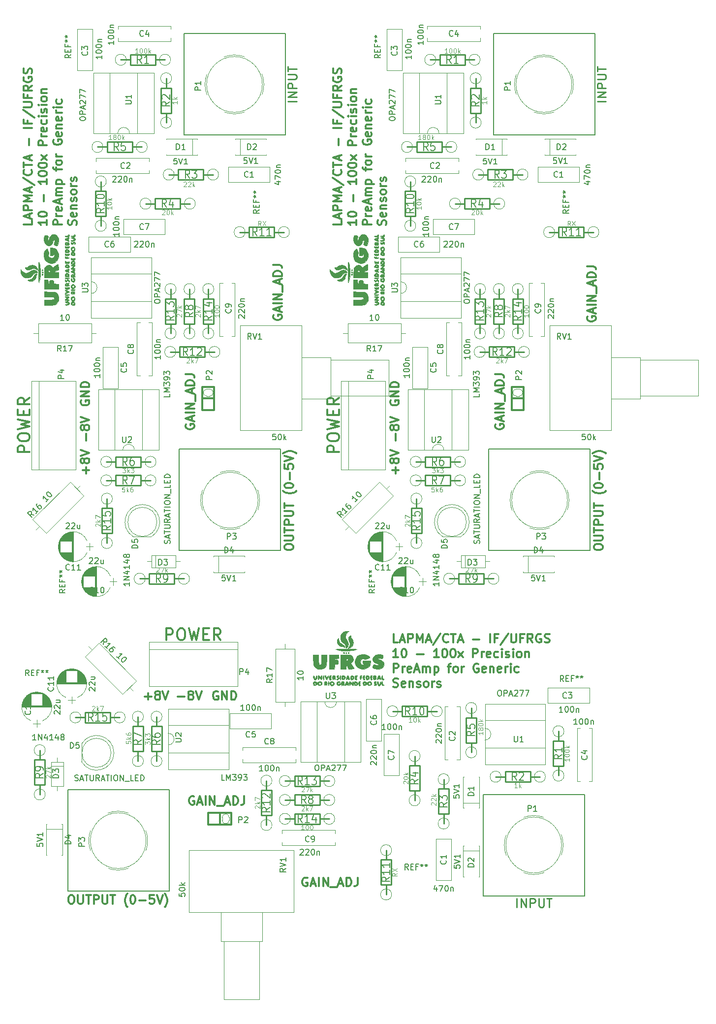
<source format=gbr>
G04 #@! TF.FileFunction,Legend,Top*
%FSLAX46Y46*%
G04 Gerber Fmt 4.6, Leading zero omitted, Abs format (unit mm)*
G04 Created by KiCad (PCBNEW 4.0.7-e2-6376~58~ubuntu14.04.1) date Mon Feb 26 15:39:35 2018*
%MOMM*%
%LPD*%
G01*
G04 APERTURE LIST*
%ADD10C,0.100000*%
%ADD11C,0.300000*%
%ADD12C,0.120000*%
%ADD13C,0.010000*%
%ADD14C,0.254000*%
%ADD15C,0.150000*%
%ADD16C,0.304800*%
%ADD17C,0.203200*%
%ADD18C,0.250000*%
G04 APERTURE END LIST*
D10*
D11*
X45500000Y102571429D02*
X45428571Y102428572D01*
X45428571Y102214286D01*
X45500000Y102000001D01*
X45642857Y101857143D01*
X45785714Y101785715D01*
X46071429Y101714286D01*
X46285714Y101714286D01*
X46571429Y101785715D01*
X46714286Y101857143D01*
X46857143Y102000001D01*
X46928571Y102214286D01*
X46928571Y102357143D01*
X46857143Y102571429D01*
X46785714Y102642858D01*
X46285714Y102642858D01*
X46285714Y102357143D01*
X46500000Y103214286D02*
X46500000Y103928572D01*
X46928571Y103071429D02*
X45428571Y103571429D01*
X46928571Y104071429D01*
X46928571Y104571429D02*
X45428571Y104571429D01*
X46928571Y105285715D02*
X45428571Y105285715D01*
X46928571Y106142858D01*
X45428571Y106142858D01*
X47071429Y106500001D02*
X47071429Y107642858D01*
X46500000Y107928572D02*
X46500000Y108642858D01*
X46928571Y107785715D02*
X45428571Y108285715D01*
X46928571Y108785715D01*
X46928571Y109285715D02*
X45428571Y109285715D01*
X45428571Y109642858D01*
X45500000Y109857143D01*
X45642857Y110000001D01*
X45785714Y110071429D01*
X46071429Y110142858D01*
X46285714Y110142858D01*
X46571429Y110071429D01*
X46714286Y110000001D01*
X46857143Y109857143D01*
X46928571Y109642858D01*
X46928571Y109285715D01*
X45428571Y111214286D02*
X46500000Y111214286D01*
X46714286Y111142858D01*
X46857143Y111000001D01*
X46928571Y110785715D01*
X46928571Y110642858D01*
X3969639Y118822701D02*
X3969639Y118108415D01*
X2469639Y118108415D01*
X3541068Y119251272D02*
X3541068Y119965558D01*
X3969639Y119108415D02*
X2469639Y119608415D01*
X3969639Y120108415D01*
X3969639Y120608415D02*
X2469639Y120608415D01*
X2469639Y121179843D01*
X2541068Y121322701D01*
X2612497Y121394129D01*
X2755354Y121465558D01*
X2969639Y121465558D01*
X3112497Y121394129D01*
X3183925Y121322701D01*
X3255354Y121179843D01*
X3255354Y120608415D01*
X3969639Y122108415D02*
X2469639Y122108415D01*
X3541068Y122608415D01*
X2469639Y123108415D01*
X3969639Y123108415D01*
X3541068Y123751272D02*
X3541068Y124465558D01*
X3969639Y123608415D02*
X2469639Y124108415D01*
X3969639Y124608415D01*
X2398211Y126179843D02*
X4326782Y124894129D01*
X3826782Y127536987D02*
X3898211Y127465558D01*
X3969639Y127251272D01*
X3969639Y127108415D01*
X3898211Y126894130D01*
X3755354Y126751272D01*
X3612497Y126679844D01*
X3326782Y126608415D01*
X3112497Y126608415D01*
X2826782Y126679844D01*
X2683925Y126751272D01*
X2541068Y126894130D01*
X2469639Y127108415D01*
X2469639Y127251272D01*
X2541068Y127465558D01*
X2612497Y127536987D01*
X2469639Y127965558D02*
X2469639Y128822701D01*
X3969639Y128394130D02*
X2469639Y128394130D01*
X3541068Y129251272D02*
X3541068Y129965558D01*
X3969639Y129108415D02*
X2469639Y129608415D01*
X3969639Y130108415D01*
X3398211Y131751272D02*
X3398211Y132894129D01*
X3969639Y134751272D02*
X2469639Y134751272D01*
X3183925Y135965558D02*
X3183925Y135465558D01*
X3969639Y135465558D02*
X2469639Y135465558D01*
X2469639Y136179844D01*
X2398211Y137822700D02*
X4326782Y136536986D01*
X2469639Y138322701D02*
X3683925Y138322701D01*
X3826782Y138394129D01*
X3898211Y138465558D01*
X3969639Y138608415D01*
X3969639Y138894129D01*
X3898211Y139036987D01*
X3826782Y139108415D01*
X3683925Y139179844D01*
X2469639Y139179844D01*
X3183925Y140394130D02*
X3183925Y139894130D01*
X3969639Y139894130D02*
X2469639Y139894130D01*
X2469639Y140608416D01*
X3969639Y142036987D02*
X3255354Y141536987D01*
X3969639Y141179844D02*
X2469639Y141179844D01*
X2469639Y141751272D01*
X2541068Y141894130D01*
X2612497Y141965558D01*
X2755354Y142036987D01*
X2969639Y142036987D01*
X3112497Y141965558D01*
X3183925Y141894130D01*
X3255354Y141751272D01*
X3255354Y141179844D01*
X2541068Y143465558D02*
X2469639Y143322701D01*
X2469639Y143108415D01*
X2541068Y142894130D01*
X2683925Y142751272D01*
X2826782Y142679844D01*
X3112497Y142608415D01*
X3326782Y142608415D01*
X3612497Y142679844D01*
X3755354Y142751272D01*
X3898211Y142894130D01*
X3969639Y143108415D01*
X3969639Y143251272D01*
X3898211Y143465558D01*
X3826782Y143536987D01*
X3326782Y143536987D01*
X3326782Y143251272D01*
X3898211Y144108415D02*
X3969639Y144322701D01*
X3969639Y144679844D01*
X3898211Y144822701D01*
X3826782Y144894130D01*
X3683925Y144965558D01*
X3541068Y144965558D01*
X3398211Y144894130D01*
X3326782Y144822701D01*
X3255354Y144679844D01*
X3183925Y144394130D01*
X3112497Y144251272D01*
X3041068Y144179844D01*
X2898211Y144108415D01*
X2755354Y144108415D01*
X2612497Y144179844D01*
X2541068Y144251272D01*
X2469639Y144394130D01*
X2469639Y144751272D01*
X2541068Y144965558D01*
X6519639Y118894129D02*
X6519639Y118036986D01*
X6519639Y118465558D02*
X5019639Y118465558D01*
X5233925Y118322701D01*
X5376782Y118179843D01*
X5448211Y118036986D01*
X5019639Y119822700D02*
X5019639Y119965557D01*
X5091068Y120108414D01*
X5162497Y120179843D01*
X5305354Y120251272D01*
X5591068Y120322700D01*
X5948211Y120322700D01*
X6233925Y120251272D01*
X6376782Y120179843D01*
X6448211Y120108414D01*
X6519639Y119965557D01*
X6519639Y119822700D01*
X6448211Y119679843D01*
X6376782Y119608414D01*
X6233925Y119536986D01*
X5948211Y119465557D01*
X5591068Y119465557D01*
X5305354Y119536986D01*
X5162497Y119608414D01*
X5091068Y119679843D01*
X5019639Y119822700D01*
X5948211Y122108414D02*
X5948211Y123251271D01*
X6519639Y125894128D02*
X6519639Y125036985D01*
X6519639Y125465557D02*
X5019639Y125465557D01*
X5233925Y125322700D01*
X5376782Y125179842D01*
X5448211Y125036985D01*
X5019639Y126822699D02*
X5019639Y126965556D01*
X5091068Y127108413D01*
X5162497Y127179842D01*
X5305354Y127251271D01*
X5591068Y127322699D01*
X5948211Y127322699D01*
X6233925Y127251271D01*
X6376782Y127179842D01*
X6448211Y127108413D01*
X6519639Y126965556D01*
X6519639Y126822699D01*
X6448211Y126679842D01*
X6376782Y126608413D01*
X6233925Y126536985D01*
X5948211Y126465556D01*
X5591068Y126465556D01*
X5305354Y126536985D01*
X5162497Y126608413D01*
X5091068Y126679842D01*
X5019639Y126822699D01*
X5019639Y128251270D02*
X5019639Y128394127D01*
X5091068Y128536984D01*
X5162497Y128608413D01*
X5305354Y128679842D01*
X5591068Y128751270D01*
X5948211Y128751270D01*
X6233925Y128679842D01*
X6376782Y128608413D01*
X6448211Y128536984D01*
X6519639Y128394127D01*
X6519639Y128251270D01*
X6448211Y128108413D01*
X6376782Y128036984D01*
X6233925Y127965556D01*
X5948211Y127894127D01*
X5591068Y127894127D01*
X5305354Y127965556D01*
X5162497Y128036984D01*
X5091068Y128108413D01*
X5019639Y128251270D01*
X6519639Y129251270D02*
X5519639Y130036984D01*
X5519639Y129251270D02*
X6519639Y130036984D01*
X6519639Y131751270D02*
X5019639Y131751270D01*
X5019639Y132322698D01*
X5091068Y132465556D01*
X5162497Y132536984D01*
X5305354Y132608413D01*
X5519639Y132608413D01*
X5662497Y132536984D01*
X5733925Y132465556D01*
X5805354Y132322698D01*
X5805354Y131751270D01*
X6519639Y133251270D02*
X5519639Y133251270D01*
X5805354Y133251270D02*
X5662497Y133322698D01*
X5591068Y133394127D01*
X5519639Y133536984D01*
X5519639Y133679841D01*
X6448211Y134751269D02*
X6519639Y134608412D01*
X6519639Y134322698D01*
X6448211Y134179841D01*
X6305354Y134108412D01*
X5733925Y134108412D01*
X5591068Y134179841D01*
X5519639Y134322698D01*
X5519639Y134608412D01*
X5591068Y134751269D01*
X5733925Y134822698D01*
X5876782Y134822698D01*
X6019639Y134108412D01*
X6448211Y136108412D02*
X6519639Y135965555D01*
X6519639Y135679841D01*
X6448211Y135536983D01*
X6376782Y135465555D01*
X6233925Y135394126D01*
X5805354Y135394126D01*
X5662497Y135465555D01*
X5591068Y135536983D01*
X5519639Y135679841D01*
X5519639Y135965555D01*
X5591068Y136108412D01*
X6519639Y136751269D02*
X5519639Y136751269D01*
X5019639Y136751269D02*
X5091068Y136679840D01*
X5162497Y136751269D01*
X5091068Y136822697D01*
X5019639Y136751269D01*
X5162497Y136751269D01*
X6448211Y137394126D02*
X6519639Y137536983D01*
X6519639Y137822698D01*
X6448211Y137965555D01*
X6305354Y138036983D01*
X6233925Y138036983D01*
X6091068Y137965555D01*
X6019639Y137822698D01*
X6019639Y137608412D01*
X5948211Y137465555D01*
X5805354Y137394126D01*
X5733925Y137394126D01*
X5591068Y137465555D01*
X5519639Y137608412D01*
X5519639Y137822698D01*
X5591068Y137965555D01*
X6519639Y138679841D02*
X5519639Y138679841D01*
X5019639Y138679841D02*
X5091068Y138608412D01*
X5162497Y138679841D01*
X5091068Y138751269D01*
X5019639Y138679841D01*
X5162497Y138679841D01*
X6519639Y139608413D02*
X6448211Y139465555D01*
X6376782Y139394127D01*
X6233925Y139322698D01*
X5805354Y139322698D01*
X5662497Y139394127D01*
X5591068Y139465555D01*
X5519639Y139608413D01*
X5519639Y139822698D01*
X5591068Y139965555D01*
X5662497Y140036984D01*
X5805354Y140108413D01*
X6233925Y140108413D01*
X6376782Y140036984D01*
X6448211Y139965555D01*
X6519639Y139822698D01*
X6519639Y139608413D01*
X5519639Y140751270D02*
X6519639Y140751270D01*
X5662497Y140751270D02*
X5591068Y140822698D01*
X5519639Y140965556D01*
X5519639Y141179841D01*
X5591068Y141322698D01*
X5733925Y141394127D01*
X6519639Y141394127D01*
X9069639Y118108415D02*
X7569639Y118108415D01*
X7569639Y118679843D01*
X7641068Y118822701D01*
X7712497Y118894129D01*
X7855354Y118965558D01*
X8069639Y118965558D01*
X8212497Y118894129D01*
X8283925Y118822701D01*
X8355354Y118679843D01*
X8355354Y118108415D01*
X9069639Y119608415D02*
X8069639Y119608415D01*
X8355354Y119608415D02*
X8212497Y119679843D01*
X8141068Y119751272D01*
X8069639Y119894129D01*
X8069639Y120036986D01*
X8998211Y121108414D02*
X9069639Y120965557D01*
X9069639Y120679843D01*
X8998211Y120536986D01*
X8855354Y120465557D01*
X8283925Y120465557D01*
X8141068Y120536986D01*
X8069639Y120679843D01*
X8069639Y120965557D01*
X8141068Y121108414D01*
X8283925Y121179843D01*
X8426782Y121179843D01*
X8569639Y120465557D01*
X8641068Y121751271D02*
X8641068Y122465557D01*
X9069639Y121608414D02*
X7569639Y122108414D01*
X9069639Y122608414D01*
X9069639Y123108414D02*
X8069639Y123108414D01*
X8212497Y123108414D02*
X8141068Y123179842D01*
X8069639Y123322700D01*
X8069639Y123536985D01*
X8141068Y123679842D01*
X8283925Y123751271D01*
X9069639Y123751271D01*
X8283925Y123751271D02*
X8141068Y123822700D01*
X8069639Y123965557D01*
X8069639Y124179842D01*
X8141068Y124322700D01*
X8283925Y124394128D01*
X9069639Y124394128D01*
X8069639Y125108414D02*
X9569639Y125108414D01*
X8141068Y125108414D02*
X8069639Y125251271D01*
X8069639Y125536985D01*
X8141068Y125679842D01*
X8212497Y125751271D01*
X8355354Y125822700D01*
X8783925Y125822700D01*
X8926782Y125751271D01*
X8998211Y125679842D01*
X9069639Y125536985D01*
X9069639Y125251271D01*
X8998211Y125108414D01*
X8069639Y127394128D02*
X8069639Y127965557D01*
X9069639Y127608414D02*
X7783925Y127608414D01*
X7641068Y127679842D01*
X7569639Y127822700D01*
X7569639Y127965557D01*
X9069639Y128679843D02*
X8998211Y128536985D01*
X8926782Y128465557D01*
X8783925Y128394128D01*
X8355354Y128394128D01*
X8212497Y128465557D01*
X8141068Y128536985D01*
X8069639Y128679843D01*
X8069639Y128894128D01*
X8141068Y129036985D01*
X8212497Y129108414D01*
X8355354Y129179843D01*
X8783925Y129179843D01*
X8926782Y129108414D01*
X8998211Y129036985D01*
X9069639Y128894128D01*
X9069639Y128679843D01*
X9069639Y129822700D02*
X8069639Y129822700D01*
X8355354Y129822700D02*
X8212497Y129894128D01*
X8141068Y129965557D01*
X8069639Y130108414D01*
X8069639Y130251271D01*
X7641068Y132679842D02*
X7569639Y132536985D01*
X7569639Y132322699D01*
X7641068Y132108414D01*
X7783925Y131965556D01*
X7926782Y131894128D01*
X8212497Y131822699D01*
X8426782Y131822699D01*
X8712497Y131894128D01*
X8855354Y131965556D01*
X8998211Y132108414D01*
X9069639Y132322699D01*
X9069639Y132465556D01*
X8998211Y132679842D01*
X8926782Y132751271D01*
X8426782Y132751271D01*
X8426782Y132465556D01*
X8998211Y133965556D02*
X9069639Y133822699D01*
X9069639Y133536985D01*
X8998211Y133394128D01*
X8855354Y133322699D01*
X8283925Y133322699D01*
X8141068Y133394128D01*
X8069639Y133536985D01*
X8069639Y133822699D01*
X8141068Y133965556D01*
X8283925Y134036985D01*
X8426782Y134036985D01*
X8569639Y133322699D01*
X8069639Y134679842D02*
X9069639Y134679842D01*
X8212497Y134679842D02*
X8141068Y134751270D01*
X8069639Y134894128D01*
X8069639Y135108413D01*
X8141068Y135251270D01*
X8283925Y135322699D01*
X9069639Y135322699D01*
X8998211Y136608413D02*
X9069639Y136465556D01*
X9069639Y136179842D01*
X8998211Y136036985D01*
X8855354Y135965556D01*
X8283925Y135965556D01*
X8141068Y136036985D01*
X8069639Y136179842D01*
X8069639Y136465556D01*
X8141068Y136608413D01*
X8283925Y136679842D01*
X8426782Y136679842D01*
X8569639Y135965556D01*
X9069639Y137322699D02*
X8069639Y137322699D01*
X8355354Y137322699D02*
X8212497Y137394127D01*
X8141068Y137465556D01*
X8069639Y137608413D01*
X8069639Y137751270D01*
X9069639Y138251270D02*
X8069639Y138251270D01*
X7569639Y138251270D02*
X7641068Y138179841D01*
X7712497Y138251270D01*
X7641068Y138322698D01*
X7569639Y138251270D01*
X7712497Y138251270D01*
X8998211Y139608413D02*
X9069639Y139465556D01*
X9069639Y139179842D01*
X8998211Y139036984D01*
X8926782Y138965556D01*
X8783925Y138894127D01*
X8355354Y138894127D01*
X8212497Y138965556D01*
X8141068Y139036984D01*
X8069639Y139179842D01*
X8069639Y139465556D01*
X8141068Y139608413D01*
X11548211Y118036986D02*
X11619639Y118251272D01*
X11619639Y118608415D01*
X11548211Y118751272D01*
X11476782Y118822701D01*
X11333925Y118894129D01*
X11191068Y118894129D01*
X11048211Y118822701D01*
X10976782Y118751272D01*
X10905354Y118608415D01*
X10833925Y118322701D01*
X10762497Y118179843D01*
X10691068Y118108415D01*
X10548211Y118036986D01*
X10405354Y118036986D01*
X10262497Y118108415D01*
X10191068Y118179843D01*
X10119639Y118322701D01*
X10119639Y118679843D01*
X10191068Y118894129D01*
X11548211Y120108414D02*
X11619639Y119965557D01*
X11619639Y119679843D01*
X11548211Y119536986D01*
X11405354Y119465557D01*
X10833925Y119465557D01*
X10691068Y119536986D01*
X10619639Y119679843D01*
X10619639Y119965557D01*
X10691068Y120108414D01*
X10833925Y120179843D01*
X10976782Y120179843D01*
X11119639Y119465557D01*
X10619639Y120822700D02*
X11619639Y120822700D01*
X10762497Y120822700D02*
X10691068Y120894128D01*
X10619639Y121036986D01*
X10619639Y121251271D01*
X10691068Y121394128D01*
X10833925Y121465557D01*
X11619639Y121465557D01*
X11548211Y122108414D02*
X11619639Y122251271D01*
X11619639Y122536986D01*
X11548211Y122679843D01*
X11405354Y122751271D01*
X11333925Y122751271D01*
X11191068Y122679843D01*
X11119639Y122536986D01*
X11119639Y122322700D01*
X11048211Y122179843D01*
X10905354Y122108414D01*
X10833925Y122108414D01*
X10691068Y122179843D01*
X10619639Y122322700D01*
X10619639Y122536986D01*
X10691068Y122679843D01*
X11619639Y123608415D02*
X11548211Y123465557D01*
X11476782Y123394129D01*
X11333925Y123322700D01*
X10905354Y123322700D01*
X10762497Y123394129D01*
X10691068Y123465557D01*
X10619639Y123608415D01*
X10619639Y123822700D01*
X10691068Y123965557D01*
X10762497Y124036986D01*
X10905354Y124108415D01*
X11333925Y124108415D01*
X11476782Y124036986D01*
X11548211Y123965557D01*
X11619639Y123822700D01*
X11619639Y123608415D01*
X11619639Y124751272D02*
X10619639Y124751272D01*
X10905354Y124751272D02*
X10762497Y124822700D01*
X10691068Y124894129D01*
X10619639Y125036986D01*
X10619639Y125179843D01*
X11548211Y125608414D02*
X11619639Y125751271D01*
X11619639Y126036986D01*
X11548211Y126179843D01*
X11405354Y126251271D01*
X11333925Y126251271D01*
X11191068Y126179843D01*
X11119639Y126036986D01*
X11119639Y125822700D01*
X11048211Y125679843D01*
X10905354Y125608414D01*
X10833925Y125608414D01*
X10691068Y125679843D01*
X10619639Y125822700D01*
X10619639Y126036986D01*
X10691068Y126179843D01*
X13233211Y75292701D02*
X13233211Y76435558D01*
X13804639Y75864129D02*
X12661782Y75864129D01*
X12947497Y77364130D02*
X12876068Y77221272D01*
X12804639Y77149844D01*
X12661782Y77078415D01*
X12590354Y77078415D01*
X12447497Y77149844D01*
X12376068Y77221272D01*
X12304639Y77364130D01*
X12304639Y77649844D01*
X12376068Y77792701D01*
X12447497Y77864130D01*
X12590354Y77935558D01*
X12661782Y77935558D01*
X12804639Y77864130D01*
X12876068Y77792701D01*
X12947497Y77649844D01*
X12947497Y77364130D01*
X13018925Y77221272D01*
X13090354Y77149844D01*
X13233211Y77078415D01*
X13518925Y77078415D01*
X13661782Y77149844D01*
X13733211Y77221272D01*
X13804639Y77364130D01*
X13804639Y77649844D01*
X13733211Y77792701D01*
X13661782Y77864130D01*
X13518925Y77935558D01*
X13233211Y77935558D01*
X13090354Y77864130D01*
X13018925Y77792701D01*
X12947497Y77649844D01*
X12304639Y78364129D02*
X13804639Y78864129D01*
X12304639Y79364129D01*
X13233210Y80992701D02*
X13233210Y82135558D01*
X12947496Y83064130D02*
X12876067Y82921272D01*
X12804638Y82849844D01*
X12661781Y82778415D01*
X12590353Y82778415D01*
X12447496Y82849844D01*
X12376067Y82921272D01*
X12304638Y83064130D01*
X12304638Y83349844D01*
X12376067Y83492701D01*
X12447496Y83564130D01*
X12590353Y83635558D01*
X12661781Y83635558D01*
X12804638Y83564130D01*
X12876067Y83492701D01*
X12947496Y83349844D01*
X12947496Y83064130D01*
X13018924Y82921272D01*
X13090353Y82849844D01*
X13233210Y82778415D01*
X13518924Y82778415D01*
X13661781Y82849844D01*
X13733210Y82921272D01*
X13804638Y83064130D01*
X13804638Y83349844D01*
X13733210Y83492701D01*
X13661781Y83564130D01*
X13518924Y83635558D01*
X13233210Y83635558D01*
X13090353Y83564130D01*
X13018924Y83492701D01*
X12947496Y83349844D01*
X12304638Y84064129D02*
X13804638Y84564129D01*
X12304638Y85064129D01*
X12376068Y87878415D02*
X12304639Y87735558D01*
X12304639Y87521272D01*
X12376068Y87306987D01*
X12518925Y87164129D01*
X12661782Y87092701D01*
X12947497Y87021272D01*
X13161782Y87021272D01*
X13447497Y87092701D01*
X13590354Y87164129D01*
X13733211Y87306987D01*
X13804639Y87521272D01*
X13804639Y87664129D01*
X13733211Y87878415D01*
X13661782Y87949844D01*
X13161782Y87949844D01*
X13161782Y87664129D01*
X13804639Y88592701D02*
X12304639Y88592701D01*
X13804639Y89449844D01*
X12304639Y89449844D01*
X13804639Y90164130D02*
X12304639Y90164130D01*
X12304639Y90521273D01*
X12376068Y90735558D01*
X12518925Y90878416D01*
X12661782Y90949844D01*
X12947497Y91021273D01*
X13161782Y91021273D01*
X13447497Y90949844D01*
X13590354Y90878416D01*
X13733211Y90735558D01*
X13804639Y90521273D01*
X13804639Y90164130D01*
X65626068Y87878415D02*
X65554639Y87735558D01*
X65554639Y87521272D01*
X65626068Y87306987D01*
X65768925Y87164129D01*
X65911782Y87092701D01*
X66197497Y87021272D01*
X66411782Y87021272D01*
X66697497Y87092701D01*
X66840354Y87164129D01*
X66983211Y87306987D01*
X67054639Y87521272D01*
X67054639Y87664129D01*
X66983211Y87878415D01*
X66911782Y87949844D01*
X66411782Y87949844D01*
X66411782Y87664129D01*
X67054639Y88592701D02*
X65554639Y88592701D01*
X67054639Y89449844D01*
X65554639Y89449844D01*
X67054639Y90164130D02*
X65554639Y90164130D01*
X65554639Y90521273D01*
X65626068Y90735558D01*
X65768925Y90878416D01*
X65911782Y90949844D01*
X66197497Y91021273D01*
X66411782Y91021273D01*
X66697497Y90949844D01*
X66840354Y90878416D01*
X66983211Y90735558D01*
X67054639Y90521273D01*
X67054639Y90164130D01*
X66483210Y80992701D02*
X66483210Y82135558D01*
X66197496Y83064130D02*
X66126067Y82921272D01*
X66054638Y82849844D01*
X65911781Y82778415D01*
X65840353Y82778415D01*
X65697496Y82849844D01*
X65626067Y82921272D01*
X65554638Y83064130D01*
X65554638Y83349844D01*
X65626067Y83492701D01*
X65697496Y83564130D01*
X65840353Y83635558D01*
X65911781Y83635558D01*
X66054638Y83564130D01*
X66126067Y83492701D01*
X66197496Y83349844D01*
X66197496Y83064130D01*
X66268924Y82921272D01*
X66340353Y82849844D01*
X66483210Y82778415D01*
X66768924Y82778415D01*
X66911781Y82849844D01*
X66983210Y82921272D01*
X67054638Y83064130D01*
X67054638Y83349844D01*
X66983210Y83492701D01*
X66911781Y83564130D01*
X66768924Y83635558D01*
X66483210Y83635558D01*
X66340353Y83564130D01*
X66268924Y83492701D01*
X66197496Y83349844D01*
X65554638Y84064129D02*
X67054638Y84564129D01*
X65554638Y85064129D01*
X66483211Y75292701D02*
X66483211Y76435558D01*
X67054639Y75864129D02*
X65911782Y75864129D01*
X66197497Y77364130D02*
X66126068Y77221272D01*
X66054639Y77149844D01*
X65911782Y77078415D01*
X65840354Y77078415D01*
X65697497Y77149844D01*
X65626068Y77221272D01*
X65554639Y77364130D01*
X65554639Y77649844D01*
X65626068Y77792701D01*
X65697497Y77864130D01*
X65840354Y77935558D01*
X65911782Y77935558D01*
X66054639Y77864130D01*
X66126068Y77792701D01*
X66197497Y77649844D01*
X66197497Y77364130D01*
X66268925Y77221272D01*
X66340354Y77149844D01*
X66483211Y77078415D01*
X66768925Y77078415D01*
X66911782Y77149844D01*
X66983211Y77221272D01*
X67054639Y77364130D01*
X67054639Y77649844D01*
X66983211Y77792701D01*
X66911782Y77864130D01*
X66768925Y77935558D01*
X66483211Y77935558D01*
X66340354Y77864130D01*
X66268925Y77792701D01*
X66197497Y77649844D01*
X65554639Y78364129D02*
X67054639Y78864129D01*
X65554639Y79364129D01*
X57219639Y118822701D02*
X57219639Y118108415D01*
X55719639Y118108415D01*
X56791068Y119251272D02*
X56791068Y119965558D01*
X57219639Y119108415D02*
X55719639Y119608415D01*
X57219639Y120108415D01*
X57219639Y120608415D02*
X55719639Y120608415D01*
X55719639Y121179843D01*
X55791068Y121322701D01*
X55862497Y121394129D01*
X56005354Y121465558D01*
X56219639Y121465558D01*
X56362497Y121394129D01*
X56433925Y121322701D01*
X56505354Y121179843D01*
X56505354Y120608415D01*
X57219639Y122108415D02*
X55719639Y122108415D01*
X56791068Y122608415D01*
X55719639Y123108415D01*
X57219639Y123108415D01*
X56791068Y123751272D02*
X56791068Y124465558D01*
X57219639Y123608415D02*
X55719639Y124108415D01*
X57219639Y124608415D01*
X55648211Y126179843D02*
X57576782Y124894129D01*
X57076782Y127536987D02*
X57148211Y127465558D01*
X57219639Y127251272D01*
X57219639Y127108415D01*
X57148211Y126894130D01*
X57005354Y126751272D01*
X56862497Y126679844D01*
X56576782Y126608415D01*
X56362497Y126608415D01*
X56076782Y126679844D01*
X55933925Y126751272D01*
X55791068Y126894130D01*
X55719639Y127108415D01*
X55719639Y127251272D01*
X55791068Y127465558D01*
X55862497Y127536987D01*
X55719639Y127965558D02*
X55719639Y128822701D01*
X57219639Y128394130D02*
X55719639Y128394130D01*
X56791068Y129251272D02*
X56791068Y129965558D01*
X57219639Y129108415D02*
X55719639Y129608415D01*
X57219639Y130108415D01*
X56648211Y131751272D02*
X56648211Y132894129D01*
X57219639Y134751272D02*
X55719639Y134751272D01*
X56433925Y135965558D02*
X56433925Y135465558D01*
X57219639Y135465558D02*
X55719639Y135465558D01*
X55719639Y136179844D01*
X55648211Y137822700D02*
X57576782Y136536986D01*
X55719639Y138322701D02*
X56933925Y138322701D01*
X57076782Y138394129D01*
X57148211Y138465558D01*
X57219639Y138608415D01*
X57219639Y138894129D01*
X57148211Y139036987D01*
X57076782Y139108415D01*
X56933925Y139179844D01*
X55719639Y139179844D01*
X56433925Y140394130D02*
X56433925Y139894130D01*
X57219639Y139894130D02*
X55719639Y139894130D01*
X55719639Y140608416D01*
X57219639Y142036987D02*
X56505354Y141536987D01*
X57219639Y141179844D02*
X55719639Y141179844D01*
X55719639Y141751272D01*
X55791068Y141894130D01*
X55862497Y141965558D01*
X56005354Y142036987D01*
X56219639Y142036987D01*
X56362497Y141965558D01*
X56433925Y141894130D01*
X56505354Y141751272D01*
X56505354Y141179844D01*
X55791068Y143465558D02*
X55719639Y143322701D01*
X55719639Y143108415D01*
X55791068Y142894130D01*
X55933925Y142751272D01*
X56076782Y142679844D01*
X56362497Y142608415D01*
X56576782Y142608415D01*
X56862497Y142679844D01*
X57005354Y142751272D01*
X57148211Y142894130D01*
X57219639Y143108415D01*
X57219639Y143251272D01*
X57148211Y143465558D01*
X57076782Y143536987D01*
X56576782Y143536987D01*
X56576782Y143251272D01*
X57148211Y144108415D02*
X57219639Y144322701D01*
X57219639Y144679844D01*
X57148211Y144822701D01*
X57076782Y144894130D01*
X56933925Y144965558D01*
X56791068Y144965558D01*
X56648211Y144894130D01*
X56576782Y144822701D01*
X56505354Y144679844D01*
X56433925Y144394130D01*
X56362497Y144251272D01*
X56291068Y144179844D01*
X56148211Y144108415D01*
X56005354Y144108415D01*
X55862497Y144179844D01*
X55791068Y144251272D01*
X55719639Y144394130D01*
X55719639Y144751272D01*
X55791068Y144965558D01*
X59769639Y118894129D02*
X59769639Y118036986D01*
X59769639Y118465558D02*
X58269639Y118465558D01*
X58483925Y118322701D01*
X58626782Y118179843D01*
X58698211Y118036986D01*
X58269639Y119822700D02*
X58269639Y119965557D01*
X58341068Y120108414D01*
X58412497Y120179843D01*
X58555354Y120251272D01*
X58841068Y120322700D01*
X59198211Y120322700D01*
X59483925Y120251272D01*
X59626782Y120179843D01*
X59698211Y120108414D01*
X59769639Y119965557D01*
X59769639Y119822700D01*
X59698211Y119679843D01*
X59626782Y119608414D01*
X59483925Y119536986D01*
X59198211Y119465557D01*
X58841068Y119465557D01*
X58555354Y119536986D01*
X58412497Y119608414D01*
X58341068Y119679843D01*
X58269639Y119822700D01*
X59198211Y122108414D02*
X59198211Y123251271D01*
X59769639Y125894128D02*
X59769639Y125036985D01*
X59769639Y125465557D02*
X58269639Y125465557D01*
X58483925Y125322700D01*
X58626782Y125179842D01*
X58698211Y125036985D01*
X58269639Y126822699D02*
X58269639Y126965556D01*
X58341068Y127108413D01*
X58412497Y127179842D01*
X58555354Y127251271D01*
X58841068Y127322699D01*
X59198211Y127322699D01*
X59483925Y127251271D01*
X59626782Y127179842D01*
X59698211Y127108413D01*
X59769639Y126965556D01*
X59769639Y126822699D01*
X59698211Y126679842D01*
X59626782Y126608413D01*
X59483925Y126536985D01*
X59198211Y126465556D01*
X58841068Y126465556D01*
X58555354Y126536985D01*
X58412497Y126608413D01*
X58341068Y126679842D01*
X58269639Y126822699D01*
X58269639Y128251270D02*
X58269639Y128394127D01*
X58341068Y128536984D01*
X58412497Y128608413D01*
X58555354Y128679842D01*
X58841068Y128751270D01*
X59198211Y128751270D01*
X59483925Y128679842D01*
X59626782Y128608413D01*
X59698211Y128536984D01*
X59769639Y128394127D01*
X59769639Y128251270D01*
X59698211Y128108413D01*
X59626782Y128036984D01*
X59483925Y127965556D01*
X59198211Y127894127D01*
X58841068Y127894127D01*
X58555354Y127965556D01*
X58412497Y128036984D01*
X58341068Y128108413D01*
X58269639Y128251270D01*
X59769639Y129251270D02*
X58769639Y130036984D01*
X58769639Y129251270D02*
X59769639Y130036984D01*
X59769639Y131751270D02*
X58269639Y131751270D01*
X58269639Y132322698D01*
X58341068Y132465556D01*
X58412497Y132536984D01*
X58555354Y132608413D01*
X58769639Y132608413D01*
X58912497Y132536984D01*
X58983925Y132465556D01*
X59055354Y132322698D01*
X59055354Y131751270D01*
X59769639Y133251270D02*
X58769639Y133251270D01*
X59055354Y133251270D02*
X58912497Y133322698D01*
X58841068Y133394127D01*
X58769639Y133536984D01*
X58769639Y133679841D01*
X59698211Y134751269D02*
X59769639Y134608412D01*
X59769639Y134322698D01*
X59698211Y134179841D01*
X59555354Y134108412D01*
X58983925Y134108412D01*
X58841068Y134179841D01*
X58769639Y134322698D01*
X58769639Y134608412D01*
X58841068Y134751269D01*
X58983925Y134822698D01*
X59126782Y134822698D01*
X59269639Y134108412D01*
X59698211Y136108412D02*
X59769639Y135965555D01*
X59769639Y135679841D01*
X59698211Y135536983D01*
X59626782Y135465555D01*
X59483925Y135394126D01*
X59055354Y135394126D01*
X58912497Y135465555D01*
X58841068Y135536983D01*
X58769639Y135679841D01*
X58769639Y135965555D01*
X58841068Y136108412D01*
X59769639Y136751269D02*
X58769639Y136751269D01*
X58269639Y136751269D02*
X58341068Y136679840D01*
X58412497Y136751269D01*
X58341068Y136822697D01*
X58269639Y136751269D01*
X58412497Y136751269D01*
X59698211Y137394126D02*
X59769639Y137536983D01*
X59769639Y137822698D01*
X59698211Y137965555D01*
X59555354Y138036983D01*
X59483925Y138036983D01*
X59341068Y137965555D01*
X59269639Y137822698D01*
X59269639Y137608412D01*
X59198211Y137465555D01*
X59055354Y137394126D01*
X58983925Y137394126D01*
X58841068Y137465555D01*
X58769639Y137608412D01*
X58769639Y137822698D01*
X58841068Y137965555D01*
X59769639Y138679841D02*
X58769639Y138679841D01*
X58269639Y138679841D02*
X58341068Y138608412D01*
X58412497Y138679841D01*
X58341068Y138751269D01*
X58269639Y138679841D01*
X58412497Y138679841D01*
X59769639Y139608413D02*
X59698211Y139465555D01*
X59626782Y139394127D01*
X59483925Y139322698D01*
X59055354Y139322698D01*
X58912497Y139394127D01*
X58841068Y139465555D01*
X58769639Y139608413D01*
X58769639Y139822698D01*
X58841068Y139965555D01*
X58912497Y140036984D01*
X59055354Y140108413D01*
X59483925Y140108413D01*
X59626782Y140036984D01*
X59698211Y139965555D01*
X59769639Y139822698D01*
X59769639Y139608413D01*
X58769639Y140751270D02*
X59769639Y140751270D01*
X58912497Y140751270D02*
X58841068Y140822698D01*
X58769639Y140965556D01*
X58769639Y141179841D01*
X58841068Y141322698D01*
X58983925Y141394127D01*
X59769639Y141394127D01*
X62319639Y118108415D02*
X60819639Y118108415D01*
X60819639Y118679843D01*
X60891068Y118822701D01*
X60962497Y118894129D01*
X61105354Y118965558D01*
X61319639Y118965558D01*
X61462497Y118894129D01*
X61533925Y118822701D01*
X61605354Y118679843D01*
X61605354Y118108415D01*
X62319639Y119608415D02*
X61319639Y119608415D01*
X61605354Y119608415D02*
X61462497Y119679843D01*
X61391068Y119751272D01*
X61319639Y119894129D01*
X61319639Y120036986D01*
X62248211Y121108414D02*
X62319639Y120965557D01*
X62319639Y120679843D01*
X62248211Y120536986D01*
X62105354Y120465557D01*
X61533925Y120465557D01*
X61391068Y120536986D01*
X61319639Y120679843D01*
X61319639Y120965557D01*
X61391068Y121108414D01*
X61533925Y121179843D01*
X61676782Y121179843D01*
X61819639Y120465557D01*
X61891068Y121751271D02*
X61891068Y122465557D01*
X62319639Y121608414D02*
X60819639Y122108414D01*
X62319639Y122608414D01*
X62319639Y123108414D02*
X61319639Y123108414D01*
X61462497Y123108414D02*
X61391068Y123179842D01*
X61319639Y123322700D01*
X61319639Y123536985D01*
X61391068Y123679842D01*
X61533925Y123751271D01*
X62319639Y123751271D01*
X61533925Y123751271D02*
X61391068Y123822700D01*
X61319639Y123965557D01*
X61319639Y124179842D01*
X61391068Y124322700D01*
X61533925Y124394128D01*
X62319639Y124394128D01*
X61319639Y125108414D02*
X62819639Y125108414D01*
X61391068Y125108414D02*
X61319639Y125251271D01*
X61319639Y125536985D01*
X61391068Y125679842D01*
X61462497Y125751271D01*
X61605354Y125822700D01*
X62033925Y125822700D01*
X62176782Y125751271D01*
X62248211Y125679842D01*
X62319639Y125536985D01*
X62319639Y125251271D01*
X62248211Y125108414D01*
X61319639Y127394128D02*
X61319639Y127965557D01*
X62319639Y127608414D02*
X61033925Y127608414D01*
X60891068Y127679842D01*
X60819639Y127822700D01*
X60819639Y127965557D01*
X62319639Y128679843D02*
X62248211Y128536985D01*
X62176782Y128465557D01*
X62033925Y128394128D01*
X61605354Y128394128D01*
X61462497Y128465557D01*
X61391068Y128536985D01*
X61319639Y128679843D01*
X61319639Y128894128D01*
X61391068Y129036985D01*
X61462497Y129108414D01*
X61605354Y129179843D01*
X62033925Y129179843D01*
X62176782Y129108414D01*
X62248211Y129036985D01*
X62319639Y128894128D01*
X62319639Y128679843D01*
X62319639Y129822700D02*
X61319639Y129822700D01*
X61605354Y129822700D02*
X61462497Y129894128D01*
X61391068Y129965557D01*
X61319639Y130108414D01*
X61319639Y130251271D01*
X60891068Y132679842D02*
X60819639Y132536985D01*
X60819639Y132322699D01*
X60891068Y132108414D01*
X61033925Y131965556D01*
X61176782Y131894128D01*
X61462497Y131822699D01*
X61676782Y131822699D01*
X61962497Y131894128D01*
X62105354Y131965556D01*
X62248211Y132108414D01*
X62319639Y132322699D01*
X62319639Y132465556D01*
X62248211Y132679842D01*
X62176782Y132751271D01*
X61676782Y132751271D01*
X61676782Y132465556D01*
X62248211Y133965556D02*
X62319639Y133822699D01*
X62319639Y133536985D01*
X62248211Y133394128D01*
X62105354Y133322699D01*
X61533925Y133322699D01*
X61391068Y133394128D01*
X61319639Y133536985D01*
X61319639Y133822699D01*
X61391068Y133965556D01*
X61533925Y134036985D01*
X61676782Y134036985D01*
X61819639Y133322699D01*
X61319639Y134679842D02*
X62319639Y134679842D01*
X61462497Y134679842D02*
X61391068Y134751270D01*
X61319639Y134894128D01*
X61319639Y135108413D01*
X61391068Y135251270D01*
X61533925Y135322699D01*
X62319639Y135322699D01*
X62248211Y136608413D02*
X62319639Y136465556D01*
X62319639Y136179842D01*
X62248211Y136036985D01*
X62105354Y135965556D01*
X61533925Y135965556D01*
X61391068Y136036985D01*
X61319639Y136179842D01*
X61319639Y136465556D01*
X61391068Y136608413D01*
X61533925Y136679842D01*
X61676782Y136679842D01*
X61819639Y135965556D01*
X62319639Y137322699D02*
X61319639Y137322699D01*
X61605354Y137322699D02*
X61462497Y137394127D01*
X61391068Y137465556D01*
X61319639Y137608413D01*
X61319639Y137751270D01*
X62319639Y138251270D02*
X61319639Y138251270D01*
X60819639Y138251270D02*
X60891068Y138179841D01*
X60962497Y138251270D01*
X60891068Y138322698D01*
X60819639Y138251270D01*
X60962497Y138251270D01*
X62248211Y139608413D02*
X62319639Y139465556D01*
X62319639Y139179842D01*
X62248211Y139036984D01*
X62176782Y138965556D01*
X62033925Y138894127D01*
X61605354Y138894127D01*
X61462497Y138965556D01*
X61391068Y139036984D01*
X61319639Y139179842D01*
X61319639Y139465556D01*
X61391068Y139608413D01*
X64798211Y118036986D02*
X64869639Y118251272D01*
X64869639Y118608415D01*
X64798211Y118751272D01*
X64726782Y118822701D01*
X64583925Y118894129D01*
X64441068Y118894129D01*
X64298211Y118822701D01*
X64226782Y118751272D01*
X64155354Y118608415D01*
X64083925Y118322701D01*
X64012497Y118179843D01*
X63941068Y118108415D01*
X63798211Y118036986D01*
X63655354Y118036986D01*
X63512497Y118108415D01*
X63441068Y118179843D01*
X63369639Y118322701D01*
X63369639Y118679843D01*
X63441068Y118894129D01*
X64798211Y120108414D02*
X64869639Y119965557D01*
X64869639Y119679843D01*
X64798211Y119536986D01*
X64655354Y119465557D01*
X64083925Y119465557D01*
X63941068Y119536986D01*
X63869639Y119679843D01*
X63869639Y119965557D01*
X63941068Y120108414D01*
X64083925Y120179843D01*
X64226782Y120179843D01*
X64369639Y119465557D01*
X63869639Y120822700D02*
X64869639Y120822700D01*
X64012497Y120822700D02*
X63941068Y120894128D01*
X63869639Y121036986D01*
X63869639Y121251271D01*
X63941068Y121394128D01*
X64083925Y121465557D01*
X64869639Y121465557D01*
X64798211Y122108414D02*
X64869639Y122251271D01*
X64869639Y122536986D01*
X64798211Y122679843D01*
X64655354Y122751271D01*
X64583925Y122751271D01*
X64441068Y122679843D01*
X64369639Y122536986D01*
X64369639Y122322700D01*
X64298211Y122179843D01*
X64155354Y122108414D01*
X64083925Y122108414D01*
X63941068Y122179843D01*
X63869639Y122322700D01*
X63869639Y122536986D01*
X63941068Y122679843D01*
X64869639Y123608415D02*
X64798211Y123465557D01*
X64726782Y123394129D01*
X64583925Y123322700D01*
X64155354Y123322700D01*
X64012497Y123394129D01*
X63941068Y123465557D01*
X63869639Y123608415D01*
X63869639Y123822700D01*
X63941068Y123965557D01*
X64012497Y124036986D01*
X64155354Y124108415D01*
X64583925Y124108415D01*
X64726782Y124036986D01*
X64798211Y123965557D01*
X64869639Y123822700D01*
X64869639Y123608415D01*
X64869639Y124751272D02*
X63869639Y124751272D01*
X64155354Y124751272D02*
X64012497Y124822700D01*
X63941068Y124894129D01*
X63869639Y125036986D01*
X63869639Y125179843D01*
X64798211Y125608414D02*
X64869639Y125751271D01*
X64869639Y126036986D01*
X64798211Y126179843D01*
X64655354Y126251271D01*
X64583925Y126251271D01*
X64441068Y126179843D01*
X64369639Y126036986D01*
X64369639Y125822700D01*
X64298211Y125679843D01*
X64155354Y125608414D01*
X64083925Y125608414D01*
X63941068Y125679843D01*
X63869639Y125822700D01*
X63869639Y126036986D01*
X63941068Y126179843D01*
X99500000Y102321429D02*
X99428571Y102178572D01*
X99428571Y101964286D01*
X99500000Y101750001D01*
X99642857Y101607143D01*
X99785714Y101535715D01*
X100071429Y101464286D01*
X100285714Y101464286D01*
X100571429Y101535715D01*
X100714286Y101607143D01*
X100857143Y101750001D01*
X100928571Y101964286D01*
X100928571Y102107143D01*
X100857143Y102321429D01*
X100785714Y102392858D01*
X100285714Y102392858D01*
X100285714Y102107143D01*
X100500000Y102964286D02*
X100500000Y103678572D01*
X100928571Y102821429D02*
X99428571Y103321429D01*
X100928571Y103821429D01*
X100928571Y104321429D02*
X99428571Y104321429D01*
X100928571Y105035715D02*
X99428571Y105035715D01*
X100928571Y105892858D01*
X99428571Y105892858D01*
X101071429Y106250001D02*
X101071429Y107392858D01*
X100500000Y107678572D02*
X100500000Y108392858D01*
X100928571Y107535715D02*
X99428571Y108035715D01*
X100928571Y108535715D01*
X100928571Y109035715D02*
X99428571Y109035715D01*
X99428571Y109392858D01*
X99500000Y109607143D01*
X99642857Y109750001D01*
X99785714Y109821429D01*
X100071429Y109892858D01*
X100285714Y109892858D01*
X100571429Y109821429D01*
X100714286Y109750001D01*
X100857143Y109607143D01*
X100928571Y109392858D01*
X100928571Y109035715D01*
X99428571Y110964286D02*
X100500000Y110964286D01*
X100714286Y110892858D01*
X100857143Y110750001D01*
X100928571Y110535715D01*
X100928571Y110392858D01*
X66871429Y46226429D02*
X66157143Y46226429D01*
X66157143Y47726429D01*
X67300000Y46655000D02*
X68014286Y46655000D01*
X67157143Y46226429D02*
X67657143Y47726429D01*
X68157143Y46226429D01*
X68657143Y46226429D02*
X68657143Y47726429D01*
X69228571Y47726429D01*
X69371429Y47655000D01*
X69442857Y47583571D01*
X69514286Y47440714D01*
X69514286Y47226429D01*
X69442857Y47083571D01*
X69371429Y47012143D01*
X69228571Y46940714D01*
X68657143Y46940714D01*
X70157143Y46226429D02*
X70157143Y47726429D01*
X70657143Y46655000D01*
X71157143Y47726429D01*
X71157143Y46226429D01*
X71800000Y46655000D02*
X72514286Y46655000D01*
X71657143Y46226429D02*
X72157143Y47726429D01*
X72657143Y46226429D01*
X74228571Y47797857D02*
X72942857Y45869286D01*
X75585715Y46369286D02*
X75514286Y46297857D01*
X75300000Y46226429D01*
X75157143Y46226429D01*
X74942858Y46297857D01*
X74800000Y46440714D01*
X74728572Y46583571D01*
X74657143Y46869286D01*
X74657143Y47083571D01*
X74728572Y47369286D01*
X74800000Y47512143D01*
X74942858Y47655000D01*
X75157143Y47726429D01*
X75300000Y47726429D01*
X75514286Y47655000D01*
X75585715Y47583571D01*
X76014286Y47726429D02*
X76871429Y47726429D01*
X76442858Y46226429D02*
X76442858Y47726429D01*
X77300000Y46655000D02*
X78014286Y46655000D01*
X77157143Y46226429D02*
X77657143Y47726429D01*
X78157143Y46226429D01*
X79800000Y46797857D02*
X80942857Y46797857D01*
X82800000Y46226429D02*
X82800000Y47726429D01*
X84014286Y47012143D02*
X83514286Y47012143D01*
X83514286Y46226429D02*
X83514286Y47726429D01*
X84228572Y47726429D01*
X85871428Y47797857D02*
X84585714Y45869286D01*
X86371429Y47726429D02*
X86371429Y46512143D01*
X86442857Y46369286D01*
X86514286Y46297857D01*
X86657143Y46226429D01*
X86942857Y46226429D01*
X87085715Y46297857D01*
X87157143Y46369286D01*
X87228572Y46512143D01*
X87228572Y47726429D01*
X88442858Y47012143D02*
X87942858Y47012143D01*
X87942858Y46226429D02*
X87942858Y47726429D01*
X88657144Y47726429D01*
X90085715Y46226429D02*
X89585715Y46940714D01*
X89228572Y46226429D02*
X89228572Y47726429D01*
X89800000Y47726429D01*
X89942858Y47655000D01*
X90014286Y47583571D01*
X90085715Y47440714D01*
X90085715Y47226429D01*
X90014286Y47083571D01*
X89942858Y47012143D01*
X89800000Y46940714D01*
X89228572Y46940714D01*
X91514286Y47655000D02*
X91371429Y47726429D01*
X91157143Y47726429D01*
X90942858Y47655000D01*
X90800000Y47512143D01*
X90728572Y47369286D01*
X90657143Y47083571D01*
X90657143Y46869286D01*
X90728572Y46583571D01*
X90800000Y46440714D01*
X90942858Y46297857D01*
X91157143Y46226429D01*
X91300000Y46226429D01*
X91514286Y46297857D01*
X91585715Y46369286D01*
X91585715Y46869286D01*
X91300000Y46869286D01*
X92157143Y46297857D02*
X92371429Y46226429D01*
X92728572Y46226429D01*
X92871429Y46297857D01*
X92942858Y46369286D01*
X93014286Y46512143D01*
X93014286Y46655000D01*
X92942858Y46797857D01*
X92871429Y46869286D01*
X92728572Y46940714D01*
X92442858Y47012143D01*
X92300000Y47083571D01*
X92228572Y47155000D01*
X92157143Y47297857D01*
X92157143Y47440714D01*
X92228572Y47583571D01*
X92300000Y47655000D01*
X92442858Y47726429D01*
X92800000Y47726429D01*
X93014286Y47655000D01*
X66942857Y43676429D02*
X66085714Y43676429D01*
X66514286Y43676429D02*
X66514286Y45176429D01*
X66371429Y44962143D01*
X66228571Y44819286D01*
X66085714Y44747857D01*
X67871428Y45176429D02*
X68014285Y45176429D01*
X68157142Y45105000D01*
X68228571Y45033571D01*
X68300000Y44890714D01*
X68371428Y44605000D01*
X68371428Y44247857D01*
X68300000Y43962143D01*
X68228571Y43819286D01*
X68157142Y43747857D01*
X68014285Y43676429D01*
X67871428Y43676429D01*
X67728571Y43747857D01*
X67657142Y43819286D01*
X67585714Y43962143D01*
X67514285Y44247857D01*
X67514285Y44605000D01*
X67585714Y44890714D01*
X67657142Y45033571D01*
X67728571Y45105000D01*
X67871428Y45176429D01*
X70157142Y44247857D02*
X71299999Y44247857D01*
X73942856Y43676429D02*
X73085713Y43676429D01*
X73514285Y43676429D02*
X73514285Y45176429D01*
X73371428Y44962143D01*
X73228570Y44819286D01*
X73085713Y44747857D01*
X74871427Y45176429D02*
X75014284Y45176429D01*
X75157141Y45105000D01*
X75228570Y45033571D01*
X75299999Y44890714D01*
X75371427Y44605000D01*
X75371427Y44247857D01*
X75299999Y43962143D01*
X75228570Y43819286D01*
X75157141Y43747857D01*
X75014284Y43676429D01*
X74871427Y43676429D01*
X74728570Y43747857D01*
X74657141Y43819286D01*
X74585713Y43962143D01*
X74514284Y44247857D01*
X74514284Y44605000D01*
X74585713Y44890714D01*
X74657141Y45033571D01*
X74728570Y45105000D01*
X74871427Y45176429D01*
X76299998Y45176429D02*
X76442855Y45176429D01*
X76585712Y45105000D01*
X76657141Y45033571D01*
X76728570Y44890714D01*
X76799998Y44605000D01*
X76799998Y44247857D01*
X76728570Y43962143D01*
X76657141Y43819286D01*
X76585712Y43747857D01*
X76442855Y43676429D01*
X76299998Y43676429D01*
X76157141Y43747857D01*
X76085712Y43819286D01*
X76014284Y43962143D01*
X75942855Y44247857D01*
X75942855Y44605000D01*
X76014284Y44890714D01*
X76085712Y45033571D01*
X76157141Y45105000D01*
X76299998Y45176429D01*
X77299998Y43676429D02*
X78085712Y44676429D01*
X77299998Y44676429D02*
X78085712Y43676429D01*
X79799998Y43676429D02*
X79799998Y45176429D01*
X80371426Y45176429D01*
X80514284Y45105000D01*
X80585712Y45033571D01*
X80657141Y44890714D01*
X80657141Y44676429D01*
X80585712Y44533571D01*
X80514284Y44462143D01*
X80371426Y44390714D01*
X79799998Y44390714D01*
X81299998Y43676429D02*
X81299998Y44676429D01*
X81299998Y44390714D02*
X81371426Y44533571D01*
X81442855Y44605000D01*
X81585712Y44676429D01*
X81728569Y44676429D01*
X82799997Y43747857D02*
X82657140Y43676429D01*
X82371426Y43676429D01*
X82228569Y43747857D01*
X82157140Y43890714D01*
X82157140Y44462143D01*
X82228569Y44605000D01*
X82371426Y44676429D01*
X82657140Y44676429D01*
X82799997Y44605000D01*
X82871426Y44462143D01*
X82871426Y44319286D01*
X82157140Y44176429D01*
X84157140Y43747857D02*
X84014283Y43676429D01*
X83728569Y43676429D01*
X83585711Y43747857D01*
X83514283Y43819286D01*
X83442854Y43962143D01*
X83442854Y44390714D01*
X83514283Y44533571D01*
X83585711Y44605000D01*
X83728569Y44676429D01*
X84014283Y44676429D01*
X84157140Y44605000D01*
X84799997Y43676429D02*
X84799997Y44676429D01*
X84799997Y45176429D02*
X84728568Y45105000D01*
X84799997Y45033571D01*
X84871425Y45105000D01*
X84799997Y45176429D01*
X84799997Y45033571D01*
X85442854Y43747857D02*
X85585711Y43676429D01*
X85871426Y43676429D01*
X86014283Y43747857D01*
X86085711Y43890714D01*
X86085711Y43962143D01*
X86014283Y44105000D01*
X85871426Y44176429D01*
X85657140Y44176429D01*
X85514283Y44247857D01*
X85442854Y44390714D01*
X85442854Y44462143D01*
X85514283Y44605000D01*
X85657140Y44676429D01*
X85871426Y44676429D01*
X86014283Y44605000D01*
X86728569Y43676429D02*
X86728569Y44676429D01*
X86728569Y45176429D02*
X86657140Y45105000D01*
X86728569Y45033571D01*
X86799997Y45105000D01*
X86728569Y45176429D01*
X86728569Y45033571D01*
X87657141Y43676429D02*
X87514283Y43747857D01*
X87442855Y43819286D01*
X87371426Y43962143D01*
X87371426Y44390714D01*
X87442855Y44533571D01*
X87514283Y44605000D01*
X87657141Y44676429D01*
X87871426Y44676429D01*
X88014283Y44605000D01*
X88085712Y44533571D01*
X88157141Y44390714D01*
X88157141Y43962143D01*
X88085712Y43819286D01*
X88014283Y43747857D01*
X87871426Y43676429D01*
X87657141Y43676429D01*
X88799998Y44676429D02*
X88799998Y43676429D01*
X88799998Y44533571D02*
X88871426Y44605000D01*
X89014284Y44676429D01*
X89228569Y44676429D01*
X89371426Y44605000D01*
X89442855Y44462143D01*
X89442855Y43676429D01*
X66157143Y41126429D02*
X66157143Y42626429D01*
X66728571Y42626429D01*
X66871429Y42555000D01*
X66942857Y42483571D01*
X67014286Y42340714D01*
X67014286Y42126429D01*
X66942857Y41983571D01*
X66871429Y41912143D01*
X66728571Y41840714D01*
X66157143Y41840714D01*
X67657143Y41126429D02*
X67657143Y42126429D01*
X67657143Y41840714D02*
X67728571Y41983571D01*
X67800000Y42055000D01*
X67942857Y42126429D01*
X68085714Y42126429D01*
X69157142Y41197857D02*
X69014285Y41126429D01*
X68728571Y41126429D01*
X68585714Y41197857D01*
X68514285Y41340714D01*
X68514285Y41912143D01*
X68585714Y42055000D01*
X68728571Y42126429D01*
X69014285Y42126429D01*
X69157142Y42055000D01*
X69228571Y41912143D01*
X69228571Y41769286D01*
X68514285Y41626429D01*
X69799999Y41555000D02*
X70514285Y41555000D01*
X69657142Y41126429D02*
X70157142Y42626429D01*
X70657142Y41126429D01*
X71157142Y41126429D02*
X71157142Y42126429D01*
X71157142Y41983571D02*
X71228570Y42055000D01*
X71371428Y42126429D01*
X71585713Y42126429D01*
X71728570Y42055000D01*
X71799999Y41912143D01*
X71799999Y41126429D01*
X71799999Y41912143D02*
X71871428Y42055000D01*
X72014285Y42126429D01*
X72228570Y42126429D01*
X72371428Y42055000D01*
X72442856Y41912143D01*
X72442856Y41126429D01*
X73157142Y42126429D02*
X73157142Y40626429D01*
X73157142Y42055000D02*
X73299999Y42126429D01*
X73585713Y42126429D01*
X73728570Y42055000D01*
X73799999Y41983571D01*
X73871428Y41840714D01*
X73871428Y41412143D01*
X73799999Y41269286D01*
X73728570Y41197857D01*
X73585713Y41126429D01*
X73299999Y41126429D01*
X73157142Y41197857D01*
X75442856Y42126429D02*
X76014285Y42126429D01*
X75657142Y41126429D02*
X75657142Y42412143D01*
X75728570Y42555000D01*
X75871428Y42626429D01*
X76014285Y42626429D01*
X76728571Y41126429D02*
X76585713Y41197857D01*
X76514285Y41269286D01*
X76442856Y41412143D01*
X76442856Y41840714D01*
X76514285Y41983571D01*
X76585713Y42055000D01*
X76728571Y42126429D01*
X76942856Y42126429D01*
X77085713Y42055000D01*
X77157142Y41983571D01*
X77228571Y41840714D01*
X77228571Y41412143D01*
X77157142Y41269286D01*
X77085713Y41197857D01*
X76942856Y41126429D01*
X76728571Y41126429D01*
X77871428Y41126429D02*
X77871428Y42126429D01*
X77871428Y41840714D02*
X77942856Y41983571D01*
X78014285Y42055000D01*
X78157142Y42126429D01*
X78299999Y42126429D01*
X80728570Y42555000D02*
X80585713Y42626429D01*
X80371427Y42626429D01*
X80157142Y42555000D01*
X80014284Y42412143D01*
X79942856Y42269286D01*
X79871427Y41983571D01*
X79871427Y41769286D01*
X79942856Y41483571D01*
X80014284Y41340714D01*
X80157142Y41197857D01*
X80371427Y41126429D01*
X80514284Y41126429D01*
X80728570Y41197857D01*
X80799999Y41269286D01*
X80799999Y41769286D01*
X80514284Y41769286D01*
X82014284Y41197857D02*
X81871427Y41126429D01*
X81585713Y41126429D01*
X81442856Y41197857D01*
X81371427Y41340714D01*
X81371427Y41912143D01*
X81442856Y42055000D01*
X81585713Y42126429D01*
X81871427Y42126429D01*
X82014284Y42055000D01*
X82085713Y41912143D01*
X82085713Y41769286D01*
X81371427Y41626429D01*
X82728570Y42126429D02*
X82728570Y41126429D01*
X82728570Y41983571D02*
X82799998Y42055000D01*
X82942856Y42126429D01*
X83157141Y42126429D01*
X83299998Y42055000D01*
X83371427Y41912143D01*
X83371427Y41126429D01*
X84657141Y41197857D02*
X84514284Y41126429D01*
X84228570Y41126429D01*
X84085713Y41197857D01*
X84014284Y41340714D01*
X84014284Y41912143D01*
X84085713Y42055000D01*
X84228570Y42126429D01*
X84514284Y42126429D01*
X84657141Y42055000D01*
X84728570Y41912143D01*
X84728570Y41769286D01*
X84014284Y41626429D01*
X85371427Y41126429D02*
X85371427Y42126429D01*
X85371427Y41840714D02*
X85442855Y41983571D01*
X85514284Y42055000D01*
X85657141Y42126429D01*
X85799998Y42126429D01*
X86299998Y41126429D02*
X86299998Y42126429D01*
X86299998Y42626429D02*
X86228569Y42555000D01*
X86299998Y42483571D01*
X86371426Y42555000D01*
X86299998Y42626429D01*
X86299998Y42483571D01*
X87657141Y41197857D02*
X87514284Y41126429D01*
X87228570Y41126429D01*
X87085712Y41197857D01*
X87014284Y41269286D01*
X86942855Y41412143D01*
X86942855Y41840714D01*
X87014284Y41983571D01*
X87085712Y42055000D01*
X87228570Y42126429D01*
X87514284Y42126429D01*
X87657141Y42055000D01*
X66085714Y38647857D02*
X66300000Y38576429D01*
X66657143Y38576429D01*
X66800000Y38647857D01*
X66871429Y38719286D01*
X66942857Y38862143D01*
X66942857Y39005000D01*
X66871429Y39147857D01*
X66800000Y39219286D01*
X66657143Y39290714D01*
X66371429Y39362143D01*
X66228571Y39433571D01*
X66157143Y39505000D01*
X66085714Y39647857D01*
X66085714Y39790714D01*
X66157143Y39933571D01*
X66228571Y40005000D01*
X66371429Y40076429D01*
X66728571Y40076429D01*
X66942857Y40005000D01*
X68157142Y38647857D02*
X68014285Y38576429D01*
X67728571Y38576429D01*
X67585714Y38647857D01*
X67514285Y38790714D01*
X67514285Y39362143D01*
X67585714Y39505000D01*
X67728571Y39576429D01*
X68014285Y39576429D01*
X68157142Y39505000D01*
X68228571Y39362143D01*
X68228571Y39219286D01*
X67514285Y39076429D01*
X68871428Y39576429D02*
X68871428Y38576429D01*
X68871428Y39433571D02*
X68942856Y39505000D01*
X69085714Y39576429D01*
X69299999Y39576429D01*
X69442856Y39505000D01*
X69514285Y39362143D01*
X69514285Y38576429D01*
X70157142Y38647857D02*
X70299999Y38576429D01*
X70585714Y38576429D01*
X70728571Y38647857D01*
X70799999Y38790714D01*
X70799999Y38862143D01*
X70728571Y39005000D01*
X70585714Y39076429D01*
X70371428Y39076429D01*
X70228571Y39147857D01*
X70157142Y39290714D01*
X70157142Y39362143D01*
X70228571Y39505000D01*
X70371428Y39576429D01*
X70585714Y39576429D01*
X70728571Y39505000D01*
X71657143Y38576429D02*
X71514285Y38647857D01*
X71442857Y38719286D01*
X71371428Y38862143D01*
X71371428Y39290714D01*
X71442857Y39433571D01*
X71514285Y39505000D01*
X71657143Y39576429D01*
X71871428Y39576429D01*
X72014285Y39505000D01*
X72085714Y39433571D01*
X72157143Y39290714D01*
X72157143Y38862143D01*
X72085714Y38719286D01*
X72014285Y38647857D01*
X71871428Y38576429D01*
X71657143Y38576429D01*
X72800000Y38576429D02*
X72800000Y39576429D01*
X72800000Y39290714D02*
X72871428Y39433571D01*
X72942857Y39505000D01*
X73085714Y39576429D01*
X73228571Y39576429D01*
X73657142Y38647857D02*
X73799999Y38576429D01*
X74085714Y38576429D01*
X74228571Y38647857D01*
X74299999Y38790714D01*
X74299999Y38862143D01*
X74228571Y39005000D01*
X74085714Y39076429D01*
X73871428Y39076429D01*
X73728571Y39147857D01*
X73657142Y39290714D01*
X73657142Y39362143D01*
X73728571Y39505000D01*
X73871428Y39576429D01*
X74085714Y39576429D01*
X74228571Y39505000D01*
X23341429Y36962857D02*
X24484286Y36962857D01*
X23912857Y36391429D02*
X23912857Y37534286D01*
X25412858Y37248571D02*
X25270000Y37320000D01*
X25198572Y37391429D01*
X25127143Y37534286D01*
X25127143Y37605714D01*
X25198572Y37748571D01*
X25270000Y37820000D01*
X25412858Y37891429D01*
X25698572Y37891429D01*
X25841429Y37820000D01*
X25912858Y37748571D01*
X25984286Y37605714D01*
X25984286Y37534286D01*
X25912858Y37391429D01*
X25841429Y37320000D01*
X25698572Y37248571D01*
X25412858Y37248571D01*
X25270000Y37177143D01*
X25198572Y37105714D01*
X25127143Y36962857D01*
X25127143Y36677143D01*
X25198572Y36534286D01*
X25270000Y36462857D01*
X25412858Y36391429D01*
X25698572Y36391429D01*
X25841429Y36462857D01*
X25912858Y36534286D01*
X25984286Y36677143D01*
X25984286Y36962857D01*
X25912858Y37105714D01*
X25841429Y37177143D01*
X25698572Y37248571D01*
X26412857Y37891429D02*
X26912857Y36391429D01*
X27412857Y37891429D01*
X29041429Y36962857D02*
X30184286Y36962857D01*
X31112858Y37248571D02*
X30970000Y37320000D01*
X30898572Y37391429D01*
X30827143Y37534286D01*
X30827143Y37605714D01*
X30898572Y37748571D01*
X30970000Y37820000D01*
X31112858Y37891429D01*
X31398572Y37891429D01*
X31541429Y37820000D01*
X31612858Y37748571D01*
X31684286Y37605714D01*
X31684286Y37534286D01*
X31612858Y37391429D01*
X31541429Y37320000D01*
X31398572Y37248571D01*
X31112858Y37248571D01*
X30970000Y37177143D01*
X30898572Y37105714D01*
X30827143Y36962857D01*
X30827143Y36677143D01*
X30898572Y36534286D01*
X30970000Y36462857D01*
X31112858Y36391429D01*
X31398572Y36391429D01*
X31541429Y36462857D01*
X31612858Y36534286D01*
X31684286Y36677143D01*
X31684286Y36962857D01*
X31612858Y37105714D01*
X31541429Y37177143D01*
X31398572Y37248571D01*
X32112857Y37891429D02*
X32612857Y36391429D01*
X33112857Y37891429D01*
X35927143Y37820000D02*
X35784286Y37891429D01*
X35570000Y37891429D01*
X35355715Y37820000D01*
X35212857Y37677143D01*
X35141429Y37534286D01*
X35070000Y37248571D01*
X35070000Y37034286D01*
X35141429Y36748571D01*
X35212857Y36605714D01*
X35355715Y36462857D01*
X35570000Y36391429D01*
X35712857Y36391429D01*
X35927143Y36462857D01*
X35998572Y36534286D01*
X35998572Y37034286D01*
X35712857Y37034286D01*
X36641429Y36391429D02*
X36641429Y37891429D01*
X37498572Y36391429D01*
X37498572Y37891429D01*
X38212858Y36391429D02*
X38212858Y37891429D01*
X38570001Y37891429D01*
X38784286Y37820000D01*
X38927144Y37677143D01*
X38998572Y37534286D01*
X39070001Y37248571D01*
X39070001Y37034286D01*
X38998572Y36748571D01*
X38927144Y36605714D01*
X38784286Y36462857D01*
X38570001Y36391429D01*
X38212858Y36391429D01*
X51321429Y5750000D02*
X51178572Y5821429D01*
X50964286Y5821429D01*
X50750001Y5750000D01*
X50607143Y5607143D01*
X50535715Y5464286D01*
X50464286Y5178571D01*
X50464286Y4964286D01*
X50535715Y4678571D01*
X50607143Y4535714D01*
X50750001Y4392857D01*
X50964286Y4321429D01*
X51107143Y4321429D01*
X51321429Y4392857D01*
X51392858Y4464286D01*
X51392858Y4964286D01*
X51107143Y4964286D01*
X51964286Y4750000D02*
X52678572Y4750000D01*
X51821429Y4321429D02*
X52321429Y5821429D01*
X52821429Y4321429D01*
X53321429Y4321429D02*
X53321429Y5821429D01*
X54035715Y4321429D02*
X54035715Y5821429D01*
X54892858Y4321429D01*
X54892858Y5821429D01*
X55250001Y4178571D02*
X56392858Y4178571D01*
X56678572Y4750000D02*
X57392858Y4750000D01*
X56535715Y4321429D02*
X57035715Y5821429D01*
X57535715Y4321429D01*
X58035715Y4321429D02*
X58035715Y5821429D01*
X58392858Y5821429D01*
X58607143Y5750000D01*
X58750001Y5607143D01*
X58821429Y5464286D01*
X58892858Y5178571D01*
X58892858Y4964286D01*
X58821429Y4678571D01*
X58750001Y4535714D01*
X58607143Y4392857D01*
X58392858Y4321429D01*
X58035715Y4321429D01*
X59964286Y5821429D02*
X59964286Y4750000D01*
X59892858Y4535714D01*
X59750001Y4392857D01*
X59535715Y4321429D01*
X59392858Y4321429D01*
D12*
X39740000Y100760000D02*
X50360000Y100760000D01*
X39740000Y82739000D02*
X50360000Y82739000D01*
X39740000Y100760000D02*
X39740000Y82739000D01*
X50360000Y100760000D02*
X50360000Y82739000D01*
X50360000Y95310000D02*
X55360000Y95310000D01*
X50360000Y88190000D02*
X55360000Y88190000D01*
X50360000Y95310000D02*
X50360000Y88190000D01*
X55360000Y95310000D02*
X55360000Y88190000D01*
X55360000Y94810000D02*
X65360000Y94810000D01*
X55360000Y88690000D02*
X65360000Y88690000D01*
X55360000Y94810000D02*
X55360000Y88690000D01*
X65360000Y94810000D02*
X65360000Y88690000D01*
X3886068Y91241272D02*
X11506068Y91241272D01*
X3886068Y76001272D02*
X11506068Y76001272D01*
X5156068Y91241272D02*
X5156068Y76001272D01*
X11506068Y91241272D02*
X11506068Y76001272D01*
X3886068Y91241272D02*
X3886068Y76001272D01*
D13*
G36*
X10645985Y105563178D02*
X10723782Y105661557D01*
X10926779Y105783962D01*
X11127810Y105737374D01*
X11219687Y105661557D01*
X11341165Y105438173D01*
X11305587Y105200218D01*
X11215973Y105077272D01*
X11124896Y104960247D01*
X11158222Y104857104D01*
X11215973Y104789391D01*
X11334264Y104585189D01*
X11338091Y104394702D01*
X11296290Y104327049D01*
X11180224Y104288455D01*
X10974092Y104270730D01*
X10964679Y104270669D01*
X10964679Y104439938D01*
X11142214Y104484310D01*
X11183401Y104572826D01*
X11119286Y104673795D01*
X11019064Y104677866D01*
X11019064Y105201938D01*
X11146246Y105263833D01*
X11184227Y105398804D01*
X11123982Y105530774D01*
X11062591Y105568847D01*
X10921454Y105553707D01*
X10810172Y105446898D01*
X10789360Y105312742D01*
X10800109Y105290313D01*
X10921670Y105216010D01*
X11019064Y105201938D01*
X11019064Y104677866D01*
X10999533Y104678660D01*
X10829169Y104615050D01*
X10781225Y104523743D01*
X10862723Y104452827D01*
X10964679Y104439938D01*
X10964679Y104270669D01*
X10954966Y104270605D01*
X10712134Y104316228D01*
X10614146Y104448030D01*
X10664853Y104658412D01*
X10715068Y104744084D01*
X10806445Y104908580D01*
X10795964Y105018265D01*
X10724377Y105109931D01*
X10601433Y105339566D01*
X10645985Y105563178D01*
X10645985Y105563178D01*
G37*
X10645985Y105563178D02*
X10723782Y105661557D01*
X10926779Y105783962D01*
X11127810Y105737374D01*
X11219687Y105661557D01*
X11341165Y105438173D01*
X11305587Y105200218D01*
X11215973Y105077272D01*
X11124896Y104960247D01*
X11158222Y104857104D01*
X11215973Y104789391D01*
X11334264Y104585189D01*
X11338091Y104394702D01*
X11296290Y104327049D01*
X11180224Y104288455D01*
X10974092Y104270730D01*
X10964679Y104270669D01*
X10964679Y104439938D01*
X11142214Y104484310D01*
X11183401Y104572826D01*
X11119286Y104673795D01*
X11019064Y104677866D01*
X11019064Y105201938D01*
X11146246Y105263833D01*
X11184227Y105398804D01*
X11123982Y105530774D01*
X11062591Y105568847D01*
X10921454Y105553707D01*
X10810172Y105446898D01*
X10789360Y105312742D01*
X10800109Y105290313D01*
X10921670Y105216010D01*
X11019064Y105201938D01*
X11019064Y104677866D01*
X10999533Y104678660D01*
X10829169Y104615050D01*
X10781225Y104523743D01*
X10862723Y104452827D01*
X10964679Y104439938D01*
X10964679Y104270669D01*
X10954966Y104270605D01*
X10712134Y104316228D01*
X10614146Y104448030D01*
X10664853Y104658412D01*
X10715068Y104744084D01*
X10806445Y104908580D01*
X10795964Y105018265D01*
X10724377Y105109931D01*
X10601433Y105339566D01*
X10645985Y105563178D01*
G36*
X10606012Y106408438D02*
X10649376Y106531319D01*
X10765475Y106589149D01*
X10992188Y106606754D01*
X11210068Y106603106D01*
X11287976Y106570966D01*
X11254507Y106497960D01*
X11251632Y106494468D01*
X11199260Y106375983D01*
X11273512Y106297448D01*
X11290503Y106248716D01*
X11146229Y106223519D01*
X10987012Y106219234D01*
X10844734Y106222956D01*
X10844734Y106302605D01*
X10926941Y106367034D01*
X10929401Y106387271D01*
X10864972Y106469478D01*
X10844734Y106471938D01*
X10762528Y106407509D01*
X10760068Y106387271D01*
X10824497Y106305065D01*
X10844734Y106302605D01*
X10844734Y106222956D01*
X10742838Y106225622D01*
X10627231Y106260263D01*
X10599619Y106343306D01*
X10606012Y106408438D01*
X10606012Y106408438D01*
G37*
X10606012Y106408438D02*
X10649376Y106531319D01*
X10765475Y106589149D01*
X10992188Y106606754D01*
X11210068Y106603106D01*
X11287976Y106570966D01*
X11254507Y106497960D01*
X11251632Y106494468D01*
X11199260Y106375983D01*
X11273512Y106297448D01*
X11290503Y106248716D01*
X11146229Y106223519D01*
X10987012Y106219234D01*
X10844734Y106222956D01*
X10844734Y106302605D01*
X10926941Y106367034D01*
X10929401Y106387271D01*
X10864972Y106469478D01*
X10844734Y106471938D01*
X10762528Y106407509D01*
X10760068Y106387271D01*
X10824497Y106305065D01*
X10844734Y106302605D01*
X10844734Y106222956D01*
X10742838Y106225622D01*
X10627231Y106260263D01*
X10599619Y106343306D01*
X10606012Y106408438D01*
G36*
X10666408Y106945764D02*
X10857872Y106976053D01*
X10971734Y106979938D01*
X11221789Y106975141D01*
X11331868Y106953971D01*
X11331212Y106906256D01*
X11296290Y106867049D01*
X11177962Y106824686D01*
X10982520Y106810968D01*
X10776555Y106823231D01*
X10626659Y106858811D01*
X10590734Y106895271D01*
X10666408Y106945764D01*
X10666408Y106945764D01*
G37*
X10666408Y106945764D02*
X10857872Y106976053D01*
X10971734Y106979938D01*
X11221789Y106975141D01*
X11331868Y106953971D01*
X11331212Y106906256D01*
X11296290Y106867049D01*
X11177962Y106824686D01*
X10982520Y106810968D01*
X10776555Y106823231D01*
X10626659Y106858811D01*
X10590734Y106895271D01*
X10666408Y106945764D01*
G36*
X10654166Y107653349D02*
X10801036Y107819143D01*
X10966200Y107908636D01*
X10993520Y107911271D01*
X11150310Y107841187D01*
X11290057Y107678143D01*
X11352675Y107492950D01*
X11352734Y107487938D01*
X11295472Y107301629D01*
X11219687Y107197652D01*
X11063788Y107089698D01*
X10988204Y107069095D01*
X10988204Y107284599D01*
X11125677Y107336052D01*
X11183401Y107487938D01*
X11124320Y107640453D01*
X11062591Y107685513D01*
X10908246Y107676036D01*
X10809826Y107562632D01*
X10812543Y107410369D01*
X10840557Y107365970D01*
X10988204Y107284599D01*
X10988204Y107069095D01*
X10971734Y107064605D01*
X10797524Y107135354D01*
X10649169Y107300777D01*
X10590734Y107480863D01*
X10654166Y107653349D01*
X10654166Y107653349D01*
G37*
X10654166Y107653349D02*
X10801036Y107819143D01*
X10966200Y107908636D01*
X10993520Y107911271D01*
X11150310Y107841187D01*
X11290057Y107678143D01*
X11352675Y107492950D01*
X11352734Y107487938D01*
X11295472Y107301629D01*
X11219687Y107197652D01*
X11063788Y107089698D01*
X10988204Y107069095D01*
X10988204Y107284599D01*
X11125677Y107336052D01*
X11183401Y107487938D01*
X11124320Y107640453D01*
X11062591Y107685513D01*
X10908246Y107676036D01*
X10809826Y107562632D01*
X10812543Y107410369D01*
X10840557Y107365970D01*
X10988204Y107284599D01*
X10988204Y107069095D01*
X10971734Y107064605D01*
X10797524Y107135354D01*
X10649169Y107300777D01*
X10590734Y107480863D01*
X10654166Y107653349D01*
G36*
X10626865Y108714431D02*
X10679644Y108872169D01*
X10756454Y108927271D01*
X10807818Y108854675D01*
X10818340Y108694438D01*
X10834634Y108520714D01*
X10936173Y108463040D01*
X10970575Y108461605D01*
X11121117Y108525383D01*
X11167226Y108609474D01*
X11151955Y108715244D01*
X11062552Y108706249D01*
X10948756Y108713769D01*
X10929401Y108777102D01*
X10975514Y108938623D01*
X11111387Y108956926D01*
X11194533Y108921313D01*
X11320463Y108770882D01*
X11346100Y108558632D01*
X11263483Y108364691D01*
X11251134Y108351538D01*
X11056480Y108259824D01*
X10828509Y108277508D01*
X10676313Y108375838D01*
X10622252Y108524889D01*
X10626865Y108714431D01*
X10626865Y108714431D01*
G37*
X10626865Y108714431D02*
X10679644Y108872169D01*
X10756454Y108927271D01*
X10807818Y108854675D01*
X10818340Y108694438D01*
X10834634Y108520714D01*
X10936173Y108463040D01*
X10970575Y108461605D01*
X11121117Y108525383D01*
X11167226Y108609474D01*
X11151955Y108715244D01*
X11062552Y108706249D01*
X10948756Y108713769D01*
X10929401Y108777102D01*
X10975514Y108938623D01*
X11111387Y108956926D01*
X11194533Y108921313D01*
X11320463Y108770882D01*
X11346100Y108558632D01*
X11263483Y108364691D01*
X11251134Y108351538D01*
X11056480Y108259824D01*
X10828509Y108277508D01*
X10676313Y108375838D01*
X10622252Y108524889D01*
X10626865Y108714431D01*
G36*
X10637317Y109445920D02*
X10787527Y109548067D01*
X11035234Y109572654D01*
X11265371Y109557527D01*
X11343329Y109505908D01*
X11284891Y109402802D01*
X11251134Y109367538D01*
X11192230Y109283643D01*
X11251134Y109265938D01*
X11346423Y109210575D01*
X11352734Y109181271D01*
X11277060Y109130778D01*
X11085596Y109100489D01*
X10971734Y109096605D01*
X10844734Y109103412D01*
X10844734Y109265938D01*
X10926941Y109330367D01*
X10929401Y109350605D01*
X10864972Y109432811D01*
X10844734Y109435271D01*
X10762528Y109370842D01*
X10760068Y109350605D01*
X10824497Y109268398D01*
X10844734Y109265938D01*
X10844734Y109103412D01*
X10729990Y109109564D01*
X10616760Y109158730D01*
X10592031Y109244771D01*
X10637317Y109445920D01*
X10637317Y109445920D01*
G37*
X10637317Y109445920D02*
X10787527Y109548067D01*
X11035234Y109572654D01*
X11265371Y109557527D01*
X11343329Y109505908D01*
X11284891Y109402802D01*
X11251134Y109367538D01*
X11192230Y109283643D01*
X11251134Y109265938D01*
X11346423Y109210575D01*
X11352734Y109181271D01*
X11277060Y109130778D01*
X11085596Y109100489D01*
X10971734Y109096605D01*
X10844734Y109103412D01*
X10844734Y109265938D01*
X10926941Y109330367D01*
X10929401Y109350605D01*
X10864972Y109432811D01*
X10844734Y109435271D01*
X10762528Y109370842D01*
X10760068Y109350605D01*
X10824497Y109268398D01*
X10844734Y109265938D01*
X10844734Y109103412D01*
X10729990Y109109564D01*
X10616760Y109158730D01*
X10592031Y109244771D01*
X10637317Y109445920D01*
G36*
X10661020Y110117862D02*
X10830660Y110216520D01*
X11037829Y110307756D01*
X11220704Y110361904D01*
X11268327Y110366605D01*
X11313203Y110314613D01*
X11263203Y110188181D01*
X11211513Y110011836D01*
X11260224Y109917248D01*
X11341337Y109793543D01*
X11341975Y109701518D01*
X11312114Y109689271D01*
X11174825Y109723124D01*
X10989389Y109799455D01*
X10989389Y109977715D01*
X11019918Y109989220D01*
X11094992Y110070954D01*
X11009485Y110110948D01*
X10966737Y110112605D01*
X10879535Y110070948D01*
X10887921Y110026557D01*
X10989389Y109977715D01*
X10989389Y109799455D01*
X10975188Y109805301D01*
X10772753Y109906730D01*
X10627067Y109998341D01*
X10590734Y110041451D01*
X10661020Y110117862D01*
X10661020Y110117862D01*
G37*
X10661020Y110117862D02*
X10830660Y110216520D01*
X11037829Y110307756D01*
X11220704Y110361904D01*
X11268327Y110366605D01*
X11313203Y110314613D01*
X11263203Y110188181D01*
X11211513Y110011836D01*
X11260224Y109917248D01*
X11341337Y109793543D01*
X11341975Y109701518D01*
X11312114Y109689271D01*
X11174825Y109723124D01*
X10989389Y109799455D01*
X10989389Y109977715D01*
X11019918Y109989220D01*
X11094992Y110070954D01*
X11009485Y110110948D01*
X10966737Y110112605D01*
X10879535Y110070948D01*
X10887921Y110026557D01*
X10989389Y109977715D01*
X10989389Y109799455D01*
X10975188Y109805301D01*
X10772753Y109906730D01*
X10627067Y109998341D01*
X10590734Y110041451D01*
X10661020Y110117862D01*
G36*
X10748221Y111186603D02*
X10949093Y111210799D01*
X11156852Y111199862D01*
X11292664Y111152462D01*
X11303408Y111139920D01*
X11282089Y111036167D01*
X11181404Y110915131D01*
X11038190Y110753595D01*
X11046010Y110654634D01*
X11191439Y110605326D01*
X11305492Y110560400D01*
X11304327Y110514771D01*
X11174013Y110468692D01*
X10963428Y110452838D01*
X10757460Y110467966D01*
X10645993Y110508901D01*
X10661470Y110599583D01*
X10770940Y110754542D01*
X10817056Y110805234D01*
X11045748Y111043938D01*
X10813244Y111043938D01*
X10659518Y111069174D01*
X10633068Y111128605D01*
X10748221Y111186603D01*
X10748221Y111186603D01*
G37*
X10748221Y111186603D02*
X10949093Y111210799D01*
X11156852Y111199862D01*
X11292664Y111152462D01*
X11303408Y111139920D01*
X11282089Y111036167D01*
X11181404Y110915131D01*
X11038190Y110753595D01*
X11046010Y110654634D01*
X11191439Y110605326D01*
X11305492Y110560400D01*
X11304327Y110514771D01*
X11174013Y110468692D01*
X10963428Y110452838D01*
X10757460Y110467966D01*
X10645993Y110508901D01*
X10661470Y110599583D01*
X10770940Y110754542D01*
X10817056Y110805234D01*
X11045748Y111043938D01*
X10813244Y111043938D01*
X10659518Y111069174D01*
X10633068Y111128605D01*
X10748221Y111186603D01*
G36*
X10699328Y111752164D02*
X10857511Y111897443D01*
X11023828Y111940073D01*
X11183953Y111847724D01*
X11190444Y111841897D01*
X11322900Y111652398D01*
X11347946Y111456719D01*
X11296290Y111354382D01*
X11165871Y111308543D01*
X10964679Y111300054D01*
X10964679Y111467271D01*
X11142214Y111511643D01*
X11183401Y111600160D01*
X11119286Y111701128D01*
X10999533Y111705993D01*
X10829169Y111642384D01*
X10781225Y111551076D01*
X10862723Y111480160D01*
X10964679Y111467271D01*
X10964679Y111300054D01*
X10958962Y111299812D01*
X10755419Y111324700D01*
X10635098Y111379722D01*
X10632599Y111383362D01*
X10612530Y111555828D01*
X10699328Y111752164D01*
X10699328Y111752164D01*
G37*
X10699328Y111752164D02*
X10857511Y111897443D01*
X11023828Y111940073D01*
X11183953Y111847724D01*
X11190444Y111841897D01*
X11322900Y111652398D01*
X11347946Y111456719D01*
X11296290Y111354382D01*
X11165871Y111308543D01*
X10964679Y111300054D01*
X10964679Y111467271D01*
X11142214Y111511643D01*
X11183401Y111600160D01*
X11119286Y111701128D01*
X10999533Y111705993D01*
X10829169Y111642384D01*
X10781225Y111551076D01*
X10862723Y111480160D01*
X10964679Y111467271D01*
X10964679Y111300054D01*
X10958962Y111299812D01*
X10755419Y111324700D01*
X10635098Y111379722D01*
X10632599Y111383362D01*
X10612530Y111555828D01*
X10699328Y111752164D01*
G36*
X10633404Y112373556D02*
X10726222Y112381944D01*
X10795345Y112292771D01*
X10851080Y112232141D01*
X10895301Y112296305D01*
X10968125Y112361482D01*
X11064634Y112307105D01*
X11163238Y112253659D01*
X11183401Y112303571D01*
X11241960Y112393954D01*
X11268068Y112398605D01*
X11336858Y112327692D01*
X11352734Y112229271D01*
X11327805Y112123451D01*
X11224292Y112073412D01*
X10999105Y112060002D01*
X10971734Y112059938D01*
X10733639Y112071017D01*
X10621051Y112117023D01*
X10590880Y112217107D01*
X10590734Y112229271D01*
X10633404Y112373556D01*
X10633404Y112373556D01*
G37*
X10633404Y112373556D02*
X10726222Y112381944D01*
X10795345Y112292771D01*
X10851080Y112232141D01*
X10895301Y112296305D01*
X10968125Y112361482D01*
X11064634Y112307105D01*
X11163238Y112253659D01*
X11183401Y112303571D01*
X11241960Y112393954D01*
X11268068Y112398605D01*
X11336858Y112327692D01*
X11352734Y112229271D01*
X11327805Y112123451D01*
X11224292Y112073412D01*
X10999105Y112060002D01*
X10971734Y112059938D01*
X10733639Y112071017D01*
X10621051Y112117023D01*
X10590880Y112217107D01*
X10590734Y112229271D01*
X10633404Y112373556D01*
G36*
X10648094Y114093514D02*
X10745568Y114205816D01*
X10939774Y114330770D01*
X11109070Y114303379D01*
X11219687Y114212890D01*
X11341165Y113989507D01*
X11305587Y113751552D01*
X11215973Y113628605D01*
X11124896Y113511581D01*
X11158222Y113408438D01*
X11215973Y113340724D01*
X11334264Y113136523D01*
X11338091Y112946036D01*
X11296290Y112878382D01*
X11180224Y112839788D01*
X10974092Y112822063D01*
X10971734Y112822048D01*
X10971734Y112991271D01*
X11136578Y113023672D01*
X11162234Y113097105D01*
X11059055Y113186871D01*
X11019064Y113194229D01*
X11019064Y113753271D01*
X11146246Y113815167D01*
X11184227Y113950137D01*
X11123982Y114082107D01*
X11062591Y114120180D01*
X10921454Y114105040D01*
X10810172Y113998232D01*
X10789360Y113864076D01*
X10800109Y113841647D01*
X10921670Y113767343D01*
X11019064Y113753271D01*
X11019064Y113194229D01*
X10971734Y113202938D01*
X10823427Y113152990D01*
X10781234Y113097105D01*
X10822911Y113014771D01*
X10971734Y112991271D01*
X10971734Y112822048D01*
X10954966Y112821938D01*
X10712134Y112867561D01*
X10614146Y112999364D01*
X10664853Y113209746D01*
X10715068Y113295418D01*
X10806445Y113459913D01*
X10795964Y113569598D01*
X10724377Y113661264D01*
X10601828Y113883031D01*
X10648094Y114093514D01*
X10648094Y114093514D01*
G37*
X10648094Y114093514D02*
X10745568Y114205816D01*
X10939774Y114330770D01*
X11109070Y114303379D01*
X11219687Y114212890D01*
X11341165Y113989507D01*
X11305587Y113751552D01*
X11215973Y113628605D01*
X11124896Y113511581D01*
X11158222Y113408438D01*
X11215973Y113340724D01*
X11334264Y113136523D01*
X11338091Y112946036D01*
X11296290Y112878382D01*
X11180224Y112839788D01*
X10974092Y112822063D01*
X10971734Y112822048D01*
X10971734Y112991271D01*
X11136578Y113023672D01*
X11162234Y113097105D01*
X11059055Y113186871D01*
X11019064Y113194229D01*
X11019064Y113753271D01*
X11146246Y113815167D01*
X11184227Y113950137D01*
X11123982Y114082107D01*
X11062591Y114120180D01*
X10921454Y114105040D01*
X10810172Y113998232D01*
X10789360Y113864076D01*
X10800109Y113841647D01*
X10921670Y113767343D01*
X11019064Y113753271D01*
X11019064Y113194229D01*
X10971734Y113202938D01*
X10823427Y113152990D01*
X10781234Y113097105D01*
X10822911Y113014771D01*
X10971734Y112991271D01*
X10971734Y112822048D01*
X10954966Y112821938D01*
X10712134Y112867561D01*
X10614146Y112999364D01*
X10664853Y113209746D01*
X10715068Y113295418D01*
X10806445Y113459913D01*
X10795964Y113569598D01*
X10724377Y113661264D01*
X10601828Y113883031D01*
X10648094Y114093514D01*
G36*
X10653097Y115106737D02*
X10668345Y115107938D01*
X10765280Y115041460D01*
X10785630Y115002105D01*
X10849120Y114961335D01*
X10949775Y115058194D01*
X11107811Y115171821D01*
X11213491Y115166685D01*
X11322697Y115051617D01*
X11349549Y114878704D01*
X11282930Y114737528D01*
X11268068Y114726938D01*
X11203028Y114755318D01*
X11181518Y114870108D01*
X11179636Y115065605D01*
X11020169Y114858111D01*
X10894172Y114722560D01*
X10794319Y114715404D01*
X10725719Y114762645D01*
X10620885Y114899496D01*
X10593148Y115035433D01*
X10653097Y115106737D01*
X10653097Y115106737D01*
G37*
X10653097Y115106737D02*
X10668345Y115107938D01*
X10765280Y115041460D01*
X10785630Y115002105D01*
X10849120Y114961335D01*
X10949775Y115058194D01*
X11107811Y115171821D01*
X11213491Y115166685D01*
X11322697Y115051617D01*
X11349549Y114878704D01*
X11282930Y114737528D01*
X11268068Y114726938D01*
X11203028Y114755318D01*
X11181518Y114870108D01*
X11179636Y115065605D01*
X11020169Y114858111D01*
X10894172Y114722560D01*
X10794319Y114715404D01*
X10725719Y114762645D01*
X10620885Y114899496D01*
X10593148Y115035433D01*
X10653097Y115106737D01*
G36*
X10664885Y115417738D02*
X10845454Y115460217D01*
X10865901Y115462407D01*
X11080695Y115523109D01*
X11146007Y115622182D01*
X11062050Y115718846D01*
X10864294Y115769589D01*
X10679462Y115816073D01*
X10646276Y115883344D01*
X10755514Y115939316D01*
X10917464Y115954605D01*
X11177013Y115897122D01*
X11327620Y115740897D01*
X11352734Y115615938D01*
X11296248Y115438161D01*
X11251134Y115378871D01*
X11117380Y115313934D01*
X10921383Y115281991D01*
X10728959Y115285264D01*
X10605927Y115325975D01*
X10590734Y115356573D01*
X10664885Y115417738D01*
X10664885Y115417738D01*
G37*
X10664885Y115417738D02*
X10845454Y115460217D01*
X10865901Y115462407D01*
X11080695Y115523109D01*
X11146007Y115622182D01*
X11062050Y115718846D01*
X10864294Y115769589D01*
X10679462Y115816073D01*
X10646276Y115883344D01*
X10755514Y115939316D01*
X10917464Y115954605D01*
X11177013Y115897122D01*
X11327620Y115740897D01*
X11352734Y115615938D01*
X11296248Y115438161D01*
X11251134Y115378871D01*
X11117380Y115313934D01*
X10921383Y115281991D01*
X10728959Y115285264D01*
X10605927Y115325975D01*
X10590734Y115356573D01*
X10664885Y115417738D01*
G36*
X10668837Y116181550D02*
X10841324Y116207980D01*
X10882071Y116208605D01*
X11103215Y116235210D01*
X11182483Y116320582D01*
X11183401Y116335605D01*
X11229118Y116448276D01*
X11268068Y116462605D01*
X11334255Y116395093D01*
X11350879Y116250122D01*
X11311299Y116114034D01*
X11296290Y116095716D01*
X11166169Y116050014D01*
X10959486Y116041115D01*
X10756055Y116065623D01*
X10635687Y116120143D01*
X10633068Y116123938D01*
X10668837Y116181550D01*
X10668837Y116181550D01*
G37*
X10668837Y116181550D02*
X10841324Y116207980D01*
X10882071Y116208605D01*
X11103215Y116235210D01*
X11182483Y116320582D01*
X11183401Y116335605D01*
X11229118Y116448276D01*
X11268068Y116462605D01*
X11334255Y116395093D01*
X11350879Y116250122D01*
X11311299Y116114034D01*
X11296290Y116095716D01*
X11166169Y116050014D01*
X10959486Y116041115D01*
X10756055Y116065623D01*
X10635687Y116120143D01*
X10633068Y116123938D01*
X10668837Y116181550D01*
G36*
X9658796Y104410306D02*
X9817447Y104452876D01*
X9841773Y104455620D01*
X10061488Y104508257D01*
X10142112Y104589073D01*
X10076911Y104667344D01*
X9897374Y104709357D01*
X9695229Y104759622D01*
X9645080Y104836196D01*
X9750287Y104907547D01*
X9873555Y104932889D01*
X10116554Y104904266D01*
X10280881Y104778580D01*
X10339314Y104598045D01*
X10264630Y104404874D01*
X10235134Y104372205D01*
X10081619Y104297521D01*
X9872425Y104272847D01*
X9688465Y104301133D01*
X9620457Y104349787D01*
X9658796Y104410306D01*
X9658796Y104410306D01*
G37*
X9658796Y104410306D02*
X9817447Y104452876D01*
X9841773Y104455620D01*
X10061488Y104508257D01*
X10142112Y104589073D01*
X10076911Y104667344D01*
X9897374Y104709357D01*
X9695229Y104759622D01*
X9645080Y104836196D01*
X9750287Y104907547D01*
X9873555Y104932889D01*
X10116554Y104904266D01*
X10280881Y104778580D01*
X10339314Y104598045D01*
X10264630Y104404874D01*
X10235134Y104372205D01*
X10081619Y104297521D01*
X9872425Y104272847D01*
X9688465Y104301133D01*
X9620457Y104349787D01*
X9658796Y104410306D01*
G36*
X9650408Y105760431D02*
X9841872Y105790720D01*
X9955734Y105794605D01*
X10218752Y105775739D01*
X10320412Y105712975D01*
X10265108Y105597061D01*
X10113649Y105462083D01*
X9973163Y105344093D01*
X9960793Y105295818D01*
X10066319Y105286605D01*
X10227741Y105250514D01*
X10306782Y105170954D01*
X10268729Y105090991D01*
X10236267Y105075772D01*
X10058747Y105054005D01*
X9833247Y105072031D01*
X9647542Y105119709D01*
X9599074Y105149376D01*
X9618533Y105234723D01*
X9741309Y105372593D01*
X9789710Y105414306D01*
X10040401Y105619181D01*
X9807568Y105622226D01*
X9638534Y105651026D01*
X9574734Y105709938D01*
X9650408Y105760431D01*
X9650408Y105760431D01*
G37*
X9650408Y105760431D02*
X9841872Y105790720D01*
X9955734Y105794605D01*
X10218752Y105775739D01*
X10320412Y105712975D01*
X10265108Y105597061D01*
X10113649Y105462083D01*
X9973163Y105344093D01*
X9960793Y105295818D01*
X10066319Y105286605D01*
X10227741Y105250514D01*
X10306782Y105170954D01*
X10268729Y105090991D01*
X10236267Y105075772D01*
X10058747Y105054005D01*
X9833247Y105072031D01*
X9647542Y105119709D01*
X9599074Y105149376D01*
X9618533Y105234723D01*
X9741309Y105372593D01*
X9789710Y105414306D01*
X10040401Y105619181D01*
X9807568Y105622226D01*
X9638534Y105651026D01*
X9574734Y105709938D01*
X9650408Y105760431D01*
G36*
X9650408Y106099098D02*
X9841872Y106129386D01*
X9955734Y106133271D01*
X10182954Y106116455D01*
X10319252Y106073907D01*
X10336734Y106048605D01*
X10261060Y105998111D01*
X10069596Y105967823D01*
X9955734Y105963938D01*
X9728515Y105980754D01*
X9592217Y106023302D01*
X9574734Y106048605D01*
X9650408Y106099098D01*
X9650408Y106099098D01*
G37*
X9650408Y106099098D02*
X9841872Y106129386D01*
X9955734Y106133271D01*
X10182954Y106116455D01*
X10319252Y106073907D01*
X10336734Y106048605D01*
X10261060Y105998111D01*
X10069596Y105967823D01*
X9955734Y105963938D01*
X9728515Y105980754D01*
X9592217Y106023302D01*
X9574734Y106048605D01*
X9650408Y106099098D01*
G36*
X9645496Y106402879D02*
X9744068Y106447406D01*
X9892360Y106523869D01*
X9875324Y106627844D01*
X9723126Y106737145D01*
X9613124Y106820935D01*
X9623315Y106869132D01*
X9753352Y106859105D01*
X9951888Y106796655D01*
X10155875Y106707999D01*
X10302263Y106619355D01*
X10336734Y106572477D01*
X10265541Y106503170D01*
X10087929Y106411601D01*
X10019234Y106383535D01*
X9802194Y106298890D01*
X9656711Y106240406D01*
X9638234Y106232471D01*
X9579152Y106269045D01*
X9574734Y106303475D01*
X9645496Y106402879D01*
X9645496Y106402879D01*
G37*
X9645496Y106402879D02*
X9744068Y106447406D01*
X9892360Y106523869D01*
X9875324Y106627844D01*
X9723126Y106737145D01*
X9613124Y106820935D01*
X9623315Y106869132D01*
X9753352Y106859105D01*
X9951888Y106796655D01*
X10155875Y106707999D01*
X10302263Y106619355D01*
X10336734Y106572477D01*
X10265541Y106503170D01*
X10087929Y106411601D01*
X10019234Y106383535D01*
X9802194Y106298890D01*
X9656711Y106240406D01*
X9638234Y106232471D01*
X9579152Y106269045D01*
X9574734Y106303475D01*
X9645496Y106402879D01*
G36*
X9603215Y107363386D02*
X9653512Y107403271D01*
X9739588Y107337696D01*
X9744068Y107308238D01*
X9779546Y107258782D01*
X9862834Y107311771D01*
X9974552Y107365179D01*
X10032167Y107300972D01*
X10088588Y107236377D01*
X10132123Y107297438D01*
X10227900Y107398726D01*
X10312138Y107352143D01*
X10336734Y107231281D01*
X10286890Y107070681D01*
X10221638Y107015123D01*
X9986521Y106980856D01*
X9763364Y107033399D01*
X9615129Y107152381D01*
X9590012Y107219499D01*
X9603215Y107363386D01*
X9603215Y107363386D01*
G37*
X9603215Y107363386D02*
X9653512Y107403271D01*
X9739588Y107337696D01*
X9744068Y107308238D01*
X9779546Y107258782D01*
X9862834Y107311771D01*
X9974552Y107365179D01*
X10032167Y107300972D01*
X10088588Y107236377D01*
X10132123Y107297438D01*
X10227900Y107398726D01*
X10312138Y107352143D01*
X10336734Y107231281D01*
X10286890Y107070681D01*
X10221638Y107015123D01*
X9986521Y106980856D01*
X9763364Y107033399D01*
X9615129Y107152381D01*
X9590012Y107219499D01*
X9603215Y107363386D01*
G36*
X9623468Y107931089D02*
X9777911Y108035872D01*
X10019419Y108056039D01*
X10255801Y108028158D01*
X10328674Y107963495D01*
X10236937Y107863497D01*
X10188568Y107833386D01*
X10085553Y107765583D01*
X10130757Y107746186D01*
X10188568Y107744512D01*
X10314292Y107702323D01*
X10336734Y107657271D01*
X10261060Y107606778D01*
X10069596Y107576489D01*
X9955734Y107572605D01*
X9828734Y107579412D01*
X9828734Y107741938D01*
X9910941Y107806367D01*
X9913401Y107826605D01*
X9848972Y107908811D01*
X9828734Y107911271D01*
X9746528Y107846842D01*
X9744068Y107826605D01*
X9808497Y107744398D01*
X9828734Y107741938D01*
X9828734Y107579412D01*
X9713990Y107585564D01*
X9600760Y107634730D01*
X9576031Y107720771D01*
X9623468Y107931089D01*
X9623468Y107931089D01*
G37*
X9623468Y107931089D02*
X9777911Y108035872D01*
X10019419Y108056039D01*
X10255801Y108028158D01*
X10328674Y107963495D01*
X10236937Y107863497D01*
X10188568Y107833386D01*
X10085553Y107765583D01*
X10130757Y107746186D01*
X10188568Y107744512D01*
X10314292Y107702323D01*
X10336734Y107657271D01*
X10261060Y107606778D01*
X10069596Y107576489D01*
X9955734Y107572605D01*
X9828734Y107579412D01*
X9828734Y107741938D01*
X9910941Y107806367D01*
X9913401Y107826605D01*
X9848972Y107908811D01*
X9828734Y107911271D01*
X9746528Y107846842D01*
X9744068Y107826605D01*
X9808497Y107744398D01*
X9828734Y107741938D01*
X9828734Y107579412D01*
X9713990Y107585564D01*
X9600760Y107634730D01*
X9576031Y107720771D01*
X9623468Y107931089D01*
G36*
X9609699Y108640297D02*
X9659401Y108673271D01*
X9732121Y108603295D01*
X9745950Y108525105D01*
X9764774Y108445595D01*
X9834473Y108494583D01*
X9907299Y108584431D01*
X10033296Y108719982D01*
X10133149Y108727138D01*
X10201750Y108679898D01*
X10299730Y108541836D01*
X10335392Y108382399D01*
X10300884Y108268703D01*
X10252068Y108249938D01*
X10176953Y108318514D01*
X10167401Y108376938D01*
X10132667Y108492890D01*
X10037300Y108457340D01*
X9956145Y108363181D01*
X9810789Y108269301D01*
X9663260Y108307360D01*
X9578516Y108453838D01*
X9574734Y108501281D01*
X9609699Y108640297D01*
X9609699Y108640297D01*
G37*
X9609699Y108640297D02*
X9659401Y108673271D01*
X9732121Y108603295D01*
X9745950Y108525105D01*
X9764774Y108445595D01*
X9834473Y108494583D01*
X9907299Y108584431D01*
X10033296Y108719982D01*
X10133149Y108727138D01*
X10201750Y108679898D01*
X10299730Y108541836D01*
X10335392Y108382399D01*
X10300884Y108268703D01*
X10252068Y108249938D01*
X10176953Y108318514D01*
X10167401Y108376938D01*
X10132667Y108492890D01*
X10037300Y108457340D01*
X9956145Y108363181D01*
X9810789Y108269301D01*
X9663260Y108307360D01*
X9578516Y108453838D01*
X9574734Y108501281D01*
X9609699Y108640297D01*
G36*
X9650408Y108977764D02*
X9841872Y109008053D01*
X9955734Y109011938D01*
X10182954Y108995121D01*
X10319252Y108952574D01*
X10336734Y108927271D01*
X10261060Y108876778D01*
X10069596Y108846489D01*
X9955734Y108842605D01*
X9728515Y108859421D01*
X9592217Y108901968D01*
X9574734Y108927271D01*
X9650408Y108977764D01*
X9650408Y108977764D01*
G37*
X9650408Y108977764D02*
X9841872Y109008053D01*
X9955734Y109011938D01*
X10182954Y108995121D01*
X10319252Y108952574D01*
X10336734Y108927271D01*
X10261060Y108876778D01*
X10069596Y108846489D01*
X9955734Y108842605D01*
X9728515Y108859421D01*
X9592217Y108901968D01*
X9574734Y108927271D01*
X9650408Y108977764D01*
G36*
X9643906Y109599332D02*
X9761307Y109725684D01*
X9924330Y109809607D01*
X10065950Y109776028D01*
X10121141Y109742047D01*
X10264495Y109572450D01*
X10321191Y109404501D01*
X10325546Y109268035D01*
X10267119Y109202790D01*
X10103767Y109182623D01*
X9961358Y109181271D01*
X9955734Y109181476D01*
X9955734Y109350605D01*
X10120578Y109383005D01*
X10146234Y109456438D01*
X10043055Y109546205D01*
X9955734Y109562271D01*
X9807427Y109512323D01*
X9765234Y109456438D01*
X9806911Y109374105D01*
X9955734Y109350605D01*
X9955734Y109181476D01*
X9723890Y109189947D01*
X9610535Y109232012D01*
X9576331Y109331525D01*
X9574734Y109388137D01*
X9643906Y109599332D01*
X9643906Y109599332D01*
G37*
X9643906Y109599332D02*
X9761307Y109725684D01*
X9924330Y109809607D01*
X10065950Y109776028D01*
X10121141Y109742047D01*
X10264495Y109572450D01*
X10321191Y109404501D01*
X10325546Y109268035D01*
X10267119Y109202790D01*
X10103767Y109182623D01*
X9961358Y109181271D01*
X9955734Y109181476D01*
X9955734Y109350605D01*
X10120578Y109383005D01*
X10146234Y109456438D01*
X10043055Y109546205D01*
X9955734Y109562271D01*
X9807427Y109512323D01*
X9765234Y109456438D01*
X9806911Y109374105D01*
X9955734Y109350605D01*
X9955734Y109181476D01*
X9723890Y109189947D01*
X9610535Y109232012D01*
X9576331Y109331525D01*
X9574734Y109388137D01*
X9643906Y109599332D01*
G36*
X9788847Y110374722D02*
X9943204Y110441361D01*
X10189247Y110511528D01*
X10311890Y110493445D01*
X10300032Y110391394D01*
X10250788Y110322729D01*
X10185732Y110186064D01*
X10238722Y110092083D01*
X10330246Y109955825D01*
X10300255Y109883699D01*
X10188568Y109900539D01*
X9998145Y109974248D01*
X9998068Y109974276D01*
X9998068Y110197271D01*
X10067758Y110228249D01*
X10054512Y110253716D01*
X9954032Y110263849D01*
X9941623Y110253716D01*
X9953245Y110203381D01*
X9998068Y110197271D01*
X9998068Y109974276D01*
X9803720Y110046222D01*
X9630563Y110145318D01*
X9625776Y110255302D01*
X9788847Y110374722D01*
X9788847Y110374722D01*
G37*
X9788847Y110374722D02*
X9943204Y110441361D01*
X10189247Y110511528D01*
X10311890Y110493445D01*
X10300032Y110391394D01*
X10250788Y110322729D01*
X10185732Y110186064D01*
X10238722Y110092083D01*
X10330246Y109955825D01*
X10300255Y109883699D01*
X10188568Y109900539D01*
X9998145Y109974248D01*
X9998068Y109974276D01*
X9998068Y110197271D01*
X10067758Y110228249D01*
X10054512Y110253716D01*
X9954032Y110263849D01*
X9941623Y110253716D01*
X9953245Y110203381D01*
X9998068Y110197271D01*
X9998068Y109974276D01*
X9803720Y110046222D01*
X9630563Y110145318D01*
X9625776Y110255302D01*
X9788847Y110374722D01*
G36*
X9598127Y110997706D02*
X9662380Y111134171D01*
X9810822Y111277612D01*
X9997088Y111293162D01*
X10176150Y111200606D01*
X10302978Y111019733D01*
X10336734Y110837837D01*
X10292362Y110751581D01*
X10136806Y110711780D01*
X9955734Y110705271D01*
X9955734Y110874605D01*
X10120578Y110907005D01*
X10146234Y110980438D01*
X10043055Y111070205D01*
X9955734Y111086271D01*
X9807427Y111036323D01*
X9765234Y110980438D01*
X9806911Y110898105D01*
X9955734Y110874605D01*
X9955734Y110705271D01*
X9690968Y110731389D01*
X9576126Y110822493D01*
X9598127Y110997706D01*
X9598127Y110997706D01*
G37*
X9598127Y110997706D02*
X9662380Y111134171D01*
X9810822Y111277612D01*
X9997088Y111293162D01*
X10176150Y111200606D01*
X10302978Y111019733D01*
X10336734Y110837837D01*
X10292362Y110751581D01*
X10136806Y110711780D01*
X9955734Y110705271D01*
X9955734Y110874605D01*
X10120578Y110907005D01*
X10146234Y110980438D01*
X10043055Y111070205D01*
X9955734Y111086271D01*
X9807427Y111036323D01*
X9765234Y110980438D01*
X9806911Y110898105D01*
X9955734Y110874605D01*
X9955734Y110705271D01*
X9690968Y110731389D01*
X9576126Y110822493D01*
X9598127Y110997706D01*
G36*
X9609372Y111765996D02*
X9651461Y111831864D01*
X9726005Y111865522D01*
X9744068Y111770171D01*
X9767733Y111666967D01*
X9861394Y111713245D01*
X9862834Y111714438D01*
X9974552Y111767846D01*
X10032167Y111703638D01*
X10088588Y111639043D01*
X10132123Y111700105D01*
X10228210Y111801327D01*
X10312706Y111754687D01*
X10336734Y111636605D01*
X10318782Y111495392D01*
X10294401Y111460216D01*
X10189800Y111453901D01*
X9985277Y111447278D01*
X9934568Y111446069D01*
X9707819Y111463374D01*
X9603926Y111540075D01*
X9587961Y111589118D01*
X9609372Y111765996D01*
X9609372Y111765996D01*
G37*
X9609372Y111765996D02*
X9651461Y111831864D01*
X9726005Y111865522D01*
X9744068Y111770171D01*
X9767733Y111666967D01*
X9861394Y111713245D01*
X9862834Y111714438D01*
X9974552Y111767846D01*
X10032167Y111703638D01*
X10088588Y111639043D01*
X10132123Y111700105D01*
X10228210Y111801327D01*
X10312706Y111754687D01*
X10336734Y111636605D01*
X10318782Y111495392D01*
X10294401Y111460216D01*
X10189800Y111453901D01*
X9985277Y111447278D01*
X9934568Y111446069D01*
X9707819Y111463374D01*
X9603926Y111540075D01*
X9587961Y111589118D01*
X9609372Y111765996D01*
G36*
X9610190Y112620852D02*
X9659401Y112652605D01*
X9739924Y112586875D01*
X9744068Y112557571D01*
X9785013Y112512829D01*
X9871068Y112567938D01*
X9976272Y112624610D01*
X9998068Y112578305D01*
X10066100Y112493138D01*
X10120071Y112483271D01*
X10264220Y112431671D01*
X10294401Y112398605D01*
X10254239Y112344804D01*
X10070061Y112316646D01*
X9960731Y112313938D01*
X9720733Y112324721D01*
X9606458Y112369623D01*
X9574985Y112467471D01*
X9574734Y112483271D01*
X9610190Y112620852D01*
X9610190Y112620852D01*
G37*
X9610190Y112620852D02*
X9659401Y112652605D01*
X9739924Y112586875D01*
X9744068Y112557571D01*
X9785013Y112512829D01*
X9871068Y112567938D01*
X9976272Y112624610D01*
X9998068Y112578305D01*
X10066100Y112493138D01*
X10120071Y112483271D01*
X10264220Y112431671D01*
X10294401Y112398605D01*
X10254239Y112344804D01*
X10070061Y112316646D01*
X9960731Y112313938D01*
X9720733Y112324721D01*
X9606458Y112369623D01*
X9574985Y112467471D01*
X9574734Y112483271D01*
X9610190Y112620852D01*
G36*
X9610190Y113128852D02*
X9659401Y113160605D01*
X9738942Y113093633D01*
X9745364Y113054771D01*
X9774819Y113010404D01*
X9830031Y113075938D01*
X9910111Y113160268D01*
X9989892Y113095955D01*
X10004513Y113075938D01*
X10089961Y112999238D01*
X10138569Y113054771D01*
X10226997Y113156042D01*
X10310357Y113112885D01*
X10336734Y112991271D01*
X10311805Y112885451D01*
X10208292Y112835412D01*
X9983105Y112822002D01*
X9955734Y112821938D01*
X9717639Y112833017D01*
X9605051Y112879023D01*
X9574880Y112979107D01*
X9574734Y112991271D01*
X9610190Y113128852D01*
X9610190Y113128852D01*
G37*
X9610190Y113128852D02*
X9659401Y113160605D01*
X9738942Y113093633D01*
X9745364Y113054771D01*
X9774819Y113010404D01*
X9830031Y113075938D01*
X9910111Y113160268D01*
X9989892Y113095955D01*
X10004513Y113075938D01*
X10089961Y112999238D01*
X10138569Y113054771D01*
X10226997Y113156042D01*
X10310357Y113112885D01*
X10336734Y112991271D01*
X10311805Y112885451D01*
X10208292Y112835412D01*
X9983105Y112822002D01*
X9955734Y112821938D01*
X9717639Y112833017D01*
X9605051Y112879023D01*
X9574880Y112979107D01*
X9574734Y112991271D01*
X9610190Y113128852D01*
G36*
X9634874Y113705886D02*
X9786921Y113875636D01*
X9941780Y113922605D01*
X10185612Y113854543D01*
X10318354Y113664003D01*
X10336734Y113524671D01*
X10318082Y113404115D01*
X10232250Y113347004D01*
X10034422Y113330433D01*
X9955734Y113329938D01*
X9955734Y113499271D01*
X10120578Y113531672D01*
X10146234Y113605105D01*
X10043055Y113694871D01*
X9955734Y113710938D01*
X9807427Y113660990D01*
X9765234Y113605105D01*
X9806911Y113522771D01*
X9955734Y113499271D01*
X9955734Y113329938D01*
X9707830Y113345377D01*
X9593440Y113399501D01*
X9574734Y113462504D01*
X9634874Y113705886D01*
X9634874Y113705886D01*
G37*
X9634874Y113705886D02*
X9786921Y113875636D01*
X9941780Y113922605D01*
X10185612Y113854543D01*
X10318354Y113664003D01*
X10336734Y113524671D01*
X10318082Y113404115D01*
X10232250Y113347004D01*
X10034422Y113330433D01*
X9955734Y113329938D01*
X9955734Y113499271D01*
X10120578Y113531672D01*
X10146234Y113605105D01*
X10043055Y113694871D01*
X9955734Y113710938D01*
X9807427Y113660990D01*
X9765234Y113605105D01*
X9806911Y113522771D01*
X9955734Y113499271D01*
X9955734Y113329938D01*
X9707830Y113345377D01*
X9593440Y113399501D01*
X9574734Y113462504D01*
X9634874Y113705886D01*
G36*
X9610190Y114398852D02*
X9659401Y114430605D01*
X9738942Y114363633D01*
X9745364Y114324771D01*
X9774819Y114280404D01*
X9830031Y114345938D01*
X9910111Y114430268D01*
X9989892Y114365955D01*
X10004513Y114345938D01*
X10089961Y114269238D01*
X10138569Y114324771D01*
X10226997Y114426042D01*
X10310357Y114382885D01*
X10336734Y114261271D01*
X10311805Y114155451D01*
X10208292Y114105412D01*
X9983105Y114092002D01*
X9955734Y114091938D01*
X9717639Y114103017D01*
X9605051Y114149023D01*
X9574880Y114249107D01*
X9574734Y114261271D01*
X9610190Y114398852D01*
X9610190Y114398852D01*
G37*
X9610190Y114398852D02*
X9659401Y114430605D01*
X9738942Y114363633D01*
X9745364Y114324771D01*
X9774819Y114280404D01*
X9830031Y114345938D01*
X9910111Y114430268D01*
X9989892Y114365955D01*
X10004513Y114345938D01*
X10089961Y114269238D01*
X10138569Y114324771D01*
X10226997Y114426042D01*
X10310357Y114382885D01*
X10336734Y114261271D01*
X10311805Y114155451D01*
X10208292Y114105412D01*
X9983105Y114092002D01*
X9955734Y114091938D01*
X9717639Y114103017D01*
X9605051Y114149023D01*
X9574880Y114249107D01*
X9574734Y114261271D01*
X9610190Y114398852D01*
G36*
X9590277Y114832771D02*
X9624464Y114980337D01*
X9715368Y115049477D01*
X9913604Y115071698D01*
X9976901Y115073424D01*
X10221887Y115059746D01*
X10332741Y115011780D01*
X10295082Y114939156D01*
X10230901Y114903327D01*
X10168637Y114847724D01*
X10230901Y114804549D01*
X10337773Y114719838D01*
X10292170Y114650027D01*
X10110930Y114607386D01*
X9950110Y114599938D01*
X9828734Y114603373D01*
X9828734Y114769271D01*
X9910941Y114833700D01*
X9913401Y114853938D01*
X9848972Y114936144D01*
X9828734Y114938605D01*
X9746528Y114874175D01*
X9744068Y114853938D01*
X9808497Y114771731D01*
X9828734Y114769271D01*
X9828734Y114603373D01*
X9714582Y114606604D01*
X9606064Y114644836D01*
X9582284Y114741987D01*
X9590277Y114832771D01*
X9590277Y114832771D01*
G37*
X9590277Y114832771D02*
X9624464Y114980337D01*
X9715368Y115049477D01*
X9913604Y115071698D01*
X9976901Y115073424D01*
X10221887Y115059746D01*
X10332741Y115011780D01*
X10295082Y114939156D01*
X10230901Y114903327D01*
X10168637Y114847724D01*
X10230901Y114804549D01*
X10337773Y114719838D01*
X10292170Y114650027D01*
X10110930Y114607386D01*
X9950110Y114599938D01*
X9828734Y114603373D01*
X9828734Y114769271D01*
X9910941Y114833700D01*
X9913401Y114853938D01*
X9848972Y114936144D01*
X9828734Y114938605D01*
X9746528Y114874175D01*
X9744068Y114853938D01*
X9808497Y114771731D01*
X9828734Y114769271D01*
X9828734Y114603373D01*
X9714582Y114606604D01*
X9606064Y114644836D01*
X9582284Y114741987D01*
X9590277Y114832771D01*
G36*
X9645168Y115671970D02*
X9815578Y115762404D01*
X10024625Y115851409D01*
X10210973Y115913014D01*
X10313284Y115921252D01*
X10315289Y115919605D01*
X10301762Y115832187D01*
X10238887Y115710962D01*
X10172897Y115552185D01*
X10229139Y115435714D01*
X10233021Y115431784D01*
X10331288Y115295069D01*
X10285343Y115241549D01*
X10119368Y115279438D01*
X9998068Y115332206D01*
X9998068Y115531271D01*
X10067758Y115562249D01*
X10054512Y115587716D01*
X9954032Y115597849D01*
X9941623Y115587716D01*
X9953245Y115537381D01*
X9998068Y115531271D01*
X9998068Y115332206D01*
X9802118Y115417450D01*
X9616246Y115537442D01*
X9574734Y115606074D01*
X9645168Y115671970D01*
X9645168Y115671970D01*
G37*
X9645168Y115671970D02*
X9815578Y115762404D01*
X10024625Y115851409D01*
X10210973Y115913014D01*
X10313284Y115921252D01*
X10315289Y115919605D01*
X10301762Y115832187D01*
X10238887Y115710962D01*
X10172897Y115552185D01*
X10229139Y115435714D01*
X10233021Y115431784D01*
X10331288Y115295069D01*
X10285343Y115241549D01*
X10119368Y115279438D01*
X9998068Y115332206D01*
X9998068Y115531271D01*
X10067758Y115562249D01*
X10054512Y115587716D01*
X9954032Y115597849D01*
X9941623Y115587716D01*
X9953245Y115537381D01*
X9998068Y115531271D01*
X9998068Y115332206D01*
X9802118Y115417450D01*
X9616246Y115537442D01*
X9574734Y115606074D01*
X9645168Y115671970D01*
G36*
X9649163Y116179900D02*
X9832178Y116207873D01*
X9871068Y116208605D01*
X10090241Y116236144D01*
X10166865Y116324038D01*
X10167401Y116335605D01*
X10213118Y116448276D01*
X10252068Y116462605D01*
X10315713Y116390148D01*
X10336734Y116250938D01*
X10320943Y116120323D01*
X10243321Y116058439D01*
X10058498Y116040080D01*
X9955734Y116039271D01*
X9728515Y116056088D01*
X9592217Y116098635D01*
X9574734Y116123938D01*
X9649163Y116179900D01*
X9649163Y116179900D01*
G37*
X9649163Y116179900D02*
X9832178Y116207873D01*
X9871068Y116208605D01*
X10090241Y116236144D01*
X10166865Y116324038D01*
X10167401Y116335605D01*
X10213118Y116448276D01*
X10252068Y116462605D01*
X10315713Y116390148D01*
X10336734Y116250938D01*
X10320943Y116120323D01*
X10243321Y116058439D01*
X10058498Y116040080D01*
X9955734Y116039271D01*
X9728515Y116056088D01*
X9592217Y116098635D01*
X9574734Y116123938D01*
X9649163Y116179900D01*
G36*
X6971130Y106571333D02*
X7471397Y106547801D01*
X7832609Y106503054D01*
X8084772Y106425459D01*
X8257893Y106303386D01*
X8381979Y106125202D01*
X8438806Y106002405D01*
X8547618Y105532546D01*
X8494993Y105057970D01*
X8433208Y104886105D01*
X8282587Y104632164D01*
X8069797Y104454420D01*
X7767919Y104342165D01*
X7350035Y104284695D01*
X6886568Y104270921D01*
X6018734Y104270605D01*
X6018734Y105201938D01*
X6812701Y105201938D01*
X7221439Y105209336D01*
X7490778Y105234298D01*
X7650117Y105280977D01*
X7712068Y105328938D01*
X7774787Y105464451D01*
X7712068Y105582938D01*
X7612370Y105647336D01*
X7423308Y105687105D01*
X7115480Y105706395D01*
X6812701Y105709938D01*
X6018734Y105709938D01*
X6018526Y106598938D01*
X6971130Y106571333D01*
X6971130Y106571333D01*
G37*
X6971130Y106571333D02*
X7471397Y106547801D01*
X7832609Y106503054D01*
X8084772Y106425459D01*
X8257893Y106303386D01*
X8381979Y106125202D01*
X8438806Y106002405D01*
X8547618Y105532546D01*
X8494993Y105057970D01*
X8433208Y104886105D01*
X8282587Y104632164D01*
X8069797Y104454420D01*
X7767919Y104342165D01*
X7350035Y104284695D01*
X6886568Y104270921D01*
X6018734Y104270605D01*
X6018734Y105201938D01*
X6812701Y105201938D01*
X7221439Y105209336D01*
X7490778Y105234298D01*
X7650117Y105280977D01*
X7712068Y105328938D01*
X7774787Y105464451D01*
X7712068Y105582938D01*
X7612370Y105647336D01*
X7423308Y105687105D01*
X7115480Y105706395D01*
X6812701Y105709938D01*
X6018734Y105709938D01*
X6018526Y106598938D01*
X6971130Y106571333D01*
G36*
X5972416Y113120818D02*
X5974186Y113133015D01*
X6046112Y113380776D01*
X6173331Y113639058D01*
X6324704Y113858555D01*
X6469094Y113989962D01*
X6526302Y114007271D01*
X6603478Y113933287D01*
X6686096Y113751016D01*
X6756916Y113519975D01*
X6798700Y113299686D01*
X6794208Y113149667D01*
X6781205Y113127208D01*
X6700996Y112941613D01*
X6733061Y112714871D01*
X6850901Y112538727D01*
X7050340Y112439595D01*
X7312560Y112402023D01*
X7560167Y112429542D01*
X7695134Y112500205D01*
X7771044Y112656274D01*
X7794056Y112867168D01*
X7761950Y113051768D01*
X7712068Y113118271D01*
X7645427Y113092348D01*
X7627401Y112996268D01*
X7596072Y112876541D01*
X7471474Y112828063D01*
X7331068Y112821938D01*
X7034734Y112821938D01*
X7034734Y114176605D01*
X7352234Y114176288D01*
X7760534Y114096190D01*
X8106143Y113865675D01*
X8369337Y113498118D01*
X8377843Y113480813D01*
X8531813Y113023360D01*
X8527383Y112588927D01*
X8368234Y112147642D01*
X8093558Y111782381D01*
X7722750Y111551196D01*
X7277438Y111467373D01*
X7260517Y111467271D01*
X6888704Y111521189D01*
X6537018Y111663715D01*
X6271001Y111866007D01*
X6225372Y111922809D01*
X6059118Y112271411D01*
X5969207Y112697692D01*
X5972416Y113120818D01*
X5972416Y113120818D01*
G37*
X5972416Y113120818D02*
X5974186Y113133015D01*
X6046112Y113380776D01*
X6173331Y113639058D01*
X6324704Y113858555D01*
X6469094Y113989962D01*
X6526302Y114007271D01*
X6603478Y113933287D01*
X6686096Y113751016D01*
X6756916Y113519975D01*
X6798700Y113299686D01*
X6794208Y113149667D01*
X6781205Y113127208D01*
X6700996Y112941613D01*
X6733061Y112714871D01*
X6850901Y112538727D01*
X7050340Y112439595D01*
X7312560Y112402023D01*
X7560167Y112429542D01*
X7695134Y112500205D01*
X7771044Y112656274D01*
X7794056Y112867168D01*
X7761950Y113051768D01*
X7712068Y113118271D01*
X7645427Y113092348D01*
X7627401Y112996268D01*
X7596072Y112876541D01*
X7471474Y112828063D01*
X7331068Y112821938D01*
X7034734Y112821938D01*
X7034734Y114176605D01*
X7352234Y114176288D01*
X7760534Y114096190D01*
X8106143Y113865675D01*
X8369337Y113498118D01*
X8377843Y113480813D01*
X8531813Y113023360D01*
X8527383Y112588927D01*
X8368234Y112147642D01*
X8093558Y111782381D01*
X7722750Y111551196D01*
X7277438Y111467373D01*
X7260517Y111467271D01*
X6888704Y111521189D01*
X6537018Y111663715D01*
X6271001Y111866007D01*
X6225372Y111922809D01*
X6059118Y112271411D01*
X5969207Y112697692D01*
X5972416Y113120818D01*
G36*
X5966523Y115804728D02*
X6051143Y116113600D01*
X6171945Y116270472D01*
X6349060Y116291916D01*
X6499115Y116243137D01*
X6675744Y116153498D01*
X6724215Y116055779D01*
X6676151Y115885836D01*
X6675766Y115884813D01*
X6630705Y115677959D01*
X6642146Y115497166D01*
X6700263Y115393394D01*
X6769723Y115397466D01*
X6833661Y115501252D01*
X6908863Y115710219D01*
X6940426Y115824390D01*
X7046016Y116111414D01*
X7206254Y116286780D01*
X7285302Y116333830D01*
X7568595Y116444430D01*
X7810073Y116433700D01*
X8057469Y116318158D01*
X8336659Y116059830D01*
X8501084Y115697471D01*
X8543600Y115257787D01*
X8465091Y114794606D01*
X8377300Y114564333D01*
X8260903Y114475228D01*
X8069254Y114506229D01*
X7938568Y114556863D01*
X7747497Y114644946D01*
X7686445Y114726831D01*
X7728942Y114861019D01*
X7766446Y114937311D01*
X7847108Y115157464D01*
X7866019Y115336600D01*
X7865281Y115340781D01*
X7798498Y115476925D01*
X7696517Y115469906D01*
X7583944Y115334985D01*
X7491573Y115108991D01*
X7354188Y114777791D01*
X7165575Y114589138D01*
X6897072Y114517760D01*
X6818303Y114515271D01*
X6496498Y114592691D01*
X6229370Y114802066D01*
X6039594Y115109070D01*
X5949845Y115479375D01*
X5966523Y115804728D01*
X5966523Y115804728D01*
G37*
X5966523Y115804728D02*
X6051143Y116113600D01*
X6171945Y116270472D01*
X6349060Y116291916D01*
X6499115Y116243137D01*
X6675744Y116153498D01*
X6724215Y116055779D01*
X6676151Y115885836D01*
X6675766Y115884813D01*
X6630705Y115677959D01*
X6642146Y115497166D01*
X6700263Y115393394D01*
X6769723Y115397466D01*
X6833661Y115501252D01*
X6908863Y115710219D01*
X6940426Y115824390D01*
X7046016Y116111414D01*
X7206254Y116286780D01*
X7285302Y116333830D01*
X7568595Y116444430D01*
X7810073Y116433700D01*
X8057469Y116318158D01*
X8336659Y116059830D01*
X8501084Y115697471D01*
X8543600Y115257787D01*
X8465091Y114794606D01*
X8377300Y114564333D01*
X8260903Y114475228D01*
X8069254Y114506229D01*
X7938568Y114556863D01*
X7747497Y114644946D01*
X7686445Y114726831D01*
X7728942Y114861019D01*
X7766446Y114937311D01*
X7847108Y115157464D01*
X7866019Y115336600D01*
X7865281Y115340781D01*
X7798498Y115476925D01*
X7696517Y115469906D01*
X7583944Y115334985D01*
X7491573Y115108991D01*
X7354188Y114777791D01*
X7165575Y114589138D01*
X6897072Y114517760D01*
X6818303Y114515271D01*
X6496498Y114592691D01*
X6229370Y114802066D01*
X6039594Y115109070D01*
X5949845Y115479375D01*
X5966523Y115804728D01*
G36*
X6272734Y108673271D02*
X6474643Y108679750D01*
X6590234Y108694438D01*
X6636187Y108632286D01*
X6679982Y108450600D01*
X6696068Y108334605D01*
X6747442Y108082743D01*
X6816283Y107984601D01*
X6883852Y108043652D01*
X6931410Y108263368D01*
X6934012Y108290502D01*
X6963324Y108483745D01*
X7040706Y108567957D01*
X7219825Y108588238D01*
X7288734Y108588605D01*
X7502340Y108577928D01*
X7600392Y108513860D01*
X7636584Y108348338D01*
X7643457Y108271105D01*
X7667588Y108079242D01*
X7730042Y107982598D01*
X7878533Y107942941D01*
X8071901Y107927799D01*
X8474068Y107901993D01*
X8474068Y107064605D01*
X6018734Y107064605D01*
X6018734Y108673271D01*
X6272734Y108673271D01*
X6272734Y108673271D01*
G37*
X6272734Y108673271D02*
X6474643Y108679750D01*
X6590234Y108694438D01*
X6636187Y108632286D01*
X6679982Y108450600D01*
X6696068Y108334605D01*
X6747442Y108082743D01*
X6816283Y107984601D01*
X6883852Y108043652D01*
X6931410Y108263368D01*
X6934012Y108290502D01*
X6963324Y108483745D01*
X7040706Y108567957D01*
X7219825Y108588238D01*
X7288734Y108588605D01*
X7502340Y108577928D01*
X7600392Y108513860D01*
X7636584Y108348338D01*
X7643457Y108271105D01*
X7667588Y108079242D01*
X7730042Y107982598D01*
X7878533Y107942941D01*
X8071901Y107927799D01*
X8474068Y107901993D01*
X8474068Y107064605D01*
X6018734Y107064605D01*
X6018734Y108673271D01*
X6272734Y108673271D01*
G36*
X6036818Y110281164D02*
X6097897Y110643899D01*
X6212211Y110892197D01*
X6390000Y111051906D01*
X6551430Y111122783D01*
X6861530Y111164932D01*
X7153238Y111104158D01*
X7369568Y110956959D01*
X7425956Y110869589D01*
X7476439Y110784945D01*
X7548233Y110770636D01*
X7679077Y110836756D01*
X7906709Y110993399D01*
X7917471Y111001056D01*
X8149873Y111158841D01*
X8329005Y111266509D01*
X8404304Y111297938D01*
X8441782Y111221186D01*
X8467105Y111022415D01*
X8474068Y110810977D01*
X8474068Y110324016D01*
X8071901Y110139658D01*
X7669734Y109955299D01*
X8474068Y109943271D01*
X8474068Y109011938D01*
X6913942Y109011938D01*
X6913942Y109943271D01*
X7070486Y109991775D01*
X7108296Y110099882D01*
X7032271Y110211488D01*
X6885703Y110266660D01*
X6737046Y110250323D01*
X6696068Y110119271D01*
X6696068Y110118493D01*
X6741293Y109983329D01*
X6903058Y109943338D01*
X6913942Y109943271D01*
X6913942Y109011938D01*
X6018734Y109011938D01*
X6018734Y109778142D01*
X6036818Y110281164D01*
X6036818Y110281164D01*
G37*
X6036818Y110281164D02*
X6097897Y110643899D01*
X6212211Y110892197D01*
X6390000Y111051906D01*
X6551430Y111122783D01*
X6861530Y111164932D01*
X7153238Y111104158D01*
X7369568Y110956959D01*
X7425956Y110869589D01*
X7476439Y110784945D01*
X7548233Y110770636D01*
X7679077Y110836756D01*
X7906709Y110993399D01*
X7917471Y111001056D01*
X8149873Y111158841D01*
X8329005Y111266509D01*
X8404304Y111297938D01*
X8441782Y111221186D01*
X8467105Y111022415D01*
X8474068Y110810977D01*
X8474068Y110324016D01*
X8071901Y110139658D01*
X7669734Y109955299D01*
X8474068Y109943271D01*
X8474068Y109011938D01*
X6913942Y109011938D01*
X6913942Y109943271D01*
X7070486Y109991775D01*
X7108296Y110099882D01*
X7032271Y110211488D01*
X6885703Y110266660D01*
X6737046Y110250323D01*
X6696068Y110119271D01*
X6696068Y110118493D01*
X6741293Y109983329D01*
X6903058Y109943338D01*
X6913942Y109943271D01*
X6913942Y109011938D01*
X6018734Y109011938D01*
X6018734Y109778142D01*
X6036818Y110281164D01*
G36*
X5638467Y109674982D02*
X5675071Y109689271D01*
X5785630Y109633251D01*
X5812107Y109524663D01*
X5790655Y109489414D01*
X5667751Y109437909D01*
X5597858Y109528530D01*
X5595401Y109562271D01*
X5638467Y109674982D01*
X5638467Y109674982D01*
G37*
X5638467Y109674982D02*
X5675071Y109689271D01*
X5785630Y109633251D01*
X5812107Y109524663D01*
X5790655Y109489414D01*
X5667751Y109437909D01*
X5597858Y109528530D01*
X5595401Y109562271D01*
X5638467Y109674982D01*
G36*
X5663977Y110018386D02*
X5722401Y110027938D01*
X5835073Y109982220D01*
X5849401Y109943271D01*
X5780824Y109868157D01*
X5722401Y109858605D01*
X5609729Y109904322D01*
X5595401Y109943271D01*
X5663977Y110018386D01*
X5663977Y110018386D01*
G37*
X5663977Y110018386D02*
X5722401Y110027938D01*
X5835073Y109982220D01*
X5849401Y109943271D01*
X5780824Y109868157D01*
X5722401Y109858605D01*
X5609729Y109904322D01*
X5595401Y109943271D01*
X5663977Y110018386D01*
G36*
X5654989Y110375393D02*
X5761087Y110417070D01*
X5798892Y110379832D01*
X5791407Y110265148D01*
X5760482Y110236977D01*
X5640284Y110217230D01*
X5607912Y110299132D01*
X5654989Y110375393D01*
X5654989Y110375393D01*
G37*
X5654989Y110375393D02*
X5761087Y110417070D01*
X5798892Y110379832D01*
X5791407Y110265148D01*
X5760482Y110236977D01*
X5640284Y110217230D01*
X5607912Y110299132D01*
X5654989Y110375393D01*
G36*
X5047418Y110478781D02*
X5054002Y110948276D01*
X5064115Y111328633D01*
X5077053Y111596652D01*
X5092114Y111729136D01*
X5099506Y111738238D01*
X5143364Y111631679D01*
X5208471Y111405744D01*
X5281604Y111106846D01*
X5290006Y111069558D01*
X5405179Y110199423D01*
X5377775Y109301936D01*
X5289463Y108761068D01*
X5219358Y108472009D01*
X5153070Y108251547D01*
X5107464Y108151510D01*
X5089363Y108213466D01*
X5073324Y108421604D01*
X5060155Y108752777D01*
X5050661Y109183839D01*
X5045647Y109691644D01*
X5045068Y109943347D01*
X5047418Y110478781D01*
X5047418Y110478781D01*
G37*
X5047418Y110478781D02*
X5054002Y110948276D01*
X5064115Y111328633D01*
X5077053Y111596652D01*
X5092114Y111729136D01*
X5099506Y111738238D01*
X5143364Y111631679D01*
X5208471Y111405744D01*
X5281604Y111106846D01*
X5290006Y111069558D01*
X5405179Y110199423D01*
X5377775Y109301936D01*
X5289463Y108761068D01*
X5219358Y108472009D01*
X5153070Y108251547D01*
X5107464Y108151510D01*
X5089363Y108213466D01*
X5073324Y108421604D01*
X5060155Y108752777D01*
X5050661Y109183839D01*
X5045647Y109691644D01*
X5045068Y109943347D01*
X5047418Y110478781D01*
G36*
X2163157Y110166439D02*
X2479362Y109899766D01*
X2799915Y109791772D01*
X3146087Y109841008D01*
X3539151Y110046026D01*
X3574943Y110070271D01*
X3951196Y110284086D01*
X4266115Y110355646D01*
X4545718Y110287758D01*
X4694983Y110191126D01*
X4874020Y110021035D01*
X4896589Y109912886D01*
X4762338Y109863037D01*
X4662875Y109858605D01*
X4485010Y109825616D01*
X4296281Y109709621D01*
X4057602Y109485069D01*
X4002182Y109426747D01*
X3760408Y109185691D01*
X3567471Y109046266D01*
X3369089Y108975790D01*
X3213072Y108951650D01*
X2780207Y108977785D01*
X2413415Y109144017D01*
X2138627Y109427471D01*
X1981775Y109805269D01*
X1955051Y110061468D01*
X1954734Y110391331D01*
X2163157Y110166439D01*
X2163157Y110166439D01*
G37*
X2163157Y110166439D02*
X2479362Y109899766D01*
X2799915Y109791772D01*
X3146087Y109841008D01*
X3539151Y110046026D01*
X3574943Y110070271D01*
X3951196Y110284086D01*
X4266115Y110355646D01*
X4545718Y110287758D01*
X4694983Y110191126D01*
X4874020Y110021035D01*
X4896589Y109912886D01*
X4762338Y109863037D01*
X4662875Y109858605D01*
X4485010Y109825616D01*
X4296281Y109709621D01*
X4057602Y109485069D01*
X4002182Y109426747D01*
X3760408Y109185691D01*
X3567471Y109046266D01*
X3369089Y108975790D01*
X3213072Y108951650D01*
X2780207Y108977785D01*
X2413415Y109144017D01*
X2138627Y109427471D01*
X1981775Y109805269D01*
X1955051Y110061468D01*
X1954734Y110391331D01*
X2163157Y110166439D01*
G36*
X2815912Y110765100D02*
X2876427Y110750664D01*
X3071522Y110772638D01*
X3284282Y110908794D01*
X3639594Y111129371D01*
X3999554Y111187227D01*
X4268333Y111133467D01*
X4605938Y110960740D01*
X4813473Y110695936D01*
X4882496Y110498119D01*
X4944784Y110248633D01*
X4708341Y110434619D01*
X4381731Y110591996D01*
X4024056Y110593606D01*
X3690401Y110451271D01*
X3382873Y110305742D01*
X3118735Y110315773D01*
X2902032Y110454569D01*
X2756044Y110624015D01*
X2726599Y110736061D01*
X2815912Y110765100D01*
X2815912Y110765100D01*
G37*
X2815912Y110765100D02*
X2876427Y110750664D01*
X3071522Y110772638D01*
X3284282Y110908794D01*
X3639594Y111129371D01*
X3999554Y111187227D01*
X4268333Y111133467D01*
X4605938Y110960740D01*
X4813473Y110695936D01*
X4882496Y110498119D01*
X4944784Y110248633D01*
X4708341Y110434619D01*
X4381731Y110591996D01*
X4024056Y110593606D01*
X3690401Y110451271D01*
X3382873Y110305742D01*
X3118735Y110315773D01*
X2902032Y110454569D01*
X2756044Y110624015D01*
X2726599Y110736061D01*
X2815912Y110765100D01*
G36*
X3256298Y108638973D02*
X3432668Y108648217D01*
X3734563Y108702864D01*
X3993079Y108895404D01*
X4227165Y109240681D01*
X4253569Y109291230D01*
X4435796Y109568259D01*
X4621161Y109683559D01*
X4755225Y109672996D01*
X4787422Y109606979D01*
X4715685Y109527643D01*
X4618386Y109366348D01*
X4579401Y109147410D01*
X4506068Y108805546D01*
X4308628Y108548214D01*
X4020922Y108398896D01*
X3676789Y108381077D01*
X3527226Y108417239D01*
X3284196Y108514895D01*
X3192586Y108591982D01*
X3256298Y108638973D01*
X3256298Y108638973D01*
G37*
X3256298Y108638973D02*
X3432668Y108648217D01*
X3734563Y108702864D01*
X3993079Y108895404D01*
X4227165Y109240681D01*
X4253569Y109291230D01*
X4435796Y109568259D01*
X4621161Y109683559D01*
X4755225Y109672996D01*
X4787422Y109606979D01*
X4715685Y109527643D01*
X4618386Y109366348D01*
X4579401Y109147410D01*
X4506068Y108805546D01*
X4308628Y108548214D01*
X4020922Y108398896D01*
X3676789Y108381077D01*
X3527226Y108417239D01*
X3284196Y108514895D01*
X3192586Y108591982D01*
X3256298Y108638973D01*
D14*
X20867067Y146471272D02*
X19216067Y146471272D01*
X25185067Y146471272D02*
X26836067Y146471272D01*
X25185067Y145582272D02*
X25185067Y147360272D01*
X25185067Y147360272D02*
X20867067Y147360272D01*
X20867067Y147360272D02*
X20867067Y145582272D01*
X20867067Y145582272D02*
X25185067Y145582272D01*
X27026068Y141630272D02*
X27026068Y143281272D01*
X27026068Y137312272D02*
X27026068Y135661272D01*
X26137068Y137312272D02*
X27915068Y137312272D01*
X27915068Y137312272D02*
X27915068Y141630272D01*
X27915068Y141630272D02*
X26137068Y141630272D01*
X26137068Y141630272D02*
X26137068Y137312272D01*
X29117067Y126721272D02*
X27466067Y126721272D01*
X33435067Y126721272D02*
X35086067Y126721272D01*
X33435067Y125832272D02*
X33435067Y127610272D01*
X33435067Y127610272D02*
X29117067Y127610272D01*
X29117067Y127610272D02*
X29117067Y125832272D01*
X29117067Y125832272D02*
X33435067Y125832272D01*
X29435068Y121721271D02*
X31086068Y121721271D01*
X25117068Y121721271D02*
X23466068Y121721271D01*
X25117068Y122610271D02*
X25117068Y120832271D01*
X25117068Y120832271D02*
X29435068Y120832271D01*
X29435068Y120832271D02*
X29435068Y122610271D01*
X29435068Y122610271D02*
X25117068Y122610271D01*
X21185067Y131471271D02*
X22836067Y131471271D01*
X16867067Y131471271D02*
X15216067Y131471271D01*
X16867067Y132360271D02*
X16867067Y130582271D01*
X16867067Y130582271D02*
X21185067Y130582271D01*
X21185067Y130582271D02*
X21185067Y132360271D01*
X21185067Y132360271D02*
X16867067Y132360271D01*
X22685067Y77321272D02*
X24336067Y77321272D01*
X18367067Y77321272D02*
X16716067Y77321272D01*
X18367067Y78210272D02*
X18367067Y76432272D01*
X18367067Y76432272D02*
X22685067Y76432272D01*
X22685067Y76432272D02*
X22685067Y78210272D01*
X22685067Y78210272D02*
X18367067Y78210272D01*
X18367068Y74121272D02*
X16716068Y74121272D01*
X22685068Y74121272D02*
X24336068Y74121272D01*
X22685068Y73232272D02*
X22685068Y75010272D01*
X22685068Y75010272D02*
X18367068Y75010272D01*
X18367068Y75010272D02*
X18367068Y73232272D01*
X18367068Y73232272D02*
X22685068Y73232272D01*
X31026068Y105380271D02*
X31026068Y107031271D01*
X31026068Y101062271D02*
X31026068Y99411271D01*
X30137068Y101062271D02*
X31915068Y101062271D01*
X31915068Y101062271D02*
X31915068Y105380271D01*
X31915068Y105380271D02*
X30137068Y105380271D01*
X30137068Y105380271D02*
X30137068Y101062271D01*
X24117068Y57221271D02*
X22466068Y57221271D01*
X28435068Y57221271D02*
X30086068Y57221271D01*
X28435068Y56332271D02*
X28435068Y58110271D01*
X28435068Y58110271D02*
X24117068Y58110271D01*
X24117068Y58110271D02*
X24117068Y56332271D01*
X24117068Y56332271D02*
X28435068Y56332271D01*
X15776068Y123880271D02*
X15776068Y125531271D01*
X15776068Y119562271D02*
X15776068Y117911271D01*
X14887068Y119562271D02*
X16665068Y119562271D01*
X16665068Y119562271D02*
X16665068Y123880271D01*
X16665068Y123880271D02*
X14887068Y123880271D01*
X14887068Y123880271D02*
X14887068Y119562271D01*
X41317068Y116821272D02*
X39666068Y116821272D01*
X45635068Y116821272D02*
X47286068Y116821272D01*
X45635068Y115932272D02*
X45635068Y117710272D01*
X45635068Y117710272D02*
X41317068Y117710272D01*
X41317068Y117710272D02*
X41317068Y115932272D01*
X41317068Y115932272D02*
X45635068Y115932272D01*
X33685068Y96221271D02*
X35336068Y96221271D01*
X29367068Y96221271D02*
X27716068Y96221271D01*
X29367068Y97110271D02*
X29367068Y95332271D01*
X29367068Y95332271D02*
X33685068Y95332271D01*
X33685068Y95332271D02*
X33685068Y97110271D01*
X33685068Y97110271D02*
X29367068Y97110271D01*
X27776068Y105380271D02*
X27776068Y107031271D01*
X27776068Y101062271D02*
X27776068Y99411271D01*
X26887068Y101062271D02*
X28665068Y101062271D01*
X28665068Y101062271D02*
X28665068Y105380271D01*
X28665068Y105380271D02*
X26887068Y105380271D01*
X26887068Y105380271D02*
X26887068Y101062271D01*
X34276068Y105380271D02*
X34276068Y107031271D01*
X34276068Y101062271D02*
X34276068Y99411271D01*
X33387068Y101062271D02*
X35165068Y101062271D01*
X35165068Y101062271D02*
X35165068Y105380271D01*
X35165068Y105380271D02*
X33387068Y105380271D01*
X33387068Y105380271D02*
X33387068Y101062271D01*
X16826068Y65012272D02*
X16826068Y63361272D01*
X16826068Y69330272D02*
X16826068Y70981272D01*
X17715068Y69330272D02*
X15937068Y69330272D01*
X15937068Y69330272D02*
X15937068Y65012272D01*
X15937068Y65012272D02*
X17715068Y65012272D01*
X17715068Y65012272D02*
X17715068Y69330272D01*
D12*
X12629205Y55739872D02*
G75*
G03X17423504Y55741272I2396863J981400D01*
G01*
X12629205Y57702672D02*
G75*
G02X17423504Y57701272I2396863J-981400D01*
G01*
X12629205Y57702672D02*
G75*
G03X12628632Y55741272I2396863J-981400D01*
G01*
X15026068Y54171272D02*
X15026068Y59271272D01*
X14986068Y54171272D02*
X14986068Y59271272D01*
X14946068Y54172272D02*
X14946068Y59270272D01*
X14906068Y54173272D02*
X14906068Y59269272D01*
X14866068Y54175272D02*
X14866068Y59267272D01*
X14826068Y54178272D02*
X14826068Y59264272D01*
X14786068Y54182272D02*
X14786068Y59260272D01*
X14746068Y54186272D02*
X14746068Y55741272D01*
X14746068Y57701272D02*
X14746068Y59256272D01*
X14706068Y54190272D02*
X14706068Y55741272D01*
X14706068Y57701272D02*
X14706068Y59252272D01*
X14666068Y54196272D02*
X14666068Y55741272D01*
X14666068Y57701272D02*
X14666068Y59246272D01*
X14626068Y54202272D02*
X14626068Y55741272D01*
X14626068Y57701272D02*
X14626068Y59240272D01*
X14586068Y54208272D02*
X14586068Y55741272D01*
X14586068Y57701272D02*
X14586068Y59234272D01*
X14546068Y54215272D02*
X14546068Y55741272D01*
X14546068Y57701272D02*
X14546068Y59227272D01*
X14506068Y54223272D02*
X14506068Y55741272D01*
X14506068Y57701272D02*
X14506068Y59219272D01*
X14466068Y54232272D02*
X14466068Y55741272D01*
X14466068Y57701272D02*
X14466068Y59210272D01*
X14426068Y54241272D02*
X14426068Y55741272D01*
X14426068Y57701272D02*
X14426068Y59201272D01*
X14386068Y54251272D02*
X14386068Y55741272D01*
X14386068Y57701272D02*
X14386068Y59191272D01*
X14346068Y54261272D02*
X14346068Y55741272D01*
X14346068Y57701272D02*
X14346068Y59181272D01*
X14305068Y54273272D02*
X14305068Y55741272D01*
X14305068Y57701272D02*
X14305068Y59169272D01*
X14265068Y54285272D02*
X14265068Y55741272D01*
X14265068Y57701272D02*
X14265068Y59157272D01*
X14225068Y54297272D02*
X14225068Y55741272D01*
X14225068Y57701272D02*
X14225068Y59145272D01*
X14185068Y54311272D02*
X14185068Y55741272D01*
X14185068Y57701272D02*
X14185068Y59131272D01*
X14145068Y54325272D02*
X14145068Y55741272D01*
X14145068Y57701272D02*
X14145068Y59117272D01*
X14105068Y54339272D02*
X14105068Y55741272D01*
X14105068Y57701272D02*
X14105068Y59103272D01*
X14065068Y54355272D02*
X14065068Y55741272D01*
X14065068Y57701272D02*
X14065068Y59087272D01*
X14025068Y54371272D02*
X14025068Y55741272D01*
X14025068Y57701272D02*
X14025068Y59071272D01*
X13985068Y54388272D02*
X13985068Y55741272D01*
X13985068Y57701272D02*
X13985068Y59054272D01*
X13945068Y54406272D02*
X13945068Y55741272D01*
X13945068Y57701272D02*
X13945068Y59036272D01*
X13905068Y54425272D02*
X13905068Y55741272D01*
X13905068Y57701272D02*
X13905068Y59017272D01*
X13865068Y54445272D02*
X13865068Y55741272D01*
X13865068Y57701272D02*
X13865068Y58997272D01*
X13825068Y54465272D02*
X13825068Y55741272D01*
X13825068Y57701272D02*
X13825068Y58977272D01*
X13785068Y54487272D02*
X13785068Y55741272D01*
X13785068Y57701272D02*
X13785068Y58955272D01*
X13745068Y54509272D02*
X13745068Y55741272D01*
X13745068Y57701272D02*
X13745068Y58933272D01*
X13705068Y54532272D02*
X13705068Y55741272D01*
X13705068Y57701272D02*
X13705068Y58910272D01*
X13665068Y54556272D02*
X13665068Y55741272D01*
X13665068Y57701272D02*
X13665068Y58886272D01*
X13625068Y54581272D02*
X13625068Y55741272D01*
X13625068Y57701272D02*
X13625068Y58861272D01*
X13585068Y54608272D02*
X13585068Y55741272D01*
X13585068Y57701272D02*
X13585068Y58834272D01*
X13545068Y54635272D02*
X13545068Y55741272D01*
X13545068Y57701272D02*
X13545068Y58807272D01*
X13505068Y54663272D02*
X13505068Y55741272D01*
X13505068Y57701272D02*
X13505068Y58779272D01*
X13465068Y54693272D02*
X13465068Y55741272D01*
X13465068Y57701272D02*
X13465068Y58749272D01*
X13425068Y54724272D02*
X13425068Y55741272D01*
X13425068Y57701272D02*
X13425068Y58718272D01*
X13385068Y54756272D02*
X13385068Y55741272D01*
X13385068Y57701272D02*
X13385068Y58686272D01*
X13345068Y54789272D02*
X13345068Y55741272D01*
X13345068Y57701272D02*
X13345068Y58653272D01*
X13305068Y54824272D02*
X13305068Y55741272D01*
X13305068Y57701272D02*
X13305068Y58618272D01*
X13265068Y54860272D02*
X13265068Y55741272D01*
X13265068Y57701272D02*
X13265068Y58582272D01*
X13225068Y54898272D02*
X13225068Y55741272D01*
X13225068Y57701272D02*
X13225068Y58544272D01*
X13185068Y54938272D02*
X13185068Y55741272D01*
X13185068Y57701272D02*
X13185068Y58504272D01*
X13145068Y54979272D02*
X13145068Y55741272D01*
X13145068Y57701272D02*
X13145068Y58463272D01*
X13105068Y55022272D02*
X13105068Y55741272D01*
X13105068Y57701272D02*
X13105068Y58420272D01*
X13065068Y55067272D02*
X13065068Y55741272D01*
X13065068Y57701272D02*
X13065068Y58375272D01*
X13025068Y55115272D02*
X13025068Y55741272D01*
X13025068Y57701272D02*
X13025068Y58327272D01*
X12985068Y55165272D02*
X12985068Y55741272D01*
X12985068Y57701272D02*
X12985068Y58277272D01*
X12945068Y55217272D02*
X12945068Y55741272D01*
X12945068Y57701272D02*
X12945068Y58225272D01*
X12905068Y55273272D02*
X12905068Y55741272D01*
X12905068Y57701272D02*
X12905068Y58169272D01*
X12865068Y55331272D02*
X12865068Y55741272D01*
X12865068Y57701272D02*
X12865068Y58111272D01*
X12825068Y55394272D02*
X12825068Y55741272D01*
X12825068Y57701272D02*
X12825068Y58048272D01*
X12785068Y55460272D02*
X12785068Y57982272D01*
X12745068Y55532272D02*
X12745068Y57910272D01*
X12705068Y55609272D02*
X12705068Y57833272D01*
X12665068Y55693272D02*
X12665068Y57749272D01*
X12625068Y55787272D02*
X12625068Y57655272D01*
X12585068Y55892272D02*
X12585068Y57550272D01*
X12545068Y56014272D02*
X12545068Y57428272D01*
X12505068Y56162272D02*
X12505068Y57280272D01*
X12465068Y56367272D02*
X12465068Y57075272D01*
X18476068Y56721272D02*
X17276068Y56721272D01*
X17876068Y56071272D02*
X17876068Y57371272D01*
X8629205Y61739872D02*
G75*
G03X13423504Y61741272I2396863J981400D01*
G01*
X8629205Y63702672D02*
G75*
G02X13423504Y63701272I2396863J-981400D01*
G01*
X8629205Y63702672D02*
G75*
G03X8628632Y61741272I2396863J-981400D01*
G01*
X11026068Y60171272D02*
X11026068Y65271272D01*
X10986068Y60171272D02*
X10986068Y65271272D01*
X10946068Y60172272D02*
X10946068Y65270272D01*
X10906068Y60173272D02*
X10906068Y65269272D01*
X10866068Y60175272D02*
X10866068Y65267272D01*
X10826068Y60178272D02*
X10826068Y65264272D01*
X10786068Y60182272D02*
X10786068Y65260272D01*
X10746068Y60186272D02*
X10746068Y61741272D01*
X10746068Y63701272D02*
X10746068Y65256272D01*
X10706068Y60190272D02*
X10706068Y61741272D01*
X10706068Y63701272D02*
X10706068Y65252272D01*
X10666068Y60196272D02*
X10666068Y61741272D01*
X10666068Y63701272D02*
X10666068Y65246272D01*
X10626068Y60202272D02*
X10626068Y61741272D01*
X10626068Y63701272D02*
X10626068Y65240272D01*
X10586068Y60208272D02*
X10586068Y61741272D01*
X10586068Y63701272D02*
X10586068Y65234272D01*
X10546068Y60215272D02*
X10546068Y61741272D01*
X10546068Y63701272D02*
X10546068Y65227272D01*
X10506068Y60223272D02*
X10506068Y61741272D01*
X10506068Y63701272D02*
X10506068Y65219272D01*
X10466068Y60232272D02*
X10466068Y61741272D01*
X10466068Y63701272D02*
X10466068Y65210272D01*
X10426068Y60241272D02*
X10426068Y61741272D01*
X10426068Y63701272D02*
X10426068Y65201272D01*
X10386068Y60251272D02*
X10386068Y61741272D01*
X10386068Y63701272D02*
X10386068Y65191272D01*
X10346068Y60261272D02*
X10346068Y61741272D01*
X10346068Y63701272D02*
X10346068Y65181272D01*
X10305068Y60273272D02*
X10305068Y61741272D01*
X10305068Y63701272D02*
X10305068Y65169272D01*
X10265068Y60285272D02*
X10265068Y61741272D01*
X10265068Y63701272D02*
X10265068Y65157272D01*
X10225068Y60297272D02*
X10225068Y61741272D01*
X10225068Y63701272D02*
X10225068Y65145272D01*
X10185068Y60311272D02*
X10185068Y61741272D01*
X10185068Y63701272D02*
X10185068Y65131272D01*
X10145068Y60325272D02*
X10145068Y61741272D01*
X10145068Y63701272D02*
X10145068Y65117272D01*
X10105068Y60339272D02*
X10105068Y61741272D01*
X10105068Y63701272D02*
X10105068Y65103272D01*
X10065068Y60355272D02*
X10065068Y61741272D01*
X10065068Y63701272D02*
X10065068Y65087272D01*
X10025068Y60371272D02*
X10025068Y61741272D01*
X10025068Y63701272D02*
X10025068Y65071272D01*
X9985068Y60388272D02*
X9985068Y61741272D01*
X9985068Y63701272D02*
X9985068Y65054272D01*
X9945068Y60406272D02*
X9945068Y61741272D01*
X9945068Y63701272D02*
X9945068Y65036272D01*
X9905068Y60425272D02*
X9905068Y61741272D01*
X9905068Y63701272D02*
X9905068Y65017272D01*
X9865068Y60445272D02*
X9865068Y61741272D01*
X9865068Y63701272D02*
X9865068Y64997272D01*
X9825068Y60465272D02*
X9825068Y61741272D01*
X9825068Y63701272D02*
X9825068Y64977272D01*
X9785068Y60487272D02*
X9785068Y61741272D01*
X9785068Y63701272D02*
X9785068Y64955272D01*
X9745068Y60509272D02*
X9745068Y61741272D01*
X9745068Y63701272D02*
X9745068Y64933272D01*
X9705068Y60532272D02*
X9705068Y61741272D01*
X9705068Y63701272D02*
X9705068Y64910272D01*
X9665068Y60556272D02*
X9665068Y61741272D01*
X9665068Y63701272D02*
X9665068Y64886272D01*
X9625068Y60581272D02*
X9625068Y61741272D01*
X9625068Y63701272D02*
X9625068Y64861272D01*
X9585068Y60608272D02*
X9585068Y61741272D01*
X9585068Y63701272D02*
X9585068Y64834272D01*
X9545068Y60635272D02*
X9545068Y61741272D01*
X9545068Y63701272D02*
X9545068Y64807272D01*
X9505068Y60663272D02*
X9505068Y61741272D01*
X9505068Y63701272D02*
X9505068Y64779272D01*
X9465068Y60693272D02*
X9465068Y61741272D01*
X9465068Y63701272D02*
X9465068Y64749272D01*
X9425068Y60724272D02*
X9425068Y61741272D01*
X9425068Y63701272D02*
X9425068Y64718272D01*
X9385068Y60756272D02*
X9385068Y61741272D01*
X9385068Y63701272D02*
X9385068Y64686272D01*
X9345068Y60789272D02*
X9345068Y61741272D01*
X9345068Y63701272D02*
X9345068Y64653272D01*
X9305068Y60824272D02*
X9305068Y61741272D01*
X9305068Y63701272D02*
X9305068Y64618272D01*
X9265068Y60860272D02*
X9265068Y61741272D01*
X9265068Y63701272D02*
X9265068Y64582272D01*
X9225068Y60898272D02*
X9225068Y61741272D01*
X9225068Y63701272D02*
X9225068Y64544272D01*
X9185068Y60938272D02*
X9185068Y61741272D01*
X9185068Y63701272D02*
X9185068Y64504272D01*
X9145068Y60979272D02*
X9145068Y61741272D01*
X9145068Y63701272D02*
X9145068Y64463272D01*
X9105068Y61022272D02*
X9105068Y61741272D01*
X9105068Y63701272D02*
X9105068Y64420272D01*
X9065068Y61067272D02*
X9065068Y61741272D01*
X9065068Y63701272D02*
X9065068Y64375272D01*
X9025068Y61115272D02*
X9025068Y61741272D01*
X9025068Y63701272D02*
X9025068Y64327272D01*
X8985068Y61165272D02*
X8985068Y61741272D01*
X8985068Y63701272D02*
X8985068Y64277272D01*
X8945068Y61217272D02*
X8945068Y61741272D01*
X8945068Y63701272D02*
X8945068Y64225272D01*
X8905068Y61273272D02*
X8905068Y61741272D01*
X8905068Y63701272D02*
X8905068Y64169272D01*
X8865068Y61331272D02*
X8865068Y61741272D01*
X8865068Y63701272D02*
X8865068Y64111272D01*
X8825068Y61394272D02*
X8825068Y61741272D01*
X8825068Y63701272D02*
X8825068Y64048272D01*
X8785068Y61460272D02*
X8785068Y63982272D01*
X8745068Y61532272D02*
X8745068Y63910272D01*
X8705068Y61609272D02*
X8705068Y63833272D01*
X8665068Y61693272D02*
X8665068Y63749272D01*
X8625068Y61787272D02*
X8625068Y63655272D01*
X8585068Y61892272D02*
X8585068Y63550272D01*
X8545068Y62014272D02*
X8545068Y63428272D01*
X8505068Y62162272D02*
X8505068Y63280272D01*
X8465068Y62367272D02*
X8465068Y63075272D01*
X14476068Y62721272D02*
X13276068Y62721272D01*
X13876068Y62071272D02*
X13876068Y63371272D01*
X18716067Y133831271D02*
G75*
G02X20716067Y133831271I1000000J0D01*
G01*
X20716067Y133831271D02*
X22086067Y133831271D01*
X22086067Y133831271D02*
X22086067Y144231271D01*
X22086067Y144231271D02*
X17346067Y144231271D01*
X17346067Y144231271D02*
X17346067Y133831271D01*
X17346067Y133831271D02*
X18716067Y133831271D01*
X24916067Y133831271D02*
X24916067Y144231271D01*
X24916067Y144231271D02*
X14516067Y144231271D01*
X14516067Y144231271D02*
X14516067Y133831271D01*
X14516067Y133831271D02*
X24916067Y133831271D01*
X14136068Y108281272D02*
G75*
G02X14136068Y106281272I0J-1000000D01*
G01*
X14136068Y106281272D02*
X14136068Y104911272D01*
X14136068Y104911272D02*
X24536068Y104911272D01*
X24536068Y104911272D02*
X24536068Y109651272D01*
X24536068Y109651272D02*
X14136068Y109651272D01*
X14136068Y109651272D02*
X14136068Y108281272D01*
X14136068Y102081272D02*
X24536068Y102081272D01*
X24536068Y102081272D02*
X24536068Y112481272D01*
X24536068Y112481272D02*
X14136068Y112481272D01*
X14136068Y112481272D02*
X14136068Y102081272D01*
X19566068Y79331272D02*
G75*
G02X21566068Y79331272I1000000J0D01*
G01*
X21566068Y79331272D02*
X22936068Y79331272D01*
X22936068Y79331272D02*
X22936068Y89731272D01*
X22936068Y89731272D02*
X18196068Y89731272D01*
X18196068Y89731272D02*
X18196068Y79331272D01*
X18196068Y79331272D02*
X19566068Y79331272D01*
X25766068Y79331272D02*
X25766068Y89731272D01*
X25766068Y89731272D02*
X15366068Y89731272D01*
X15366068Y89731272D02*
X15366068Y79331272D01*
X15366068Y79331272D02*
X25766068Y79331272D01*
X18716068Y152281272D02*
X27836068Y152281272D01*
X18716068Y149661272D02*
X27836068Y149661272D01*
X18716068Y152281272D02*
X18716068Y151721272D01*
X18716068Y150221272D02*
X18716068Y149661272D01*
X27836068Y152281272D02*
X27836068Y151721272D01*
X27836068Y150221272D02*
X27836068Y149661272D01*
X21966068Y92161271D02*
X21966068Y101281271D01*
X24586068Y92161271D02*
X24586068Y101281271D01*
X21966068Y92161271D02*
X22526068Y92161271D01*
X24026068Y92161271D02*
X24586068Y92161271D01*
X21966068Y101281271D02*
X22526068Y101281271D01*
X24026068Y101281271D02*
X24586068Y101281271D01*
X36216068Y98911272D02*
X36216068Y108031272D01*
X38836068Y98911272D02*
X38836068Y108031272D01*
X36216068Y98911272D02*
X36776068Y98911272D01*
X38276068Y98911272D02*
X38836068Y98911272D01*
X36216068Y108031272D02*
X36776068Y108031272D01*
X38276068Y108031272D02*
X38836068Y108031272D01*
X14966068Y129531271D02*
X24086068Y129531271D01*
X14966068Y126911271D02*
X24086068Y126911271D01*
X14966068Y129531271D02*
X14966068Y128971271D01*
X14966068Y127471271D02*
X14966068Y126911271D01*
X24086068Y129531271D02*
X24086068Y128971271D01*
X24086068Y127471271D02*
X24086068Y126911271D01*
X22926530Y69981272D02*
G75*
G03X21381238Y64431272I-462J-2990000D01*
G01*
X22925606Y69981272D02*
G75*
G02X24470898Y64431272I462J-2990000D01*
G01*
X25426068Y66991272D02*
G75*
G03X25426068Y66991272I-2500000J0D01*
G01*
X21381068Y64431272D02*
X24471068Y64431272D01*
X32376068Y130191272D02*
X32376068Y130061272D01*
X32376068Y130061272D02*
X27056068Y130061272D01*
X27056068Y130061272D02*
X27056068Y130191272D01*
X32376068Y132751272D02*
X32376068Y132881272D01*
X32376068Y132881272D02*
X27056068Y132881272D01*
X27056068Y132881272D02*
X27056068Y132751272D01*
X31536068Y130061272D02*
X31536068Y132881272D01*
X38926068Y132751272D02*
X38926068Y132881272D01*
X38926068Y132881272D02*
X44246068Y132881272D01*
X44246068Y132881272D02*
X44246068Y132751272D01*
X38926068Y130191272D02*
X38926068Y130061272D01*
X38926068Y130061272D02*
X44246068Y130061272D01*
X44246068Y130061272D02*
X44246068Y130191272D01*
X39766068Y132881272D02*
X39766068Y130061272D01*
X35176068Y61001272D02*
X35176068Y61131272D01*
X35176068Y61131272D02*
X40496068Y61131272D01*
X40496068Y61131272D02*
X40496068Y61001272D01*
X35176068Y58441272D02*
X35176068Y58311272D01*
X35176068Y58311272D02*
X40496068Y58311272D01*
X40496068Y58311272D02*
X40496068Y58441272D01*
X36016068Y61131272D02*
X36016068Y58311272D01*
D15*
X29276068Y62071271D02*
X29276068Y79521271D01*
X46726068Y62071271D02*
X29276068Y62071271D01*
X46726068Y79521271D02*
X29276068Y79521271D01*
X46726068Y62071271D02*
X46726068Y79521271D01*
D12*
X42789657Y69008608D02*
G75*
G03X42776068Y72471271I-4763589J1712663D01*
G01*
X39738731Y75484860D02*
G75*
G03X36276068Y75471271I-1712663J-4763589D01*
G01*
X33262479Y72433934D02*
G75*
G03X33276068Y68971271I4763589J-1712663D01*
G01*
X36313405Y65957682D02*
G75*
G03X39776068Y65971271I1712663J4763589D01*
G01*
D10*
X42826068Y70721271D02*
G75*
G03X42826068Y70721271I-4800000J0D01*
G01*
D15*
X30126068Y150971271D02*
X47576068Y150971271D01*
X30126068Y133521271D02*
X30126068Y150971271D01*
X47576068Y133521271D02*
X47576068Y150971271D01*
X30126068Y133521271D02*
X47576068Y133521271D01*
D12*
X37063405Y137457682D02*
G75*
G03X40526068Y137471271I1712663J4763589D01*
G01*
X43539657Y140508608D02*
G75*
G03X43526068Y143971271I-4763589J1712663D01*
G01*
X40488731Y146984860D02*
G75*
G03X37026068Y146971271I-1712663J-4763589D01*
G01*
X34012479Y143933934D02*
G75*
G03X34026068Y140471271I4763589J-1712663D01*
G01*
D10*
X43576068Y142221271D02*
G75*
G03X43576068Y142221271I-4800000J0D01*
G01*
D12*
X24526068Y61281272D02*
X24526068Y59161272D01*
X24526068Y59161272D02*
X28646068Y59161272D01*
X28646068Y59161272D02*
X28646068Y61281272D01*
X28646068Y61281272D02*
X24526068Y61281272D01*
X23756068Y60221272D02*
X24526068Y60221272D01*
X29416068Y60221272D02*
X28646068Y60221272D01*
X25186068Y61281272D02*
X25186068Y59161272D01*
X26836068Y116411272D02*
X19716068Y116411272D01*
X26836068Y119031272D02*
X19716068Y119031272D01*
X26836068Y116411272D02*
X26836068Y119031272D01*
X19716068Y116411272D02*
X19716068Y119031272D01*
X20836068Y113411271D02*
X13716068Y113411271D01*
X20836068Y116031271D02*
X13716068Y116031271D01*
X20836068Y113411271D02*
X20836068Y116031271D01*
X13716068Y113411271D02*
X13716068Y116031271D01*
X18786068Y97081272D02*
X18786068Y89961272D01*
X16166068Y97081272D02*
X16166068Y89961272D01*
X18786068Y97081272D02*
X16166068Y97081272D01*
X18786068Y89961272D02*
X16166068Y89961272D01*
X14336068Y151781271D02*
X14336068Y144661271D01*
X11716068Y151781271D02*
X11716068Y144661271D01*
X14336068Y151781271D02*
X11716068Y151781271D01*
X14336068Y144661271D02*
X11716068Y144661271D01*
X37716068Y128031272D02*
X44836068Y128031272D01*
X37716068Y125411272D02*
X44836068Y125411272D01*
X37716068Y128031272D02*
X37716068Y125411272D01*
X44836068Y128031272D02*
X44836068Y125411272D01*
D16*
X33276068Y90221272D02*
X35276068Y90221272D01*
X35276068Y90221272D02*
X35276068Y86221272D01*
X33276068Y86221272D02*
X33276068Y90221272D01*
X35276068Y86221272D02*
X33276068Y86221272D01*
X33276068Y88221272D02*
X35276068Y88221272D01*
D12*
X12854144Y71511753D02*
X10506550Y73859347D01*
X10506550Y73859347D02*
X4057736Y67410533D01*
X4057736Y67410533D02*
X6405330Y65062939D01*
X6405330Y65062939D02*
X12854144Y71511753D01*
X12253103Y73258306D02*
X11680347Y72685550D01*
X4658777Y65663980D02*
X5231533Y66236736D01*
X14156067Y97791271D02*
X14156067Y101111271D01*
X14156067Y101111271D02*
X5036067Y101111271D01*
X5036067Y101111271D02*
X5036067Y97791271D01*
X5036067Y97791271D02*
X14156067Y97791271D01*
X14966067Y99451271D02*
X14156067Y99451271D01*
X4226067Y99451271D02*
X5036067Y99451271D01*
X67406067Y97791271D02*
X67406067Y101111271D01*
X67406067Y101111271D02*
X58286067Y101111271D01*
X58286067Y101111271D02*
X58286067Y97791271D01*
X58286067Y97791271D02*
X67406067Y97791271D01*
X68216067Y99451271D02*
X67406067Y99451271D01*
X57476067Y99451271D02*
X58286067Y99451271D01*
X66104144Y71511753D02*
X63756550Y73859347D01*
X63756550Y73859347D02*
X57307736Y67410533D01*
X57307736Y67410533D02*
X59655330Y65062939D01*
X59655330Y65062939D02*
X66104144Y71511753D01*
X65503103Y73258306D02*
X64930347Y72685550D01*
X57908777Y65663980D02*
X58481533Y66236736D01*
D16*
X86526068Y90221272D02*
X88526068Y90221272D01*
X88526068Y90221272D02*
X88526068Y86221272D01*
X86526068Y86221272D02*
X86526068Y90221272D01*
X88526068Y86221272D02*
X86526068Y86221272D01*
X86526068Y88221272D02*
X88526068Y88221272D01*
D12*
X90966068Y128031272D02*
X98086068Y128031272D01*
X90966068Y125411272D02*
X98086068Y125411272D01*
X90966068Y128031272D02*
X90966068Y125411272D01*
X98086068Y128031272D02*
X98086068Y125411272D01*
X67586068Y151781271D02*
X67586068Y144661271D01*
X64966068Y151781271D02*
X64966068Y144661271D01*
X67586068Y151781271D02*
X64966068Y151781271D01*
X67586068Y144661271D02*
X64966068Y144661271D01*
X72036068Y97081272D02*
X72036068Y89961272D01*
X69416068Y97081272D02*
X69416068Y89961272D01*
X72036068Y97081272D02*
X69416068Y97081272D01*
X72036068Y89961272D02*
X69416068Y89961272D01*
X74086068Y113411271D02*
X66966068Y113411271D01*
X74086068Y116031271D02*
X66966068Y116031271D01*
X74086068Y113411271D02*
X74086068Y116031271D01*
X66966068Y113411271D02*
X66966068Y116031271D01*
X80086068Y116411272D02*
X72966068Y116411272D01*
X80086068Y119031272D02*
X72966068Y119031272D01*
X80086068Y116411272D02*
X80086068Y119031272D01*
X72966068Y116411272D02*
X72966068Y119031272D01*
X77776068Y61281272D02*
X77776068Y59161272D01*
X77776068Y59161272D02*
X81896068Y59161272D01*
X81896068Y59161272D02*
X81896068Y61281272D01*
X81896068Y61281272D02*
X77776068Y61281272D01*
X77006068Y60221272D02*
X77776068Y60221272D01*
X82666068Y60221272D02*
X81896068Y60221272D01*
X78436068Y61281272D02*
X78436068Y59161272D01*
D15*
X83376068Y150971271D02*
X100826068Y150971271D01*
X83376068Y133521271D02*
X83376068Y150971271D01*
X100826068Y133521271D02*
X100826068Y150971271D01*
X83376068Y133521271D02*
X100826068Y133521271D01*
D12*
X90313405Y137457682D02*
G75*
G03X93776068Y137471271I1712663J4763589D01*
G01*
X96789657Y140508608D02*
G75*
G03X96776068Y143971271I-4763589J1712663D01*
G01*
X93738731Y146984860D02*
G75*
G03X90276068Y146971271I-1712663J-4763589D01*
G01*
X87262479Y143933934D02*
G75*
G03X87276068Y140471271I4763589J-1712663D01*
G01*
D10*
X96826068Y142221271D02*
G75*
G03X96826068Y142221271I-4800000J0D01*
G01*
D15*
X82526068Y62071271D02*
X82526068Y79521271D01*
X99976068Y62071271D02*
X82526068Y62071271D01*
X99976068Y79521271D02*
X82526068Y79521271D01*
X99976068Y62071271D02*
X99976068Y79521271D01*
D12*
X96039657Y69008608D02*
G75*
G03X96026068Y72471271I-4763589J1712663D01*
G01*
X92988731Y75484860D02*
G75*
G03X89526068Y75471271I-1712663J-4763589D01*
G01*
X86512479Y72433934D02*
G75*
G03X86526068Y68971271I4763589J-1712663D01*
G01*
X89563405Y65957682D02*
G75*
G03X93026068Y65971271I1712663J4763589D01*
G01*
D10*
X96076068Y70721271D02*
G75*
G03X96076068Y70721271I-4800000J0D01*
G01*
D12*
X88426068Y61001272D02*
X88426068Y61131272D01*
X88426068Y61131272D02*
X93746068Y61131272D01*
X93746068Y61131272D02*
X93746068Y61001272D01*
X88426068Y58441272D02*
X88426068Y58311272D01*
X88426068Y58311272D02*
X93746068Y58311272D01*
X93746068Y58311272D02*
X93746068Y58441272D01*
X89266068Y61131272D02*
X89266068Y58311272D01*
X92176068Y132751272D02*
X92176068Y132881272D01*
X92176068Y132881272D02*
X97496068Y132881272D01*
X97496068Y132881272D02*
X97496068Y132751272D01*
X92176068Y130191272D02*
X92176068Y130061272D01*
X92176068Y130061272D02*
X97496068Y130061272D01*
X97496068Y130061272D02*
X97496068Y130191272D01*
X93016068Y132881272D02*
X93016068Y130061272D01*
X85626068Y130191272D02*
X85626068Y130061272D01*
X85626068Y130061272D02*
X80306068Y130061272D01*
X80306068Y130061272D02*
X80306068Y130191272D01*
X85626068Y132751272D02*
X85626068Y132881272D01*
X85626068Y132881272D02*
X80306068Y132881272D01*
X80306068Y132881272D02*
X80306068Y132751272D01*
X84786068Y130061272D02*
X84786068Y132881272D01*
X76176530Y69981272D02*
G75*
G03X74631238Y64431272I-462J-2990000D01*
G01*
X76175606Y69981272D02*
G75*
G02X77720898Y64431272I462J-2990000D01*
G01*
X78676068Y66991272D02*
G75*
G03X78676068Y66991272I-2500000J0D01*
G01*
X74631068Y64431272D02*
X77721068Y64431272D01*
X68216068Y129531271D02*
X77336068Y129531271D01*
X68216068Y126911271D02*
X77336068Y126911271D01*
X68216068Y129531271D02*
X68216068Y128971271D01*
X68216068Y127471271D02*
X68216068Y126911271D01*
X77336068Y129531271D02*
X77336068Y128971271D01*
X77336068Y127471271D02*
X77336068Y126911271D01*
X89466068Y98911272D02*
X89466068Y108031272D01*
X92086068Y98911272D02*
X92086068Y108031272D01*
X89466068Y98911272D02*
X90026068Y98911272D01*
X91526068Y98911272D02*
X92086068Y98911272D01*
X89466068Y108031272D02*
X90026068Y108031272D01*
X91526068Y108031272D02*
X92086068Y108031272D01*
X75216068Y92161271D02*
X75216068Y101281271D01*
X77836068Y92161271D02*
X77836068Y101281271D01*
X75216068Y92161271D02*
X75776068Y92161271D01*
X77276068Y92161271D02*
X77836068Y92161271D01*
X75216068Y101281271D02*
X75776068Y101281271D01*
X77276068Y101281271D02*
X77836068Y101281271D01*
X71966068Y152281272D02*
X81086068Y152281272D01*
X71966068Y149661272D02*
X81086068Y149661272D01*
X71966068Y152281272D02*
X71966068Y151721272D01*
X71966068Y150221272D02*
X71966068Y149661272D01*
X81086068Y152281272D02*
X81086068Y151721272D01*
X81086068Y150221272D02*
X81086068Y149661272D01*
X72816068Y79331272D02*
G75*
G02X74816068Y79331272I1000000J0D01*
G01*
X74816068Y79331272D02*
X76186068Y79331272D01*
X76186068Y79331272D02*
X76186068Y89731272D01*
X76186068Y89731272D02*
X71446068Y89731272D01*
X71446068Y89731272D02*
X71446068Y79331272D01*
X71446068Y79331272D02*
X72816068Y79331272D01*
X79016068Y79331272D02*
X79016068Y89731272D01*
X79016068Y89731272D02*
X68616068Y89731272D01*
X68616068Y89731272D02*
X68616068Y79331272D01*
X68616068Y79331272D02*
X79016068Y79331272D01*
X67386068Y108281272D02*
G75*
G02X67386068Y106281272I0J-1000000D01*
G01*
X67386068Y106281272D02*
X67386068Y104911272D01*
X67386068Y104911272D02*
X77786068Y104911272D01*
X77786068Y104911272D02*
X77786068Y109651272D01*
X77786068Y109651272D02*
X67386068Y109651272D01*
X67386068Y109651272D02*
X67386068Y108281272D01*
X67386068Y102081272D02*
X77786068Y102081272D01*
X77786068Y102081272D02*
X77786068Y112481272D01*
X77786068Y112481272D02*
X67386068Y112481272D01*
X67386068Y112481272D02*
X67386068Y102081272D01*
X71966067Y133831271D02*
G75*
G02X73966067Y133831271I1000000J0D01*
G01*
X73966067Y133831271D02*
X75336067Y133831271D01*
X75336067Y133831271D02*
X75336067Y144231271D01*
X75336067Y144231271D02*
X70596067Y144231271D01*
X70596067Y144231271D02*
X70596067Y133831271D01*
X70596067Y133831271D02*
X71966067Y133831271D01*
X78166067Y133831271D02*
X78166067Y144231271D01*
X78166067Y144231271D02*
X67766067Y144231271D01*
X67766067Y144231271D02*
X67766067Y133831271D01*
X67766067Y133831271D02*
X78166067Y133831271D01*
X61879205Y61739872D02*
G75*
G03X66673504Y61741272I2396863J981400D01*
G01*
X61879205Y63702672D02*
G75*
G02X66673504Y63701272I2396863J-981400D01*
G01*
X61879205Y63702672D02*
G75*
G03X61878632Y61741272I2396863J-981400D01*
G01*
X64276068Y60171272D02*
X64276068Y65271272D01*
X64236068Y60171272D02*
X64236068Y65271272D01*
X64196068Y60172272D02*
X64196068Y65270272D01*
X64156068Y60173272D02*
X64156068Y65269272D01*
X64116068Y60175272D02*
X64116068Y65267272D01*
X64076068Y60178272D02*
X64076068Y65264272D01*
X64036068Y60182272D02*
X64036068Y65260272D01*
X63996068Y60186272D02*
X63996068Y61741272D01*
X63996068Y63701272D02*
X63996068Y65256272D01*
X63956068Y60190272D02*
X63956068Y61741272D01*
X63956068Y63701272D02*
X63956068Y65252272D01*
X63916068Y60196272D02*
X63916068Y61741272D01*
X63916068Y63701272D02*
X63916068Y65246272D01*
X63876068Y60202272D02*
X63876068Y61741272D01*
X63876068Y63701272D02*
X63876068Y65240272D01*
X63836068Y60208272D02*
X63836068Y61741272D01*
X63836068Y63701272D02*
X63836068Y65234272D01*
X63796068Y60215272D02*
X63796068Y61741272D01*
X63796068Y63701272D02*
X63796068Y65227272D01*
X63756068Y60223272D02*
X63756068Y61741272D01*
X63756068Y63701272D02*
X63756068Y65219272D01*
X63716068Y60232272D02*
X63716068Y61741272D01*
X63716068Y63701272D02*
X63716068Y65210272D01*
X63676068Y60241272D02*
X63676068Y61741272D01*
X63676068Y63701272D02*
X63676068Y65201272D01*
X63636068Y60251272D02*
X63636068Y61741272D01*
X63636068Y63701272D02*
X63636068Y65191272D01*
X63596068Y60261272D02*
X63596068Y61741272D01*
X63596068Y63701272D02*
X63596068Y65181272D01*
X63555068Y60273272D02*
X63555068Y61741272D01*
X63555068Y63701272D02*
X63555068Y65169272D01*
X63515068Y60285272D02*
X63515068Y61741272D01*
X63515068Y63701272D02*
X63515068Y65157272D01*
X63475068Y60297272D02*
X63475068Y61741272D01*
X63475068Y63701272D02*
X63475068Y65145272D01*
X63435068Y60311272D02*
X63435068Y61741272D01*
X63435068Y63701272D02*
X63435068Y65131272D01*
X63395068Y60325272D02*
X63395068Y61741272D01*
X63395068Y63701272D02*
X63395068Y65117272D01*
X63355068Y60339272D02*
X63355068Y61741272D01*
X63355068Y63701272D02*
X63355068Y65103272D01*
X63315068Y60355272D02*
X63315068Y61741272D01*
X63315068Y63701272D02*
X63315068Y65087272D01*
X63275068Y60371272D02*
X63275068Y61741272D01*
X63275068Y63701272D02*
X63275068Y65071272D01*
X63235068Y60388272D02*
X63235068Y61741272D01*
X63235068Y63701272D02*
X63235068Y65054272D01*
X63195068Y60406272D02*
X63195068Y61741272D01*
X63195068Y63701272D02*
X63195068Y65036272D01*
X63155068Y60425272D02*
X63155068Y61741272D01*
X63155068Y63701272D02*
X63155068Y65017272D01*
X63115068Y60445272D02*
X63115068Y61741272D01*
X63115068Y63701272D02*
X63115068Y64997272D01*
X63075068Y60465272D02*
X63075068Y61741272D01*
X63075068Y63701272D02*
X63075068Y64977272D01*
X63035068Y60487272D02*
X63035068Y61741272D01*
X63035068Y63701272D02*
X63035068Y64955272D01*
X62995068Y60509272D02*
X62995068Y61741272D01*
X62995068Y63701272D02*
X62995068Y64933272D01*
X62955068Y60532272D02*
X62955068Y61741272D01*
X62955068Y63701272D02*
X62955068Y64910272D01*
X62915068Y60556272D02*
X62915068Y61741272D01*
X62915068Y63701272D02*
X62915068Y64886272D01*
X62875068Y60581272D02*
X62875068Y61741272D01*
X62875068Y63701272D02*
X62875068Y64861272D01*
X62835068Y60608272D02*
X62835068Y61741272D01*
X62835068Y63701272D02*
X62835068Y64834272D01*
X62795068Y60635272D02*
X62795068Y61741272D01*
X62795068Y63701272D02*
X62795068Y64807272D01*
X62755068Y60663272D02*
X62755068Y61741272D01*
X62755068Y63701272D02*
X62755068Y64779272D01*
X62715068Y60693272D02*
X62715068Y61741272D01*
X62715068Y63701272D02*
X62715068Y64749272D01*
X62675068Y60724272D02*
X62675068Y61741272D01*
X62675068Y63701272D02*
X62675068Y64718272D01*
X62635068Y60756272D02*
X62635068Y61741272D01*
X62635068Y63701272D02*
X62635068Y64686272D01*
X62595068Y60789272D02*
X62595068Y61741272D01*
X62595068Y63701272D02*
X62595068Y64653272D01*
X62555068Y60824272D02*
X62555068Y61741272D01*
X62555068Y63701272D02*
X62555068Y64618272D01*
X62515068Y60860272D02*
X62515068Y61741272D01*
X62515068Y63701272D02*
X62515068Y64582272D01*
X62475068Y60898272D02*
X62475068Y61741272D01*
X62475068Y63701272D02*
X62475068Y64544272D01*
X62435068Y60938272D02*
X62435068Y61741272D01*
X62435068Y63701272D02*
X62435068Y64504272D01*
X62395068Y60979272D02*
X62395068Y61741272D01*
X62395068Y63701272D02*
X62395068Y64463272D01*
X62355068Y61022272D02*
X62355068Y61741272D01*
X62355068Y63701272D02*
X62355068Y64420272D01*
X62315068Y61067272D02*
X62315068Y61741272D01*
X62315068Y63701272D02*
X62315068Y64375272D01*
X62275068Y61115272D02*
X62275068Y61741272D01*
X62275068Y63701272D02*
X62275068Y64327272D01*
X62235068Y61165272D02*
X62235068Y61741272D01*
X62235068Y63701272D02*
X62235068Y64277272D01*
X62195068Y61217272D02*
X62195068Y61741272D01*
X62195068Y63701272D02*
X62195068Y64225272D01*
X62155068Y61273272D02*
X62155068Y61741272D01*
X62155068Y63701272D02*
X62155068Y64169272D01*
X62115068Y61331272D02*
X62115068Y61741272D01*
X62115068Y63701272D02*
X62115068Y64111272D01*
X62075068Y61394272D02*
X62075068Y61741272D01*
X62075068Y63701272D02*
X62075068Y64048272D01*
X62035068Y61460272D02*
X62035068Y63982272D01*
X61995068Y61532272D02*
X61995068Y63910272D01*
X61955068Y61609272D02*
X61955068Y63833272D01*
X61915068Y61693272D02*
X61915068Y63749272D01*
X61875068Y61787272D02*
X61875068Y63655272D01*
X61835068Y61892272D02*
X61835068Y63550272D01*
X61795068Y62014272D02*
X61795068Y63428272D01*
X61755068Y62162272D02*
X61755068Y63280272D01*
X61715068Y62367272D02*
X61715068Y63075272D01*
X67726068Y62721272D02*
X66526068Y62721272D01*
X67126068Y62071272D02*
X67126068Y63371272D01*
X65879205Y55739872D02*
G75*
G03X70673504Y55741272I2396863J981400D01*
G01*
X65879205Y57702672D02*
G75*
G02X70673504Y57701272I2396863J-981400D01*
G01*
X65879205Y57702672D02*
G75*
G03X65878632Y55741272I2396863J-981400D01*
G01*
X68276068Y54171272D02*
X68276068Y59271272D01*
X68236068Y54171272D02*
X68236068Y59271272D01*
X68196068Y54172272D02*
X68196068Y59270272D01*
X68156068Y54173272D02*
X68156068Y59269272D01*
X68116068Y54175272D02*
X68116068Y59267272D01*
X68076068Y54178272D02*
X68076068Y59264272D01*
X68036068Y54182272D02*
X68036068Y59260272D01*
X67996068Y54186272D02*
X67996068Y55741272D01*
X67996068Y57701272D02*
X67996068Y59256272D01*
X67956068Y54190272D02*
X67956068Y55741272D01*
X67956068Y57701272D02*
X67956068Y59252272D01*
X67916068Y54196272D02*
X67916068Y55741272D01*
X67916068Y57701272D02*
X67916068Y59246272D01*
X67876068Y54202272D02*
X67876068Y55741272D01*
X67876068Y57701272D02*
X67876068Y59240272D01*
X67836068Y54208272D02*
X67836068Y55741272D01*
X67836068Y57701272D02*
X67836068Y59234272D01*
X67796068Y54215272D02*
X67796068Y55741272D01*
X67796068Y57701272D02*
X67796068Y59227272D01*
X67756068Y54223272D02*
X67756068Y55741272D01*
X67756068Y57701272D02*
X67756068Y59219272D01*
X67716068Y54232272D02*
X67716068Y55741272D01*
X67716068Y57701272D02*
X67716068Y59210272D01*
X67676068Y54241272D02*
X67676068Y55741272D01*
X67676068Y57701272D02*
X67676068Y59201272D01*
X67636068Y54251272D02*
X67636068Y55741272D01*
X67636068Y57701272D02*
X67636068Y59191272D01*
X67596068Y54261272D02*
X67596068Y55741272D01*
X67596068Y57701272D02*
X67596068Y59181272D01*
X67555068Y54273272D02*
X67555068Y55741272D01*
X67555068Y57701272D02*
X67555068Y59169272D01*
X67515068Y54285272D02*
X67515068Y55741272D01*
X67515068Y57701272D02*
X67515068Y59157272D01*
X67475068Y54297272D02*
X67475068Y55741272D01*
X67475068Y57701272D02*
X67475068Y59145272D01*
X67435068Y54311272D02*
X67435068Y55741272D01*
X67435068Y57701272D02*
X67435068Y59131272D01*
X67395068Y54325272D02*
X67395068Y55741272D01*
X67395068Y57701272D02*
X67395068Y59117272D01*
X67355068Y54339272D02*
X67355068Y55741272D01*
X67355068Y57701272D02*
X67355068Y59103272D01*
X67315068Y54355272D02*
X67315068Y55741272D01*
X67315068Y57701272D02*
X67315068Y59087272D01*
X67275068Y54371272D02*
X67275068Y55741272D01*
X67275068Y57701272D02*
X67275068Y59071272D01*
X67235068Y54388272D02*
X67235068Y55741272D01*
X67235068Y57701272D02*
X67235068Y59054272D01*
X67195068Y54406272D02*
X67195068Y55741272D01*
X67195068Y57701272D02*
X67195068Y59036272D01*
X67155068Y54425272D02*
X67155068Y55741272D01*
X67155068Y57701272D02*
X67155068Y59017272D01*
X67115068Y54445272D02*
X67115068Y55741272D01*
X67115068Y57701272D02*
X67115068Y58997272D01*
X67075068Y54465272D02*
X67075068Y55741272D01*
X67075068Y57701272D02*
X67075068Y58977272D01*
X67035068Y54487272D02*
X67035068Y55741272D01*
X67035068Y57701272D02*
X67035068Y58955272D01*
X66995068Y54509272D02*
X66995068Y55741272D01*
X66995068Y57701272D02*
X66995068Y58933272D01*
X66955068Y54532272D02*
X66955068Y55741272D01*
X66955068Y57701272D02*
X66955068Y58910272D01*
X66915068Y54556272D02*
X66915068Y55741272D01*
X66915068Y57701272D02*
X66915068Y58886272D01*
X66875068Y54581272D02*
X66875068Y55741272D01*
X66875068Y57701272D02*
X66875068Y58861272D01*
X66835068Y54608272D02*
X66835068Y55741272D01*
X66835068Y57701272D02*
X66835068Y58834272D01*
X66795068Y54635272D02*
X66795068Y55741272D01*
X66795068Y57701272D02*
X66795068Y58807272D01*
X66755068Y54663272D02*
X66755068Y55741272D01*
X66755068Y57701272D02*
X66755068Y58779272D01*
X66715068Y54693272D02*
X66715068Y55741272D01*
X66715068Y57701272D02*
X66715068Y58749272D01*
X66675068Y54724272D02*
X66675068Y55741272D01*
X66675068Y57701272D02*
X66675068Y58718272D01*
X66635068Y54756272D02*
X66635068Y55741272D01*
X66635068Y57701272D02*
X66635068Y58686272D01*
X66595068Y54789272D02*
X66595068Y55741272D01*
X66595068Y57701272D02*
X66595068Y58653272D01*
X66555068Y54824272D02*
X66555068Y55741272D01*
X66555068Y57701272D02*
X66555068Y58618272D01*
X66515068Y54860272D02*
X66515068Y55741272D01*
X66515068Y57701272D02*
X66515068Y58582272D01*
X66475068Y54898272D02*
X66475068Y55741272D01*
X66475068Y57701272D02*
X66475068Y58544272D01*
X66435068Y54938272D02*
X66435068Y55741272D01*
X66435068Y57701272D02*
X66435068Y58504272D01*
X66395068Y54979272D02*
X66395068Y55741272D01*
X66395068Y57701272D02*
X66395068Y58463272D01*
X66355068Y55022272D02*
X66355068Y55741272D01*
X66355068Y57701272D02*
X66355068Y58420272D01*
X66315068Y55067272D02*
X66315068Y55741272D01*
X66315068Y57701272D02*
X66315068Y58375272D01*
X66275068Y55115272D02*
X66275068Y55741272D01*
X66275068Y57701272D02*
X66275068Y58327272D01*
X66235068Y55165272D02*
X66235068Y55741272D01*
X66235068Y57701272D02*
X66235068Y58277272D01*
X66195068Y55217272D02*
X66195068Y55741272D01*
X66195068Y57701272D02*
X66195068Y58225272D01*
X66155068Y55273272D02*
X66155068Y55741272D01*
X66155068Y57701272D02*
X66155068Y58169272D01*
X66115068Y55331272D02*
X66115068Y55741272D01*
X66115068Y57701272D02*
X66115068Y58111272D01*
X66075068Y55394272D02*
X66075068Y55741272D01*
X66075068Y57701272D02*
X66075068Y58048272D01*
X66035068Y55460272D02*
X66035068Y57982272D01*
X65995068Y55532272D02*
X65995068Y57910272D01*
X65955068Y55609272D02*
X65955068Y57833272D01*
X65915068Y55693272D02*
X65915068Y57749272D01*
X65875068Y55787272D02*
X65875068Y57655272D01*
X65835068Y55892272D02*
X65835068Y57550272D01*
X65795068Y56014272D02*
X65795068Y57428272D01*
X65755068Y56162272D02*
X65755068Y57280272D01*
X65715068Y56367272D02*
X65715068Y57075272D01*
X71726068Y56721272D02*
X70526068Y56721272D01*
X71126068Y56071272D02*
X71126068Y57371272D01*
D14*
X70076068Y65012272D02*
X70076068Y63361272D01*
X70076068Y69330272D02*
X70076068Y70981272D01*
X70965068Y69330272D02*
X69187068Y69330272D01*
X69187068Y69330272D02*
X69187068Y65012272D01*
X69187068Y65012272D02*
X70965068Y65012272D01*
X70965068Y65012272D02*
X70965068Y69330272D01*
X87526068Y105380271D02*
X87526068Y107031271D01*
X87526068Y101062271D02*
X87526068Y99411271D01*
X86637068Y101062271D02*
X88415068Y101062271D01*
X88415068Y101062271D02*
X88415068Y105380271D01*
X88415068Y105380271D02*
X86637068Y105380271D01*
X86637068Y105380271D02*
X86637068Y101062271D01*
X81026068Y105380271D02*
X81026068Y107031271D01*
X81026068Y101062271D02*
X81026068Y99411271D01*
X80137068Y101062271D02*
X81915068Y101062271D01*
X81915068Y101062271D02*
X81915068Y105380271D01*
X81915068Y105380271D02*
X80137068Y105380271D01*
X80137068Y105380271D02*
X80137068Y101062271D01*
X86935068Y96221271D02*
X88586068Y96221271D01*
X82617068Y96221271D02*
X80966068Y96221271D01*
X82617068Y97110271D02*
X82617068Y95332271D01*
X82617068Y95332271D02*
X86935068Y95332271D01*
X86935068Y95332271D02*
X86935068Y97110271D01*
X86935068Y97110271D02*
X82617068Y97110271D01*
X94567068Y116821272D02*
X92916068Y116821272D01*
X98885068Y116821272D02*
X100536068Y116821272D01*
X98885068Y115932272D02*
X98885068Y117710272D01*
X98885068Y117710272D02*
X94567068Y117710272D01*
X94567068Y117710272D02*
X94567068Y115932272D01*
X94567068Y115932272D02*
X98885068Y115932272D01*
X69026068Y123880271D02*
X69026068Y125531271D01*
X69026068Y119562271D02*
X69026068Y117911271D01*
X68137068Y119562271D02*
X69915068Y119562271D01*
X69915068Y119562271D02*
X69915068Y123880271D01*
X69915068Y123880271D02*
X68137068Y123880271D01*
X68137068Y123880271D02*
X68137068Y119562271D01*
X77367068Y57221271D02*
X75716068Y57221271D01*
X81685068Y57221271D02*
X83336068Y57221271D01*
X81685068Y56332271D02*
X81685068Y58110271D01*
X81685068Y58110271D02*
X77367068Y58110271D01*
X77367068Y58110271D02*
X77367068Y56332271D01*
X77367068Y56332271D02*
X81685068Y56332271D01*
X84276068Y105380271D02*
X84276068Y107031271D01*
X84276068Y101062271D02*
X84276068Y99411271D01*
X83387068Y101062271D02*
X85165068Y101062271D01*
X85165068Y101062271D02*
X85165068Y105380271D01*
X85165068Y105380271D02*
X83387068Y105380271D01*
X83387068Y105380271D02*
X83387068Y101062271D01*
X71617068Y74121272D02*
X69966068Y74121272D01*
X75935068Y74121272D02*
X77586068Y74121272D01*
X75935068Y73232272D02*
X75935068Y75010272D01*
X75935068Y75010272D02*
X71617068Y75010272D01*
X71617068Y75010272D02*
X71617068Y73232272D01*
X71617068Y73232272D02*
X75935068Y73232272D01*
X75935067Y77321272D02*
X77586067Y77321272D01*
X71617067Y77321272D02*
X69966067Y77321272D01*
X71617067Y78210272D02*
X71617067Y76432272D01*
X71617067Y76432272D02*
X75935067Y76432272D01*
X75935067Y76432272D02*
X75935067Y78210272D01*
X75935067Y78210272D02*
X71617067Y78210272D01*
X74435067Y131471271D02*
X76086067Y131471271D01*
X70117067Y131471271D02*
X68466067Y131471271D01*
X70117067Y132360271D02*
X70117067Y130582271D01*
X70117067Y130582271D02*
X74435067Y130582271D01*
X74435067Y130582271D02*
X74435067Y132360271D01*
X74435067Y132360271D02*
X70117067Y132360271D01*
X82685068Y121721271D02*
X84336068Y121721271D01*
X78367068Y121721271D02*
X76716068Y121721271D01*
X78367068Y122610271D02*
X78367068Y120832271D01*
X78367068Y120832271D02*
X82685068Y120832271D01*
X82685068Y120832271D02*
X82685068Y122610271D01*
X82685068Y122610271D02*
X78367068Y122610271D01*
X82367067Y126721272D02*
X80716067Y126721272D01*
X86685067Y126721272D02*
X88336067Y126721272D01*
X86685067Y125832272D02*
X86685067Y127610272D01*
X86685067Y127610272D02*
X82367067Y127610272D01*
X82367067Y127610272D02*
X82367067Y125832272D01*
X82367067Y125832272D02*
X86685067Y125832272D01*
X80276068Y141630272D02*
X80276068Y143281272D01*
X80276068Y137312272D02*
X80276068Y135661272D01*
X79387068Y137312272D02*
X81165068Y137312272D01*
X81165068Y137312272D02*
X81165068Y141630272D01*
X81165068Y141630272D02*
X79387068Y141630272D01*
X79387068Y141630272D02*
X79387068Y137312272D01*
X74117067Y146471272D02*
X72466067Y146471272D01*
X78435067Y146471272D02*
X80086067Y146471272D01*
X78435067Y145582272D02*
X78435067Y147360272D01*
X78435067Y147360272D02*
X74117067Y147360272D01*
X74117067Y147360272D02*
X74117067Y145582272D01*
X74117067Y145582272D02*
X78435067Y145582272D01*
D13*
G36*
X63895985Y105563178D02*
X63973782Y105661557D01*
X64176779Y105783962D01*
X64377810Y105737374D01*
X64469687Y105661557D01*
X64591165Y105438173D01*
X64555587Y105200218D01*
X64465973Y105077272D01*
X64374896Y104960247D01*
X64408222Y104857104D01*
X64465973Y104789391D01*
X64584264Y104585189D01*
X64588091Y104394702D01*
X64546290Y104327049D01*
X64430224Y104288455D01*
X64224092Y104270730D01*
X64214679Y104270669D01*
X64214679Y104439938D01*
X64392214Y104484310D01*
X64433401Y104572826D01*
X64369286Y104673795D01*
X64269064Y104677866D01*
X64269064Y105201938D01*
X64396246Y105263833D01*
X64434227Y105398804D01*
X64373982Y105530774D01*
X64312591Y105568847D01*
X64171454Y105553707D01*
X64060172Y105446898D01*
X64039360Y105312742D01*
X64050109Y105290313D01*
X64171670Y105216010D01*
X64269064Y105201938D01*
X64269064Y104677866D01*
X64249533Y104678660D01*
X64079169Y104615050D01*
X64031225Y104523743D01*
X64112723Y104452827D01*
X64214679Y104439938D01*
X64214679Y104270669D01*
X64204966Y104270605D01*
X63962134Y104316228D01*
X63864146Y104448030D01*
X63914853Y104658412D01*
X63965068Y104744084D01*
X64056445Y104908580D01*
X64045964Y105018265D01*
X63974377Y105109931D01*
X63851433Y105339566D01*
X63895985Y105563178D01*
X63895985Y105563178D01*
G37*
X63895985Y105563178D02*
X63973782Y105661557D01*
X64176779Y105783962D01*
X64377810Y105737374D01*
X64469687Y105661557D01*
X64591165Y105438173D01*
X64555587Y105200218D01*
X64465973Y105077272D01*
X64374896Y104960247D01*
X64408222Y104857104D01*
X64465973Y104789391D01*
X64584264Y104585189D01*
X64588091Y104394702D01*
X64546290Y104327049D01*
X64430224Y104288455D01*
X64224092Y104270730D01*
X64214679Y104270669D01*
X64214679Y104439938D01*
X64392214Y104484310D01*
X64433401Y104572826D01*
X64369286Y104673795D01*
X64269064Y104677866D01*
X64269064Y105201938D01*
X64396246Y105263833D01*
X64434227Y105398804D01*
X64373982Y105530774D01*
X64312591Y105568847D01*
X64171454Y105553707D01*
X64060172Y105446898D01*
X64039360Y105312742D01*
X64050109Y105290313D01*
X64171670Y105216010D01*
X64269064Y105201938D01*
X64269064Y104677866D01*
X64249533Y104678660D01*
X64079169Y104615050D01*
X64031225Y104523743D01*
X64112723Y104452827D01*
X64214679Y104439938D01*
X64214679Y104270669D01*
X64204966Y104270605D01*
X63962134Y104316228D01*
X63864146Y104448030D01*
X63914853Y104658412D01*
X63965068Y104744084D01*
X64056445Y104908580D01*
X64045964Y105018265D01*
X63974377Y105109931D01*
X63851433Y105339566D01*
X63895985Y105563178D01*
G36*
X63856012Y106408438D02*
X63899376Y106531319D01*
X64015475Y106589149D01*
X64242188Y106606754D01*
X64460068Y106603106D01*
X64537976Y106570966D01*
X64504507Y106497960D01*
X64501632Y106494468D01*
X64449260Y106375983D01*
X64523512Y106297448D01*
X64540503Y106248716D01*
X64396229Y106223519D01*
X64237012Y106219234D01*
X64094734Y106222956D01*
X64094734Y106302605D01*
X64176941Y106367034D01*
X64179401Y106387271D01*
X64114972Y106469478D01*
X64094734Y106471938D01*
X64012528Y106407509D01*
X64010068Y106387271D01*
X64074497Y106305065D01*
X64094734Y106302605D01*
X64094734Y106222956D01*
X63992838Y106225622D01*
X63877231Y106260263D01*
X63849619Y106343306D01*
X63856012Y106408438D01*
X63856012Y106408438D01*
G37*
X63856012Y106408438D02*
X63899376Y106531319D01*
X64015475Y106589149D01*
X64242188Y106606754D01*
X64460068Y106603106D01*
X64537976Y106570966D01*
X64504507Y106497960D01*
X64501632Y106494468D01*
X64449260Y106375983D01*
X64523512Y106297448D01*
X64540503Y106248716D01*
X64396229Y106223519D01*
X64237012Y106219234D01*
X64094734Y106222956D01*
X64094734Y106302605D01*
X64176941Y106367034D01*
X64179401Y106387271D01*
X64114972Y106469478D01*
X64094734Y106471938D01*
X64012528Y106407509D01*
X64010068Y106387271D01*
X64074497Y106305065D01*
X64094734Y106302605D01*
X64094734Y106222956D01*
X63992838Y106225622D01*
X63877231Y106260263D01*
X63849619Y106343306D01*
X63856012Y106408438D01*
G36*
X63916408Y106945764D02*
X64107872Y106976053D01*
X64221734Y106979938D01*
X64471789Y106975141D01*
X64581868Y106953971D01*
X64581212Y106906256D01*
X64546290Y106867049D01*
X64427962Y106824686D01*
X64232520Y106810968D01*
X64026555Y106823231D01*
X63876659Y106858811D01*
X63840734Y106895271D01*
X63916408Y106945764D01*
X63916408Y106945764D01*
G37*
X63916408Y106945764D02*
X64107872Y106976053D01*
X64221734Y106979938D01*
X64471789Y106975141D01*
X64581868Y106953971D01*
X64581212Y106906256D01*
X64546290Y106867049D01*
X64427962Y106824686D01*
X64232520Y106810968D01*
X64026555Y106823231D01*
X63876659Y106858811D01*
X63840734Y106895271D01*
X63916408Y106945764D01*
G36*
X63904166Y107653349D02*
X64051036Y107819143D01*
X64216200Y107908636D01*
X64243520Y107911271D01*
X64400310Y107841187D01*
X64540057Y107678143D01*
X64602675Y107492950D01*
X64602734Y107487938D01*
X64545472Y107301629D01*
X64469687Y107197652D01*
X64313788Y107089698D01*
X64238204Y107069095D01*
X64238204Y107284599D01*
X64375677Y107336052D01*
X64433401Y107487938D01*
X64374320Y107640453D01*
X64312591Y107685513D01*
X64158246Y107676036D01*
X64059826Y107562632D01*
X64062543Y107410369D01*
X64090557Y107365970D01*
X64238204Y107284599D01*
X64238204Y107069095D01*
X64221734Y107064605D01*
X64047524Y107135354D01*
X63899169Y107300777D01*
X63840734Y107480863D01*
X63904166Y107653349D01*
X63904166Y107653349D01*
G37*
X63904166Y107653349D02*
X64051036Y107819143D01*
X64216200Y107908636D01*
X64243520Y107911271D01*
X64400310Y107841187D01*
X64540057Y107678143D01*
X64602675Y107492950D01*
X64602734Y107487938D01*
X64545472Y107301629D01*
X64469687Y107197652D01*
X64313788Y107089698D01*
X64238204Y107069095D01*
X64238204Y107284599D01*
X64375677Y107336052D01*
X64433401Y107487938D01*
X64374320Y107640453D01*
X64312591Y107685513D01*
X64158246Y107676036D01*
X64059826Y107562632D01*
X64062543Y107410369D01*
X64090557Y107365970D01*
X64238204Y107284599D01*
X64238204Y107069095D01*
X64221734Y107064605D01*
X64047524Y107135354D01*
X63899169Y107300777D01*
X63840734Y107480863D01*
X63904166Y107653349D01*
G36*
X63876865Y108714431D02*
X63929644Y108872169D01*
X64006454Y108927271D01*
X64057818Y108854675D01*
X64068340Y108694438D01*
X64084634Y108520714D01*
X64186173Y108463040D01*
X64220575Y108461605D01*
X64371117Y108525383D01*
X64417226Y108609474D01*
X64401955Y108715244D01*
X64312552Y108706249D01*
X64198756Y108713769D01*
X64179401Y108777102D01*
X64225514Y108938623D01*
X64361387Y108956926D01*
X64444533Y108921313D01*
X64570463Y108770882D01*
X64596100Y108558632D01*
X64513483Y108364691D01*
X64501134Y108351538D01*
X64306480Y108259824D01*
X64078509Y108277508D01*
X63926313Y108375838D01*
X63872252Y108524889D01*
X63876865Y108714431D01*
X63876865Y108714431D01*
G37*
X63876865Y108714431D02*
X63929644Y108872169D01*
X64006454Y108927271D01*
X64057818Y108854675D01*
X64068340Y108694438D01*
X64084634Y108520714D01*
X64186173Y108463040D01*
X64220575Y108461605D01*
X64371117Y108525383D01*
X64417226Y108609474D01*
X64401955Y108715244D01*
X64312552Y108706249D01*
X64198756Y108713769D01*
X64179401Y108777102D01*
X64225514Y108938623D01*
X64361387Y108956926D01*
X64444533Y108921313D01*
X64570463Y108770882D01*
X64596100Y108558632D01*
X64513483Y108364691D01*
X64501134Y108351538D01*
X64306480Y108259824D01*
X64078509Y108277508D01*
X63926313Y108375838D01*
X63872252Y108524889D01*
X63876865Y108714431D01*
G36*
X63887317Y109445920D02*
X64037527Y109548067D01*
X64285234Y109572654D01*
X64515371Y109557527D01*
X64593329Y109505908D01*
X64534891Y109402802D01*
X64501134Y109367538D01*
X64442230Y109283643D01*
X64501134Y109265938D01*
X64596423Y109210575D01*
X64602734Y109181271D01*
X64527060Y109130778D01*
X64335596Y109100489D01*
X64221734Y109096605D01*
X64094734Y109103412D01*
X64094734Y109265938D01*
X64176941Y109330367D01*
X64179401Y109350605D01*
X64114972Y109432811D01*
X64094734Y109435271D01*
X64012528Y109370842D01*
X64010068Y109350605D01*
X64074497Y109268398D01*
X64094734Y109265938D01*
X64094734Y109103412D01*
X63979990Y109109564D01*
X63866760Y109158730D01*
X63842031Y109244771D01*
X63887317Y109445920D01*
X63887317Y109445920D01*
G37*
X63887317Y109445920D02*
X64037527Y109548067D01*
X64285234Y109572654D01*
X64515371Y109557527D01*
X64593329Y109505908D01*
X64534891Y109402802D01*
X64501134Y109367538D01*
X64442230Y109283643D01*
X64501134Y109265938D01*
X64596423Y109210575D01*
X64602734Y109181271D01*
X64527060Y109130778D01*
X64335596Y109100489D01*
X64221734Y109096605D01*
X64094734Y109103412D01*
X64094734Y109265938D01*
X64176941Y109330367D01*
X64179401Y109350605D01*
X64114972Y109432811D01*
X64094734Y109435271D01*
X64012528Y109370842D01*
X64010068Y109350605D01*
X64074497Y109268398D01*
X64094734Y109265938D01*
X64094734Y109103412D01*
X63979990Y109109564D01*
X63866760Y109158730D01*
X63842031Y109244771D01*
X63887317Y109445920D01*
G36*
X63911020Y110117862D02*
X64080660Y110216520D01*
X64287829Y110307756D01*
X64470704Y110361904D01*
X64518327Y110366605D01*
X64563203Y110314613D01*
X64513203Y110188181D01*
X64461513Y110011836D01*
X64510224Y109917248D01*
X64591337Y109793543D01*
X64591975Y109701518D01*
X64562114Y109689271D01*
X64424825Y109723124D01*
X64239389Y109799455D01*
X64239389Y109977715D01*
X64269918Y109989220D01*
X64344992Y110070954D01*
X64259485Y110110948D01*
X64216737Y110112605D01*
X64129535Y110070948D01*
X64137921Y110026557D01*
X64239389Y109977715D01*
X64239389Y109799455D01*
X64225188Y109805301D01*
X64022753Y109906730D01*
X63877067Y109998341D01*
X63840734Y110041451D01*
X63911020Y110117862D01*
X63911020Y110117862D01*
G37*
X63911020Y110117862D02*
X64080660Y110216520D01*
X64287829Y110307756D01*
X64470704Y110361904D01*
X64518327Y110366605D01*
X64563203Y110314613D01*
X64513203Y110188181D01*
X64461513Y110011836D01*
X64510224Y109917248D01*
X64591337Y109793543D01*
X64591975Y109701518D01*
X64562114Y109689271D01*
X64424825Y109723124D01*
X64239389Y109799455D01*
X64239389Y109977715D01*
X64269918Y109989220D01*
X64344992Y110070954D01*
X64259485Y110110948D01*
X64216737Y110112605D01*
X64129535Y110070948D01*
X64137921Y110026557D01*
X64239389Y109977715D01*
X64239389Y109799455D01*
X64225188Y109805301D01*
X64022753Y109906730D01*
X63877067Y109998341D01*
X63840734Y110041451D01*
X63911020Y110117862D01*
G36*
X63998221Y111186603D02*
X64199093Y111210799D01*
X64406852Y111199862D01*
X64542664Y111152462D01*
X64553408Y111139920D01*
X64532089Y111036167D01*
X64431404Y110915131D01*
X64288190Y110753595D01*
X64296010Y110654634D01*
X64441439Y110605326D01*
X64555492Y110560400D01*
X64554327Y110514771D01*
X64424013Y110468692D01*
X64213428Y110452838D01*
X64007460Y110467966D01*
X63895993Y110508901D01*
X63911470Y110599583D01*
X64020940Y110754542D01*
X64067056Y110805234D01*
X64295748Y111043938D01*
X64063244Y111043938D01*
X63909518Y111069174D01*
X63883068Y111128605D01*
X63998221Y111186603D01*
X63998221Y111186603D01*
G37*
X63998221Y111186603D02*
X64199093Y111210799D01*
X64406852Y111199862D01*
X64542664Y111152462D01*
X64553408Y111139920D01*
X64532089Y111036167D01*
X64431404Y110915131D01*
X64288190Y110753595D01*
X64296010Y110654634D01*
X64441439Y110605326D01*
X64555492Y110560400D01*
X64554327Y110514771D01*
X64424013Y110468692D01*
X64213428Y110452838D01*
X64007460Y110467966D01*
X63895993Y110508901D01*
X63911470Y110599583D01*
X64020940Y110754542D01*
X64067056Y110805234D01*
X64295748Y111043938D01*
X64063244Y111043938D01*
X63909518Y111069174D01*
X63883068Y111128605D01*
X63998221Y111186603D01*
G36*
X63949328Y111752164D02*
X64107511Y111897443D01*
X64273828Y111940073D01*
X64433953Y111847724D01*
X64440444Y111841897D01*
X64572900Y111652398D01*
X64597946Y111456719D01*
X64546290Y111354382D01*
X64415871Y111308543D01*
X64214679Y111300054D01*
X64214679Y111467271D01*
X64392214Y111511643D01*
X64433401Y111600160D01*
X64369286Y111701128D01*
X64249533Y111705993D01*
X64079169Y111642384D01*
X64031225Y111551076D01*
X64112723Y111480160D01*
X64214679Y111467271D01*
X64214679Y111300054D01*
X64208962Y111299812D01*
X64005419Y111324700D01*
X63885098Y111379722D01*
X63882599Y111383362D01*
X63862530Y111555828D01*
X63949328Y111752164D01*
X63949328Y111752164D01*
G37*
X63949328Y111752164D02*
X64107511Y111897443D01*
X64273828Y111940073D01*
X64433953Y111847724D01*
X64440444Y111841897D01*
X64572900Y111652398D01*
X64597946Y111456719D01*
X64546290Y111354382D01*
X64415871Y111308543D01*
X64214679Y111300054D01*
X64214679Y111467271D01*
X64392214Y111511643D01*
X64433401Y111600160D01*
X64369286Y111701128D01*
X64249533Y111705993D01*
X64079169Y111642384D01*
X64031225Y111551076D01*
X64112723Y111480160D01*
X64214679Y111467271D01*
X64214679Y111300054D01*
X64208962Y111299812D01*
X64005419Y111324700D01*
X63885098Y111379722D01*
X63882599Y111383362D01*
X63862530Y111555828D01*
X63949328Y111752164D01*
G36*
X63883404Y112373556D02*
X63976222Y112381944D01*
X64045345Y112292771D01*
X64101080Y112232141D01*
X64145301Y112296305D01*
X64218125Y112361482D01*
X64314634Y112307105D01*
X64413238Y112253659D01*
X64433401Y112303571D01*
X64491960Y112393954D01*
X64518068Y112398605D01*
X64586858Y112327692D01*
X64602734Y112229271D01*
X64577805Y112123451D01*
X64474292Y112073412D01*
X64249105Y112060002D01*
X64221734Y112059938D01*
X63983639Y112071017D01*
X63871051Y112117023D01*
X63840880Y112217107D01*
X63840734Y112229271D01*
X63883404Y112373556D01*
X63883404Y112373556D01*
G37*
X63883404Y112373556D02*
X63976222Y112381944D01*
X64045345Y112292771D01*
X64101080Y112232141D01*
X64145301Y112296305D01*
X64218125Y112361482D01*
X64314634Y112307105D01*
X64413238Y112253659D01*
X64433401Y112303571D01*
X64491960Y112393954D01*
X64518068Y112398605D01*
X64586858Y112327692D01*
X64602734Y112229271D01*
X64577805Y112123451D01*
X64474292Y112073412D01*
X64249105Y112060002D01*
X64221734Y112059938D01*
X63983639Y112071017D01*
X63871051Y112117023D01*
X63840880Y112217107D01*
X63840734Y112229271D01*
X63883404Y112373556D01*
G36*
X63898094Y114093514D02*
X63995568Y114205816D01*
X64189774Y114330770D01*
X64359070Y114303379D01*
X64469687Y114212890D01*
X64591165Y113989507D01*
X64555587Y113751552D01*
X64465973Y113628605D01*
X64374896Y113511581D01*
X64408222Y113408438D01*
X64465973Y113340724D01*
X64584264Y113136523D01*
X64588091Y112946036D01*
X64546290Y112878382D01*
X64430224Y112839788D01*
X64224092Y112822063D01*
X64221734Y112822048D01*
X64221734Y112991271D01*
X64386578Y113023672D01*
X64412234Y113097105D01*
X64309055Y113186871D01*
X64269064Y113194229D01*
X64269064Y113753271D01*
X64396246Y113815167D01*
X64434227Y113950137D01*
X64373982Y114082107D01*
X64312591Y114120180D01*
X64171454Y114105040D01*
X64060172Y113998232D01*
X64039360Y113864076D01*
X64050109Y113841647D01*
X64171670Y113767343D01*
X64269064Y113753271D01*
X64269064Y113194229D01*
X64221734Y113202938D01*
X64073427Y113152990D01*
X64031234Y113097105D01*
X64072911Y113014771D01*
X64221734Y112991271D01*
X64221734Y112822048D01*
X64204966Y112821938D01*
X63962134Y112867561D01*
X63864146Y112999364D01*
X63914853Y113209746D01*
X63965068Y113295418D01*
X64056445Y113459913D01*
X64045964Y113569598D01*
X63974377Y113661264D01*
X63851828Y113883031D01*
X63898094Y114093514D01*
X63898094Y114093514D01*
G37*
X63898094Y114093514D02*
X63995568Y114205816D01*
X64189774Y114330770D01*
X64359070Y114303379D01*
X64469687Y114212890D01*
X64591165Y113989507D01*
X64555587Y113751552D01*
X64465973Y113628605D01*
X64374896Y113511581D01*
X64408222Y113408438D01*
X64465973Y113340724D01*
X64584264Y113136523D01*
X64588091Y112946036D01*
X64546290Y112878382D01*
X64430224Y112839788D01*
X64224092Y112822063D01*
X64221734Y112822048D01*
X64221734Y112991271D01*
X64386578Y113023672D01*
X64412234Y113097105D01*
X64309055Y113186871D01*
X64269064Y113194229D01*
X64269064Y113753271D01*
X64396246Y113815167D01*
X64434227Y113950137D01*
X64373982Y114082107D01*
X64312591Y114120180D01*
X64171454Y114105040D01*
X64060172Y113998232D01*
X64039360Y113864076D01*
X64050109Y113841647D01*
X64171670Y113767343D01*
X64269064Y113753271D01*
X64269064Y113194229D01*
X64221734Y113202938D01*
X64073427Y113152990D01*
X64031234Y113097105D01*
X64072911Y113014771D01*
X64221734Y112991271D01*
X64221734Y112822048D01*
X64204966Y112821938D01*
X63962134Y112867561D01*
X63864146Y112999364D01*
X63914853Y113209746D01*
X63965068Y113295418D01*
X64056445Y113459913D01*
X64045964Y113569598D01*
X63974377Y113661264D01*
X63851828Y113883031D01*
X63898094Y114093514D01*
G36*
X63903097Y115106737D02*
X63918345Y115107938D01*
X64015280Y115041460D01*
X64035630Y115002105D01*
X64099120Y114961335D01*
X64199775Y115058194D01*
X64357811Y115171821D01*
X64463491Y115166685D01*
X64572697Y115051617D01*
X64599549Y114878704D01*
X64532930Y114737528D01*
X64518068Y114726938D01*
X64453028Y114755318D01*
X64431518Y114870108D01*
X64429636Y115065605D01*
X64270169Y114858111D01*
X64144172Y114722560D01*
X64044319Y114715404D01*
X63975719Y114762645D01*
X63870885Y114899496D01*
X63843148Y115035433D01*
X63903097Y115106737D01*
X63903097Y115106737D01*
G37*
X63903097Y115106737D02*
X63918345Y115107938D01*
X64015280Y115041460D01*
X64035630Y115002105D01*
X64099120Y114961335D01*
X64199775Y115058194D01*
X64357811Y115171821D01*
X64463491Y115166685D01*
X64572697Y115051617D01*
X64599549Y114878704D01*
X64532930Y114737528D01*
X64518068Y114726938D01*
X64453028Y114755318D01*
X64431518Y114870108D01*
X64429636Y115065605D01*
X64270169Y114858111D01*
X64144172Y114722560D01*
X64044319Y114715404D01*
X63975719Y114762645D01*
X63870885Y114899496D01*
X63843148Y115035433D01*
X63903097Y115106737D01*
G36*
X63914885Y115417738D02*
X64095454Y115460217D01*
X64115901Y115462407D01*
X64330695Y115523109D01*
X64396007Y115622182D01*
X64312050Y115718846D01*
X64114294Y115769589D01*
X63929462Y115816073D01*
X63896276Y115883344D01*
X64005514Y115939316D01*
X64167464Y115954605D01*
X64427013Y115897122D01*
X64577620Y115740897D01*
X64602734Y115615938D01*
X64546248Y115438161D01*
X64501134Y115378871D01*
X64367380Y115313934D01*
X64171383Y115281991D01*
X63978959Y115285264D01*
X63855927Y115325975D01*
X63840734Y115356573D01*
X63914885Y115417738D01*
X63914885Y115417738D01*
G37*
X63914885Y115417738D02*
X64095454Y115460217D01*
X64115901Y115462407D01*
X64330695Y115523109D01*
X64396007Y115622182D01*
X64312050Y115718846D01*
X64114294Y115769589D01*
X63929462Y115816073D01*
X63896276Y115883344D01*
X64005514Y115939316D01*
X64167464Y115954605D01*
X64427013Y115897122D01*
X64577620Y115740897D01*
X64602734Y115615938D01*
X64546248Y115438161D01*
X64501134Y115378871D01*
X64367380Y115313934D01*
X64171383Y115281991D01*
X63978959Y115285264D01*
X63855927Y115325975D01*
X63840734Y115356573D01*
X63914885Y115417738D01*
G36*
X63918837Y116181550D02*
X64091324Y116207980D01*
X64132071Y116208605D01*
X64353215Y116235210D01*
X64432483Y116320582D01*
X64433401Y116335605D01*
X64479118Y116448276D01*
X64518068Y116462605D01*
X64584255Y116395093D01*
X64600879Y116250122D01*
X64561299Y116114034D01*
X64546290Y116095716D01*
X64416169Y116050014D01*
X64209486Y116041115D01*
X64006055Y116065623D01*
X63885687Y116120143D01*
X63883068Y116123938D01*
X63918837Y116181550D01*
X63918837Y116181550D01*
G37*
X63918837Y116181550D02*
X64091324Y116207980D01*
X64132071Y116208605D01*
X64353215Y116235210D01*
X64432483Y116320582D01*
X64433401Y116335605D01*
X64479118Y116448276D01*
X64518068Y116462605D01*
X64584255Y116395093D01*
X64600879Y116250122D01*
X64561299Y116114034D01*
X64546290Y116095716D01*
X64416169Y116050014D01*
X64209486Y116041115D01*
X64006055Y116065623D01*
X63885687Y116120143D01*
X63883068Y116123938D01*
X63918837Y116181550D01*
G36*
X62908796Y104410306D02*
X63067447Y104452876D01*
X63091773Y104455620D01*
X63311488Y104508257D01*
X63392112Y104589073D01*
X63326911Y104667344D01*
X63147374Y104709357D01*
X62945229Y104759622D01*
X62895080Y104836196D01*
X63000287Y104907547D01*
X63123555Y104932889D01*
X63366554Y104904266D01*
X63530881Y104778580D01*
X63589314Y104598045D01*
X63514630Y104404874D01*
X63485134Y104372205D01*
X63331619Y104297521D01*
X63122425Y104272847D01*
X62938465Y104301133D01*
X62870457Y104349787D01*
X62908796Y104410306D01*
X62908796Y104410306D01*
G37*
X62908796Y104410306D02*
X63067447Y104452876D01*
X63091773Y104455620D01*
X63311488Y104508257D01*
X63392112Y104589073D01*
X63326911Y104667344D01*
X63147374Y104709357D01*
X62945229Y104759622D01*
X62895080Y104836196D01*
X63000287Y104907547D01*
X63123555Y104932889D01*
X63366554Y104904266D01*
X63530881Y104778580D01*
X63589314Y104598045D01*
X63514630Y104404874D01*
X63485134Y104372205D01*
X63331619Y104297521D01*
X63122425Y104272847D01*
X62938465Y104301133D01*
X62870457Y104349787D01*
X62908796Y104410306D01*
G36*
X62900408Y105760431D02*
X63091872Y105790720D01*
X63205734Y105794605D01*
X63468752Y105775739D01*
X63570412Y105712975D01*
X63515108Y105597061D01*
X63363649Y105462083D01*
X63223163Y105344093D01*
X63210793Y105295818D01*
X63316319Y105286605D01*
X63477741Y105250514D01*
X63556782Y105170954D01*
X63518729Y105090991D01*
X63486267Y105075772D01*
X63308747Y105054005D01*
X63083247Y105072031D01*
X62897542Y105119709D01*
X62849074Y105149376D01*
X62868533Y105234723D01*
X62991309Y105372593D01*
X63039710Y105414306D01*
X63290401Y105619181D01*
X63057568Y105622226D01*
X62888534Y105651026D01*
X62824734Y105709938D01*
X62900408Y105760431D01*
X62900408Y105760431D01*
G37*
X62900408Y105760431D02*
X63091872Y105790720D01*
X63205734Y105794605D01*
X63468752Y105775739D01*
X63570412Y105712975D01*
X63515108Y105597061D01*
X63363649Y105462083D01*
X63223163Y105344093D01*
X63210793Y105295818D01*
X63316319Y105286605D01*
X63477741Y105250514D01*
X63556782Y105170954D01*
X63518729Y105090991D01*
X63486267Y105075772D01*
X63308747Y105054005D01*
X63083247Y105072031D01*
X62897542Y105119709D01*
X62849074Y105149376D01*
X62868533Y105234723D01*
X62991309Y105372593D01*
X63039710Y105414306D01*
X63290401Y105619181D01*
X63057568Y105622226D01*
X62888534Y105651026D01*
X62824734Y105709938D01*
X62900408Y105760431D01*
G36*
X62900408Y106099098D02*
X63091872Y106129386D01*
X63205734Y106133271D01*
X63432954Y106116455D01*
X63569252Y106073907D01*
X63586734Y106048605D01*
X63511060Y105998111D01*
X63319596Y105967823D01*
X63205734Y105963938D01*
X62978515Y105980754D01*
X62842217Y106023302D01*
X62824734Y106048605D01*
X62900408Y106099098D01*
X62900408Y106099098D01*
G37*
X62900408Y106099098D02*
X63091872Y106129386D01*
X63205734Y106133271D01*
X63432954Y106116455D01*
X63569252Y106073907D01*
X63586734Y106048605D01*
X63511060Y105998111D01*
X63319596Y105967823D01*
X63205734Y105963938D01*
X62978515Y105980754D01*
X62842217Y106023302D01*
X62824734Y106048605D01*
X62900408Y106099098D01*
G36*
X62895496Y106402879D02*
X62994068Y106447406D01*
X63142360Y106523869D01*
X63125324Y106627844D01*
X62973126Y106737145D01*
X62863124Y106820935D01*
X62873315Y106869132D01*
X63003352Y106859105D01*
X63201888Y106796655D01*
X63405875Y106707999D01*
X63552263Y106619355D01*
X63586734Y106572477D01*
X63515541Y106503170D01*
X63337929Y106411601D01*
X63269234Y106383535D01*
X63052194Y106298890D01*
X62906711Y106240406D01*
X62888234Y106232471D01*
X62829152Y106269045D01*
X62824734Y106303475D01*
X62895496Y106402879D01*
X62895496Y106402879D01*
G37*
X62895496Y106402879D02*
X62994068Y106447406D01*
X63142360Y106523869D01*
X63125324Y106627844D01*
X62973126Y106737145D01*
X62863124Y106820935D01*
X62873315Y106869132D01*
X63003352Y106859105D01*
X63201888Y106796655D01*
X63405875Y106707999D01*
X63552263Y106619355D01*
X63586734Y106572477D01*
X63515541Y106503170D01*
X63337929Y106411601D01*
X63269234Y106383535D01*
X63052194Y106298890D01*
X62906711Y106240406D01*
X62888234Y106232471D01*
X62829152Y106269045D01*
X62824734Y106303475D01*
X62895496Y106402879D01*
G36*
X62853215Y107363386D02*
X62903512Y107403271D01*
X62989588Y107337696D01*
X62994068Y107308238D01*
X63029546Y107258782D01*
X63112834Y107311771D01*
X63224552Y107365179D01*
X63282167Y107300972D01*
X63338588Y107236377D01*
X63382123Y107297438D01*
X63477900Y107398726D01*
X63562138Y107352143D01*
X63586734Y107231281D01*
X63536890Y107070681D01*
X63471638Y107015123D01*
X63236521Y106980856D01*
X63013364Y107033399D01*
X62865129Y107152381D01*
X62840012Y107219499D01*
X62853215Y107363386D01*
X62853215Y107363386D01*
G37*
X62853215Y107363386D02*
X62903512Y107403271D01*
X62989588Y107337696D01*
X62994068Y107308238D01*
X63029546Y107258782D01*
X63112834Y107311771D01*
X63224552Y107365179D01*
X63282167Y107300972D01*
X63338588Y107236377D01*
X63382123Y107297438D01*
X63477900Y107398726D01*
X63562138Y107352143D01*
X63586734Y107231281D01*
X63536890Y107070681D01*
X63471638Y107015123D01*
X63236521Y106980856D01*
X63013364Y107033399D01*
X62865129Y107152381D01*
X62840012Y107219499D01*
X62853215Y107363386D01*
G36*
X62873468Y107931089D02*
X63027911Y108035872D01*
X63269419Y108056039D01*
X63505801Y108028158D01*
X63578674Y107963495D01*
X63486937Y107863497D01*
X63438568Y107833386D01*
X63335553Y107765583D01*
X63380757Y107746186D01*
X63438568Y107744512D01*
X63564292Y107702323D01*
X63586734Y107657271D01*
X63511060Y107606778D01*
X63319596Y107576489D01*
X63205734Y107572605D01*
X63078734Y107579412D01*
X63078734Y107741938D01*
X63160941Y107806367D01*
X63163401Y107826605D01*
X63098972Y107908811D01*
X63078734Y107911271D01*
X62996528Y107846842D01*
X62994068Y107826605D01*
X63058497Y107744398D01*
X63078734Y107741938D01*
X63078734Y107579412D01*
X62963990Y107585564D01*
X62850760Y107634730D01*
X62826031Y107720771D01*
X62873468Y107931089D01*
X62873468Y107931089D01*
G37*
X62873468Y107931089D02*
X63027911Y108035872D01*
X63269419Y108056039D01*
X63505801Y108028158D01*
X63578674Y107963495D01*
X63486937Y107863497D01*
X63438568Y107833386D01*
X63335553Y107765583D01*
X63380757Y107746186D01*
X63438568Y107744512D01*
X63564292Y107702323D01*
X63586734Y107657271D01*
X63511060Y107606778D01*
X63319596Y107576489D01*
X63205734Y107572605D01*
X63078734Y107579412D01*
X63078734Y107741938D01*
X63160941Y107806367D01*
X63163401Y107826605D01*
X63098972Y107908811D01*
X63078734Y107911271D01*
X62996528Y107846842D01*
X62994068Y107826605D01*
X63058497Y107744398D01*
X63078734Y107741938D01*
X63078734Y107579412D01*
X62963990Y107585564D01*
X62850760Y107634730D01*
X62826031Y107720771D01*
X62873468Y107931089D01*
G36*
X62859699Y108640297D02*
X62909401Y108673271D01*
X62982121Y108603295D01*
X62995950Y108525105D01*
X63014774Y108445595D01*
X63084473Y108494583D01*
X63157299Y108584431D01*
X63283296Y108719982D01*
X63383149Y108727138D01*
X63451750Y108679898D01*
X63549730Y108541836D01*
X63585392Y108382399D01*
X63550884Y108268703D01*
X63502068Y108249938D01*
X63426953Y108318514D01*
X63417401Y108376938D01*
X63382667Y108492890D01*
X63287300Y108457340D01*
X63206145Y108363181D01*
X63060789Y108269301D01*
X62913260Y108307360D01*
X62828516Y108453838D01*
X62824734Y108501281D01*
X62859699Y108640297D01*
X62859699Y108640297D01*
G37*
X62859699Y108640297D02*
X62909401Y108673271D01*
X62982121Y108603295D01*
X62995950Y108525105D01*
X63014774Y108445595D01*
X63084473Y108494583D01*
X63157299Y108584431D01*
X63283296Y108719982D01*
X63383149Y108727138D01*
X63451750Y108679898D01*
X63549730Y108541836D01*
X63585392Y108382399D01*
X63550884Y108268703D01*
X63502068Y108249938D01*
X63426953Y108318514D01*
X63417401Y108376938D01*
X63382667Y108492890D01*
X63287300Y108457340D01*
X63206145Y108363181D01*
X63060789Y108269301D01*
X62913260Y108307360D01*
X62828516Y108453838D01*
X62824734Y108501281D01*
X62859699Y108640297D01*
G36*
X62900408Y108977764D02*
X63091872Y109008053D01*
X63205734Y109011938D01*
X63432954Y108995121D01*
X63569252Y108952574D01*
X63586734Y108927271D01*
X63511060Y108876778D01*
X63319596Y108846489D01*
X63205734Y108842605D01*
X62978515Y108859421D01*
X62842217Y108901968D01*
X62824734Y108927271D01*
X62900408Y108977764D01*
X62900408Y108977764D01*
G37*
X62900408Y108977764D02*
X63091872Y109008053D01*
X63205734Y109011938D01*
X63432954Y108995121D01*
X63569252Y108952574D01*
X63586734Y108927271D01*
X63511060Y108876778D01*
X63319596Y108846489D01*
X63205734Y108842605D01*
X62978515Y108859421D01*
X62842217Y108901968D01*
X62824734Y108927271D01*
X62900408Y108977764D01*
G36*
X62893906Y109599332D02*
X63011307Y109725684D01*
X63174330Y109809607D01*
X63315950Y109776028D01*
X63371141Y109742047D01*
X63514495Y109572450D01*
X63571191Y109404501D01*
X63575546Y109268035D01*
X63517119Y109202790D01*
X63353767Y109182623D01*
X63211358Y109181271D01*
X63205734Y109181476D01*
X63205734Y109350605D01*
X63370578Y109383005D01*
X63396234Y109456438D01*
X63293055Y109546205D01*
X63205734Y109562271D01*
X63057427Y109512323D01*
X63015234Y109456438D01*
X63056911Y109374105D01*
X63205734Y109350605D01*
X63205734Y109181476D01*
X62973890Y109189947D01*
X62860535Y109232012D01*
X62826331Y109331525D01*
X62824734Y109388137D01*
X62893906Y109599332D01*
X62893906Y109599332D01*
G37*
X62893906Y109599332D02*
X63011307Y109725684D01*
X63174330Y109809607D01*
X63315950Y109776028D01*
X63371141Y109742047D01*
X63514495Y109572450D01*
X63571191Y109404501D01*
X63575546Y109268035D01*
X63517119Y109202790D01*
X63353767Y109182623D01*
X63211358Y109181271D01*
X63205734Y109181476D01*
X63205734Y109350605D01*
X63370578Y109383005D01*
X63396234Y109456438D01*
X63293055Y109546205D01*
X63205734Y109562271D01*
X63057427Y109512323D01*
X63015234Y109456438D01*
X63056911Y109374105D01*
X63205734Y109350605D01*
X63205734Y109181476D01*
X62973890Y109189947D01*
X62860535Y109232012D01*
X62826331Y109331525D01*
X62824734Y109388137D01*
X62893906Y109599332D01*
G36*
X63038847Y110374722D02*
X63193204Y110441361D01*
X63439247Y110511528D01*
X63561890Y110493445D01*
X63550032Y110391394D01*
X63500788Y110322729D01*
X63435732Y110186064D01*
X63488722Y110092083D01*
X63580246Y109955825D01*
X63550255Y109883699D01*
X63438568Y109900539D01*
X63248145Y109974248D01*
X63248068Y109974276D01*
X63248068Y110197271D01*
X63317758Y110228249D01*
X63304512Y110253716D01*
X63204032Y110263849D01*
X63191623Y110253716D01*
X63203245Y110203381D01*
X63248068Y110197271D01*
X63248068Y109974276D01*
X63053720Y110046222D01*
X62880563Y110145318D01*
X62875776Y110255302D01*
X63038847Y110374722D01*
X63038847Y110374722D01*
G37*
X63038847Y110374722D02*
X63193204Y110441361D01*
X63439247Y110511528D01*
X63561890Y110493445D01*
X63550032Y110391394D01*
X63500788Y110322729D01*
X63435732Y110186064D01*
X63488722Y110092083D01*
X63580246Y109955825D01*
X63550255Y109883699D01*
X63438568Y109900539D01*
X63248145Y109974248D01*
X63248068Y109974276D01*
X63248068Y110197271D01*
X63317758Y110228249D01*
X63304512Y110253716D01*
X63204032Y110263849D01*
X63191623Y110253716D01*
X63203245Y110203381D01*
X63248068Y110197271D01*
X63248068Y109974276D01*
X63053720Y110046222D01*
X62880563Y110145318D01*
X62875776Y110255302D01*
X63038847Y110374722D01*
G36*
X62848127Y110997706D02*
X62912380Y111134171D01*
X63060822Y111277612D01*
X63247088Y111293162D01*
X63426150Y111200606D01*
X63552978Y111019733D01*
X63586734Y110837837D01*
X63542362Y110751581D01*
X63386806Y110711780D01*
X63205734Y110705271D01*
X63205734Y110874605D01*
X63370578Y110907005D01*
X63396234Y110980438D01*
X63293055Y111070205D01*
X63205734Y111086271D01*
X63057427Y111036323D01*
X63015234Y110980438D01*
X63056911Y110898105D01*
X63205734Y110874605D01*
X63205734Y110705271D01*
X62940968Y110731389D01*
X62826126Y110822493D01*
X62848127Y110997706D01*
X62848127Y110997706D01*
G37*
X62848127Y110997706D02*
X62912380Y111134171D01*
X63060822Y111277612D01*
X63247088Y111293162D01*
X63426150Y111200606D01*
X63552978Y111019733D01*
X63586734Y110837837D01*
X63542362Y110751581D01*
X63386806Y110711780D01*
X63205734Y110705271D01*
X63205734Y110874605D01*
X63370578Y110907005D01*
X63396234Y110980438D01*
X63293055Y111070205D01*
X63205734Y111086271D01*
X63057427Y111036323D01*
X63015234Y110980438D01*
X63056911Y110898105D01*
X63205734Y110874605D01*
X63205734Y110705271D01*
X62940968Y110731389D01*
X62826126Y110822493D01*
X62848127Y110997706D01*
G36*
X62859372Y111765996D02*
X62901461Y111831864D01*
X62976005Y111865522D01*
X62994068Y111770171D01*
X63017733Y111666967D01*
X63111394Y111713245D01*
X63112834Y111714438D01*
X63224552Y111767846D01*
X63282167Y111703638D01*
X63338588Y111639043D01*
X63382123Y111700105D01*
X63478210Y111801327D01*
X63562706Y111754687D01*
X63586734Y111636605D01*
X63568782Y111495392D01*
X63544401Y111460216D01*
X63439800Y111453901D01*
X63235277Y111447278D01*
X63184568Y111446069D01*
X62957819Y111463374D01*
X62853926Y111540075D01*
X62837961Y111589118D01*
X62859372Y111765996D01*
X62859372Y111765996D01*
G37*
X62859372Y111765996D02*
X62901461Y111831864D01*
X62976005Y111865522D01*
X62994068Y111770171D01*
X63017733Y111666967D01*
X63111394Y111713245D01*
X63112834Y111714438D01*
X63224552Y111767846D01*
X63282167Y111703638D01*
X63338588Y111639043D01*
X63382123Y111700105D01*
X63478210Y111801327D01*
X63562706Y111754687D01*
X63586734Y111636605D01*
X63568782Y111495392D01*
X63544401Y111460216D01*
X63439800Y111453901D01*
X63235277Y111447278D01*
X63184568Y111446069D01*
X62957819Y111463374D01*
X62853926Y111540075D01*
X62837961Y111589118D01*
X62859372Y111765996D01*
G36*
X62860190Y112620852D02*
X62909401Y112652605D01*
X62989924Y112586875D01*
X62994068Y112557571D01*
X63035013Y112512829D01*
X63121068Y112567938D01*
X63226272Y112624610D01*
X63248068Y112578305D01*
X63316100Y112493138D01*
X63370071Y112483271D01*
X63514220Y112431671D01*
X63544401Y112398605D01*
X63504239Y112344804D01*
X63320061Y112316646D01*
X63210731Y112313938D01*
X62970733Y112324721D01*
X62856458Y112369623D01*
X62824985Y112467471D01*
X62824734Y112483271D01*
X62860190Y112620852D01*
X62860190Y112620852D01*
G37*
X62860190Y112620852D02*
X62909401Y112652605D01*
X62989924Y112586875D01*
X62994068Y112557571D01*
X63035013Y112512829D01*
X63121068Y112567938D01*
X63226272Y112624610D01*
X63248068Y112578305D01*
X63316100Y112493138D01*
X63370071Y112483271D01*
X63514220Y112431671D01*
X63544401Y112398605D01*
X63504239Y112344804D01*
X63320061Y112316646D01*
X63210731Y112313938D01*
X62970733Y112324721D01*
X62856458Y112369623D01*
X62824985Y112467471D01*
X62824734Y112483271D01*
X62860190Y112620852D01*
G36*
X62860190Y113128852D02*
X62909401Y113160605D01*
X62988942Y113093633D01*
X62995364Y113054771D01*
X63024819Y113010404D01*
X63080031Y113075938D01*
X63160111Y113160268D01*
X63239892Y113095955D01*
X63254513Y113075938D01*
X63339961Y112999238D01*
X63388569Y113054771D01*
X63476997Y113156042D01*
X63560357Y113112885D01*
X63586734Y112991271D01*
X63561805Y112885451D01*
X63458292Y112835412D01*
X63233105Y112822002D01*
X63205734Y112821938D01*
X62967639Y112833017D01*
X62855051Y112879023D01*
X62824880Y112979107D01*
X62824734Y112991271D01*
X62860190Y113128852D01*
X62860190Y113128852D01*
G37*
X62860190Y113128852D02*
X62909401Y113160605D01*
X62988942Y113093633D01*
X62995364Y113054771D01*
X63024819Y113010404D01*
X63080031Y113075938D01*
X63160111Y113160268D01*
X63239892Y113095955D01*
X63254513Y113075938D01*
X63339961Y112999238D01*
X63388569Y113054771D01*
X63476997Y113156042D01*
X63560357Y113112885D01*
X63586734Y112991271D01*
X63561805Y112885451D01*
X63458292Y112835412D01*
X63233105Y112822002D01*
X63205734Y112821938D01*
X62967639Y112833017D01*
X62855051Y112879023D01*
X62824880Y112979107D01*
X62824734Y112991271D01*
X62860190Y113128852D01*
G36*
X62884874Y113705886D02*
X63036921Y113875636D01*
X63191780Y113922605D01*
X63435612Y113854543D01*
X63568354Y113664003D01*
X63586734Y113524671D01*
X63568082Y113404115D01*
X63482250Y113347004D01*
X63284422Y113330433D01*
X63205734Y113329938D01*
X63205734Y113499271D01*
X63370578Y113531672D01*
X63396234Y113605105D01*
X63293055Y113694871D01*
X63205734Y113710938D01*
X63057427Y113660990D01*
X63015234Y113605105D01*
X63056911Y113522771D01*
X63205734Y113499271D01*
X63205734Y113329938D01*
X62957830Y113345377D01*
X62843440Y113399501D01*
X62824734Y113462504D01*
X62884874Y113705886D01*
X62884874Y113705886D01*
G37*
X62884874Y113705886D02*
X63036921Y113875636D01*
X63191780Y113922605D01*
X63435612Y113854543D01*
X63568354Y113664003D01*
X63586734Y113524671D01*
X63568082Y113404115D01*
X63482250Y113347004D01*
X63284422Y113330433D01*
X63205734Y113329938D01*
X63205734Y113499271D01*
X63370578Y113531672D01*
X63396234Y113605105D01*
X63293055Y113694871D01*
X63205734Y113710938D01*
X63057427Y113660990D01*
X63015234Y113605105D01*
X63056911Y113522771D01*
X63205734Y113499271D01*
X63205734Y113329938D01*
X62957830Y113345377D01*
X62843440Y113399501D01*
X62824734Y113462504D01*
X62884874Y113705886D01*
G36*
X62860190Y114398852D02*
X62909401Y114430605D01*
X62988942Y114363633D01*
X62995364Y114324771D01*
X63024819Y114280404D01*
X63080031Y114345938D01*
X63160111Y114430268D01*
X63239892Y114365955D01*
X63254513Y114345938D01*
X63339961Y114269238D01*
X63388569Y114324771D01*
X63476997Y114426042D01*
X63560357Y114382885D01*
X63586734Y114261271D01*
X63561805Y114155451D01*
X63458292Y114105412D01*
X63233105Y114092002D01*
X63205734Y114091938D01*
X62967639Y114103017D01*
X62855051Y114149023D01*
X62824880Y114249107D01*
X62824734Y114261271D01*
X62860190Y114398852D01*
X62860190Y114398852D01*
G37*
X62860190Y114398852D02*
X62909401Y114430605D01*
X62988942Y114363633D01*
X62995364Y114324771D01*
X63024819Y114280404D01*
X63080031Y114345938D01*
X63160111Y114430268D01*
X63239892Y114365955D01*
X63254513Y114345938D01*
X63339961Y114269238D01*
X63388569Y114324771D01*
X63476997Y114426042D01*
X63560357Y114382885D01*
X63586734Y114261271D01*
X63561805Y114155451D01*
X63458292Y114105412D01*
X63233105Y114092002D01*
X63205734Y114091938D01*
X62967639Y114103017D01*
X62855051Y114149023D01*
X62824880Y114249107D01*
X62824734Y114261271D01*
X62860190Y114398852D01*
G36*
X62840277Y114832771D02*
X62874464Y114980337D01*
X62965368Y115049477D01*
X63163604Y115071698D01*
X63226901Y115073424D01*
X63471887Y115059746D01*
X63582741Y115011780D01*
X63545082Y114939156D01*
X63480901Y114903327D01*
X63418637Y114847724D01*
X63480901Y114804549D01*
X63587773Y114719838D01*
X63542170Y114650027D01*
X63360930Y114607386D01*
X63200110Y114599938D01*
X63078734Y114603373D01*
X63078734Y114769271D01*
X63160941Y114833700D01*
X63163401Y114853938D01*
X63098972Y114936144D01*
X63078734Y114938605D01*
X62996528Y114874175D01*
X62994068Y114853938D01*
X63058497Y114771731D01*
X63078734Y114769271D01*
X63078734Y114603373D01*
X62964582Y114606604D01*
X62856064Y114644836D01*
X62832284Y114741987D01*
X62840277Y114832771D01*
X62840277Y114832771D01*
G37*
X62840277Y114832771D02*
X62874464Y114980337D01*
X62965368Y115049477D01*
X63163604Y115071698D01*
X63226901Y115073424D01*
X63471887Y115059746D01*
X63582741Y115011780D01*
X63545082Y114939156D01*
X63480901Y114903327D01*
X63418637Y114847724D01*
X63480901Y114804549D01*
X63587773Y114719838D01*
X63542170Y114650027D01*
X63360930Y114607386D01*
X63200110Y114599938D01*
X63078734Y114603373D01*
X63078734Y114769271D01*
X63160941Y114833700D01*
X63163401Y114853938D01*
X63098972Y114936144D01*
X63078734Y114938605D01*
X62996528Y114874175D01*
X62994068Y114853938D01*
X63058497Y114771731D01*
X63078734Y114769271D01*
X63078734Y114603373D01*
X62964582Y114606604D01*
X62856064Y114644836D01*
X62832284Y114741987D01*
X62840277Y114832771D01*
G36*
X62895168Y115671970D02*
X63065578Y115762404D01*
X63274625Y115851409D01*
X63460973Y115913014D01*
X63563284Y115921252D01*
X63565289Y115919605D01*
X63551762Y115832187D01*
X63488887Y115710962D01*
X63422897Y115552185D01*
X63479139Y115435714D01*
X63483021Y115431784D01*
X63581288Y115295069D01*
X63535343Y115241549D01*
X63369368Y115279438D01*
X63248068Y115332206D01*
X63248068Y115531271D01*
X63317758Y115562249D01*
X63304512Y115587716D01*
X63204032Y115597849D01*
X63191623Y115587716D01*
X63203245Y115537381D01*
X63248068Y115531271D01*
X63248068Y115332206D01*
X63052118Y115417450D01*
X62866246Y115537442D01*
X62824734Y115606074D01*
X62895168Y115671970D01*
X62895168Y115671970D01*
G37*
X62895168Y115671970D02*
X63065578Y115762404D01*
X63274625Y115851409D01*
X63460973Y115913014D01*
X63563284Y115921252D01*
X63565289Y115919605D01*
X63551762Y115832187D01*
X63488887Y115710962D01*
X63422897Y115552185D01*
X63479139Y115435714D01*
X63483021Y115431784D01*
X63581288Y115295069D01*
X63535343Y115241549D01*
X63369368Y115279438D01*
X63248068Y115332206D01*
X63248068Y115531271D01*
X63317758Y115562249D01*
X63304512Y115587716D01*
X63204032Y115597849D01*
X63191623Y115587716D01*
X63203245Y115537381D01*
X63248068Y115531271D01*
X63248068Y115332206D01*
X63052118Y115417450D01*
X62866246Y115537442D01*
X62824734Y115606074D01*
X62895168Y115671970D01*
G36*
X62899163Y116179900D02*
X63082178Y116207873D01*
X63121068Y116208605D01*
X63340241Y116236144D01*
X63416865Y116324038D01*
X63417401Y116335605D01*
X63463118Y116448276D01*
X63502068Y116462605D01*
X63565713Y116390148D01*
X63586734Y116250938D01*
X63570943Y116120323D01*
X63493321Y116058439D01*
X63308498Y116040080D01*
X63205734Y116039271D01*
X62978515Y116056088D01*
X62842217Y116098635D01*
X62824734Y116123938D01*
X62899163Y116179900D01*
X62899163Y116179900D01*
G37*
X62899163Y116179900D02*
X63082178Y116207873D01*
X63121068Y116208605D01*
X63340241Y116236144D01*
X63416865Y116324038D01*
X63417401Y116335605D01*
X63463118Y116448276D01*
X63502068Y116462605D01*
X63565713Y116390148D01*
X63586734Y116250938D01*
X63570943Y116120323D01*
X63493321Y116058439D01*
X63308498Y116040080D01*
X63205734Y116039271D01*
X62978515Y116056088D01*
X62842217Y116098635D01*
X62824734Y116123938D01*
X62899163Y116179900D01*
G36*
X60221130Y106571333D02*
X60721397Y106547801D01*
X61082609Y106503054D01*
X61334772Y106425459D01*
X61507893Y106303386D01*
X61631979Y106125202D01*
X61688806Y106002405D01*
X61797618Y105532546D01*
X61744993Y105057970D01*
X61683208Y104886105D01*
X61532587Y104632164D01*
X61319797Y104454420D01*
X61017919Y104342165D01*
X60600035Y104284695D01*
X60136568Y104270921D01*
X59268734Y104270605D01*
X59268734Y105201938D01*
X60062701Y105201938D01*
X60471439Y105209336D01*
X60740778Y105234298D01*
X60900117Y105280977D01*
X60962068Y105328938D01*
X61024787Y105464451D01*
X60962068Y105582938D01*
X60862370Y105647336D01*
X60673308Y105687105D01*
X60365480Y105706395D01*
X60062701Y105709938D01*
X59268734Y105709938D01*
X59268526Y106598938D01*
X60221130Y106571333D01*
X60221130Y106571333D01*
G37*
X60221130Y106571333D02*
X60721397Y106547801D01*
X61082609Y106503054D01*
X61334772Y106425459D01*
X61507893Y106303386D01*
X61631979Y106125202D01*
X61688806Y106002405D01*
X61797618Y105532546D01*
X61744993Y105057970D01*
X61683208Y104886105D01*
X61532587Y104632164D01*
X61319797Y104454420D01*
X61017919Y104342165D01*
X60600035Y104284695D01*
X60136568Y104270921D01*
X59268734Y104270605D01*
X59268734Y105201938D01*
X60062701Y105201938D01*
X60471439Y105209336D01*
X60740778Y105234298D01*
X60900117Y105280977D01*
X60962068Y105328938D01*
X61024787Y105464451D01*
X60962068Y105582938D01*
X60862370Y105647336D01*
X60673308Y105687105D01*
X60365480Y105706395D01*
X60062701Y105709938D01*
X59268734Y105709938D01*
X59268526Y106598938D01*
X60221130Y106571333D01*
G36*
X59222416Y113120818D02*
X59224186Y113133015D01*
X59296112Y113380776D01*
X59423331Y113639058D01*
X59574704Y113858555D01*
X59719094Y113989962D01*
X59776302Y114007271D01*
X59853478Y113933287D01*
X59936096Y113751016D01*
X60006916Y113519975D01*
X60048700Y113299686D01*
X60044208Y113149667D01*
X60031205Y113127208D01*
X59950996Y112941613D01*
X59983061Y112714871D01*
X60100901Y112538727D01*
X60300340Y112439595D01*
X60562560Y112402023D01*
X60810167Y112429542D01*
X60945134Y112500205D01*
X61021044Y112656274D01*
X61044056Y112867168D01*
X61011950Y113051768D01*
X60962068Y113118271D01*
X60895427Y113092348D01*
X60877401Y112996268D01*
X60846072Y112876541D01*
X60721474Y112828063D01*
X60581068Y112821938D01*
X60284734Y112821938D01*
X60284734Y114176605D01*
X60602234Y114176288D01*
X61010534Y114096190D01*
X61356143Y113865675D01*
X61619337Y113498118D01*
X61627843Y113480813D01*
X61781813Y113023360D01*
X61777383Y112588927D01*
X61618234Y112147642D01*
X61343558Y111782381D01*
X60972750Y111551196D01*
X60527438Y111467373D01*
X60510517Y111467271D01*
X60138704Y111521189D01*
X59787018Y111663715D01*
X59521001Y111866007D01*
X59475372Y111922809D01*
X59309118Y112271411D01*
X59219207Y112697692D01*
X59222416Y113120818D01*
X59222416Y113120818D01*
G37*
X59222416Y113120818D02*
X59224186Y113133015D01*
X59296112Y113380776D01*
X59423331Y113639058D01*
X59574704Y113858555D01*
X59719094Y113989962D01*
X59776302Y114007271D01*
X59853478Y113933287D01*
X59936096Y113751016D01*
X60006916Y113519975D01*
X60048700Y113299686D01*
X60044208Y113149667D01*
X60031205Y113127208D01*
X59950996Y112941613D01*
X59983061Y112714871D01*
X60100901Y112538727D01*
X60300340Y112439595D01*
X60562560Y112402023D01*
X60810167Y112429542D01*
X60945134Y112500205D01*
X61021044Y112656274D01*
X61044056Y112867168D01*
X61011950Y113051768D01*
X60962068Y113118271D01*
X60895427Y113092348D01*
X60877401Y112996268D01*
X60846072Y112876541D01*
X60721474Y112828063D01*
X60581068Y112821938D01*
X60284734Y112821938D01*
X60284734Y114176605D01*
X60602234Y114176288D01*
X61010534Y114096190D01*
X61356143Y113865675D01*
X61619337Y113498118D01*
X61627843Y113480813D01*
X61781813Y113023360D01*
X61777383Y112588927D01*
X61618234Y112147642D01*
X61343558Y111782381D01*
X60972750Y111551196D01*
X60527438Y111467373D01*
X60510517Y111467271D01*
X60138704Y111521189D01*
X59787018Y111663715D01*
X59521001Y111866007D01*
X59475372Y111922809D01*
X59309118Y112271411D01*
X59219207Y112697692D01*
X59222416Y113120818D01*
G36*
X59216523Y115804728D02*
X59301143Y116113600D01*
X59421945Y116270472D01*
X59599060Y116291916D01*
X59749115Y116243137D01*
X59925744Y116153498D01*
X59974215Y116055779D01*
X59926151Y115885836D01*
X59925766Y115884813D01*
X59880705Y115677959D01*
X59892146Y115497166D01*
X59950263Y115393394D01*
X60019723Y115397466D01*
X60083661Y115501252D01*
X60158863Y115710219D01*
X60190426Y115824390D01*
X60296016Y116111414D01*
X60456254Y116286780D01*
X60535302Y116333830D01*
X60818595Y116444430D01*
X61060073Y116433700D01*
X61307469Y116318158D01*
X61586659Y116059830D01*
X61751084Y115697471D01*
X61793600Y115257787D01*
X61715091Y114794606D01*
X61627300Y114564333D01*
X61510903Y114475228D01*
X61319254Y114506229D01*
X61188568Y114556863D01*
X60997497Y114644946D01*
X60936445Y114726831D01*
X60978942Y114861019D01*
X61016446Y114937311D01*
X61097108Y115157464D01*
X61116019Y115336600D01*
X61115281Y115340781D01*
X61048498Y115476925D01*
X60946517Y115469906D01*
X60833944Y115334985D01*
X60741573Y115108991D01*
X60604188Y114777791D01*
X60415575Y114589138D01*
X60147072Y114517760D01*
X60068303Y114515271D01*
X59746498Y114592691D01*
X59479370Y114802066D01*
X59289594Y115109070D01*
X59199845Y115479375D01*
X59216523Y115804728D01*
X59216523Y115804728D01*
G37*
X59216523Y115804728D02*
X59301143Y116113600D01*
X59421945Y116270472D01*
X59599060Y116291916D01*
X59749115Y116243137D01*
X59925744Y116153498D01*
X59974215Y116055779D01*
X59926151Y115885836D01*
X59925766Y115884813D01*
X59880705Y115677959D01*
X59892146Y115497166D01*
X59950263Y115393394D01*
X60019723Y115397466D01*
X60083661Y115501252D01*
X60158863Y115710219D01*
X60190426Y115824390D01*
X60296016Y116111414D01*
X60456254Y116286780D01*
X60535302Y116333830D01*
X60818595Y116444430D01*
X61060073Y116433700D01*
X61307469Y116318158D01*
X61586659Y116059830D01*
X61751084Y115697471D01*
X61793600Y115257787D01*
X61715091Y114794606D01*
X61627300Y114564333D
... [307348 chars truncated]
</source>
